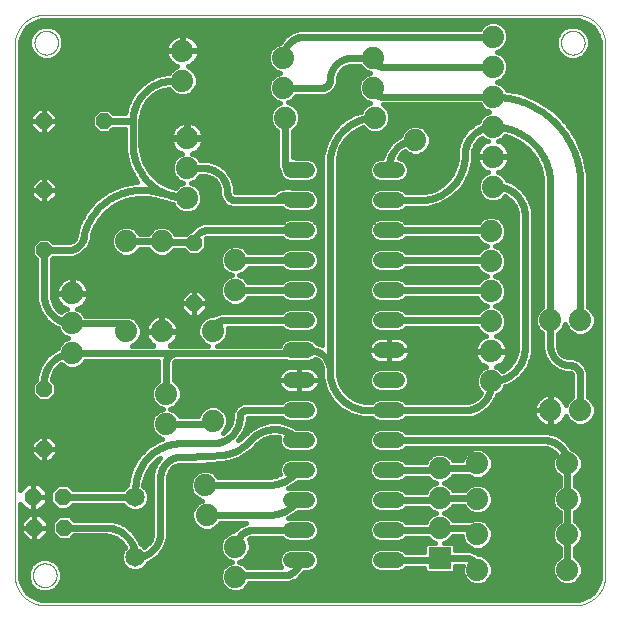
<source format=gtl>
G75*
%MOIN*%
%OFA0B0*%
%FSLAX25Y25*%
%IPPOS*%
%LPD*%
%AMOC8*
5,1,8,0,0,1.08239X$1,22.5*
%
%ADD10C,0.00000*%
%ADD11C,0.05200*%
%ADD12OC8,0.05200*%
%ADD13OC8,0.05600*%
%ADD14C,0.06500*%
%ADD15C,0.07400*%
%ADD16R,0.07400X0.07400*%
%ADD17C,0.01600*%
%ADD18C,0.02400*%
D10*
X0037233Y0047233D02*
X0037233Y0224083D01*
X0037236Y0224325D01*
X0037245Y0224566D01*
X0037259Y0224807D01*
X0037280Y0225048D01*
X0037306Y0225288D01*
X0037338Y0225528D01*
X0037376Y0225767D01*
X0037419Y0226004D01*
X0037469Y0226241D01*
X0037524Y0226476D01*
X0037584Y0226710D01*
X0037651Y0226942D01*
X0037722Y0227173D01*
X0037800Y0227402D01*
X0037883Y0227629D01*
X0037971Y0227854D01*
X0038065Y0228077D01*
X0038164Y0228297D01*
X0038269Y0228515D01*
X0038378Y0228730D01*
X0038493Y0228943D01*
X0038613Y0229153D01*
X0038738Y0229359D01*
X0038868Y0229563D01*
X0039003Y0229764D01*
X0039143Y0229961D01*
X0039287Y0230155D01*
X0039436Y0230345D01*
X0039590Y0230531D01*
X0039748Y0230714D01*
X0039910Y0230893D01*
X0040077Y0231068D01*
X0040248Y0231239D01*
X0040423Y0231406D01*
X0040602Y0231568D01*
X0040785Y0231726D01*
X0040971Y0231880D01*
X0041161Y0232029D01*
X0041355Y0232173D01*
X0041552Y0232313D01*
X0041753Y0232448D01*
X0041957Y0232578D01*
X0042163Y0232703D01*
X0042373Y0232823D01*
X0042586Y0232938D01*
X0042801Y0233047D01*
X0043019Y0233152D01*
X0043239Y0233251D01*
X0043462Y0233345D01*
X0043687Y0233433D01*
X0043914Y0233516D01*
X0044143Y0233594D01*
X0044374Y0233665D01*
X0044606Y0233732D01*
X0044840Y0233792D01*
X0045075Y0233847D01*
X0045312Y0233897D01*
X0045549Y0233940D01*
X0045788Y0233978D01*
X0046028Y0234010D01*
X0046268Y0234036D01*
X0046509Y0234057D01*
X0046750Y0234071D01*
X0046991Y0234080D01*
X0047233Y0234083D01*
X0224083Y0234083D01*
X0219296Y0224733D02*
X0219298Y0224858D01*
X0219304Y0224983D01*
X0219314Y0225107D01*
X0219328Y0225231D01*
X0219345Y0225355D01*
X0219367Y0225478D01*
X0219393Y0225600D01*
X0219422Y0225722D01*
X0219455Y0225842D01*
X0219493Y0225961D01*
X0219533Y0226080D01*
X0219578Y0226196D01*
X0219626Y0226311D01*
X0219678Y0226425D01*
X0219734Y0226537D01*
X0219793Y0226647D01*
X0219855Y0226755D01*
X0219921Y0226862D01*
X0219990Y0226966D01*
X0220063Y0227067D01*
X0220138Y0227167D01*
X0220217Y0227264D01*
X0220299Y0227358D01*
X0220384Y0227450D01*
X0220471Y0227539D01*
X0220562Y0227625D01*
X0220655Y0227708D01*
X0220751Y0227789D01*
X0220849Y0227866D01*
X0220949Y0227940D01*
X0221052Y0228011D01*
X0221157Y0228078D01*
X0221265Y0228143D01*
X0221374Y0228203D01*
X0221485Y0228261D01*
X0221598Y0228314D01*
X0221712Y0228364D01*
X0221828Y0228411D01*
X0221945Y0228453D01*
X0222064Y0228492D01*
X0222184Y0228528D01*
X0222305Y0228559D01*
X0222427Y0228587D01*
X0222549Y0228610D01*
X0222673Y0228630D01*
X0222797Y0228646D01*
X0222921Y0228658D01*
X0223046Y0228666D01*
X0223171Y0228670D01*
X0223295Y0228670D01*
X0223420Y0228666D01*
X0223545Y0228658D01*
X0223669Y0228646D01*
X0223793Y0228630D01*
X0223917Y0228610D01*
X0224039Y0228587D01*
X0224161Y0228559D01*
X0224282Y0228528D01*
X0224402Y0228492D01*
X0224521Y0228453D01*
X0224638Y0228411D01*
X0224754Y0228364D01*
X0224868Y0228314D01*
X0224981Y0228261D01*
X0225092Y0228203D01*
X0225202Y0228143D01*
X0225309Y0228078D01*
X0225414Y0228011D01*
X0225517Y0227940D01*
X0225617Y0227866D01*
X0225715Y0227789D01*
X0225811Y0227708D01*
X0225904Y0227625D01*
X0225995Y0227539D01*
X0226082Y0227450D01*
X0226167Y0227358D01*
X0226249Y0227264D01*
X0226328Y0227167D01*
X0226403Y0227067D01*
X0226476Y0226966D01*
X0226545Y0226862D01*
X0226611Y0226755D01*
X0226673Y0226647D01*
X0226732Y0226537D01*
X0226788Y0226425D01*
X0226840Y0226311D01*
X0226888Y0226196D01*
X0226933Y0226080D01*
X0226973Y0225961D01*
X0227011Y0225842D01*
X0227044Y0225722D01*
X0227073Y0225600D01*
X0227099Y0225478D01*
X0227121Y0225355D01*
X0227138Y0225231D01*
X0227152Y0225107D01*
X0227162Y0224983D01*
X0227168Y0224858D01*
X0227170Y0224733D01*
X0227168Y0224608D01*
X0227162Y0224483D01*
X0227152Y0224359D01*
X0227138Y0224235D01*
X0227121Y0224111D01*
X0227099Y0223988D01*
X0227073Y0223866D01*
X0227044Y0223744D01*
X0227011Y0223624D01*
X0226973Y0223505D01*
X0226933Y0223386D01*
X0226888Y0223270D01*
X0226840Y0223155D01*
X0226788Y0223041D01*
X0226732Y0222929D01*
X0226673Y0222819D01*
X0226611Y0222711D01*
X0226545Y0222604D01*
X0226476Y0222500D01*
X0226403Y0222399D01*
X0226328Y0222299D01*
X0226249Y0222202D01*
X0226167Y0222108D01*
X0226082Y0222016D01*
X0225995Y0221927D01*
X0225904Y0221841D01*
X0225811Y0221758D01*
X0225715Y0221677D01*
X0225617Y0221600D01*
X0225517Y0221526D01*
X0225414Y0221455D01*
X0225309Y0221388D01*
X0225201Y0221323D01*
X0225092Y0221263D01*
X0224981Y0221205D01*
X0224868Y0221152D01*
X0224754Y0221102D01*
X0224638Y0221055D01*
X0224521Y0221013D01*
X0224402Y0220974D01*
X0224282Y0220938D01*
X0224161Y0220907D01*
X0224039Y0220879D01*
X0223917Y0220856D01*
X0223793Y0220836D01*
X0223669Y0220820D01*
X0223545Y0220808D01*
X0223420Y0220800D01*
X0223295Y0220796D01*
X0223171Y0220796D01*
X0223046Y0220800D01*
X0222921Y0220808D01*
X0222797Y0220820D01*
X0222673Y0220836D01*
X0222549Y0220856D01*
X0222427Y0220879D01*
X0222305Y0220907D01*
X0222184Y0220938D01*
X0222064Y0220974D01*
X0221945Y0221013D01*
X0221828Y0221055D01*
X0221712Y0221102D01*
X0221598Y0221152D01*
X0221485Y0221205D01*
X0221374Y0221263D01*
X0221264Y0221323D01*
X0221157Y0221388D01*
X0221052Y0221455D01*
X0220949Y0221526D01*
X0220849Y0221600D01*
X0220751Y0221677D01*
X0220655Y0221758D01*
X0220562Y0221841D01*
X0220471Y0221927D01*
X0220384Y0222016D01*
X0220299Y0222108D01*
X0220217Y0222202D01*
X0220138Y0222299D01*
X0220063Y0222399D01*
X0219990Y0222500D01*
X0219921Y0222604D01*
X0219855Y0222711D01*
X0219793Y0222819D01*
X0219734Y0222929D01*
X0219678Y0223041D01*
X0219626Y0223155D01*
X0219578Y0223270D01*
X0219533Y0223386D01*
X0219493Y0223505D01*
X0219455Y0223624D01*
X0219422Y0223744D01*
X0219393Y0223866D01*
X0219367Y0223988D01*
X0219345Y0224111D01*
X0219328Y0224235D01*
X0219314Y0224359D01*
X0219304Y0224483D01*
X0219298Y0224608D01*
X0219296Y0224733D01*
X0224083Y0234083D02*
X0224325Y0234080D01*
X0224566Y0234071D01*
X0224807Y0234057D01*
X0225048Y0234036D01*
X0225288Y0234010D01*
X0225528Y0233978D01*
X0225767Y0233940D01*
X0226004Y0233897D01*
X0226241Y0233847D01*
X0226476Y0233792D01*
X0226710Y0233732D01*
X0226942Y0233665D01*
X0227173Y0233594D01*
X0227402Y0233516D01*
X0227629Y0233433D01*
X0227854Y0233345D01*
X0228077Y0233251D01*
X0228297Y0233152D01*
X0228515Y0233047D01*
X0228730Y0232938D01*
X0228943Y0232823D01*
X0229153Y0232703D01*
X0229359Y0232578D01*
X0229563Y0232448D01*
X0229764Y0232313D01*
X0229961Y0232173D01*
X0230155Y0232029D01*
X0230345Y0231880D01*
X0230531Y0231726D01*
X0230714Y0231568D01*
X0230893Y0231406D01*
X0231068Y0231239D01*
X0231239Y0231068D01*
X0231406Y0230893D01*
X0231568Y0230714D01*
X0231726Y0230531D01*
X0231880Y0230345D01*
X0232029Y0230155D01*
X0232173Y0229961D01*
X0232313Y0229764D01*
X0232448Y0229563D01*
X0232578Y0229359D01*
X0232703Y0229153D01*
X0232823Y0228943D01*
X0232938Y0228730D01*
X0233047Y0228515D01*
X0233152Y0228297D01*
X0233251Y0228077D01*
X0233345Y0227854D01*
X0233433Y0227629D01*
X0233516Y0227402D01*
X0233594Y0227173D01*
X0233665Y0226942D01*
X0233732Y0226710D01*
X0233792Y0226476D01*
X0233847Y0226241D01*
X0233897Y0226004D01*
X0233940Y0225767D01*
X0233978Y0225528D01*
X0234010Y0225288D01*
X0234036Y0225048D01*
X0234057Y0224807D01*
X0234071Y0224566D01*
X0234080Y0224325D01*
X0234083Y0224083D01*
X0234083Y0047233D01*
X0234080Y0046991D01*
X0234071Y0046750D01*
X0234057Y0046509D01*
X0234036Y0046268D01*
X0234010Y0046028D01*
X0233978Y0045788D01*
X0233940Y0045549D01*
X0233897Y0045312D01*
X0233847Y0045075D01*
X0233792Y0044840D01*
X0233732Y0044606D01*
X0233665Y0044374D01*
X0233594Y0044143D01*
X0233516Y0043914D01*
X0233433Y0043687D01*
X0233345Y0043462D01*
X0233251Y0043239D01*
X0233152Y0043019D01*
X0233047Y0042801D01*
X0232938Y0042586D01*
X0232823Y0042373D01*
X0232703Y0042163D01*
X0232578Y0041957D01*
X0232448Y0041753D01*
X0232313Y0041552D01*
X0232173Y0041355D01*
X0232029Y0041161D01*
X0231880Y0040971D01*
X0231726Y0040785D01*
X0231568Y0040602D01*
X0231406Y0040423D01*
X0231239Y0040248D01*
X0231068Y0040077D01*
X0230893Y0039910D01*
X0230714Y0039748D01*
X0230531Y0039590D01*
X0230345Y0039436D01*
X0230155Y0039287D01*
X0229961Y0039143D01*
X0229764Y0039003D01*
X0229563Y0038868D01*
X0229359Y0038738D01*
X0229153Y0038613D01*
X0228943Y0038493D01*
X0228730Y0038378D01*
X0228515Y0038269D01*
X0228297Y0038164D01*
X0228077Y0038065D01*
X0227854Y0037971D01*
X0227629Y0037883D01*
X0227402Y0037800D01*
X0227173Y0037722D01*
X0226942Y0037651D01*
X0226710Y0037584D01*
X0226476Y0037524D01*
X0226241Y0037469D01*
X0226004Y0037419D01*
X0225767Y0037376D01*
X0225528Y0037338D01*
X0225288Y0037306D01*
X0225048Y0037280D01*
X0224807Y0037259D01*
X0224566Y0037245D01*
X0224325Y0037236D01*
X0224083Y0037233D01*
X0047233Y0037233D01*
X0043296Y0047233D02*
X0043298Y0047358D01*
X0043304Y0047483D01*
X0043314Y0047607D01*
X0043328Y0047731D01*
X0043345Y0047855D01*
X0043367Y0047978D01*
X0043393Y0048100D01*
X0043422Y0048222D01*
X0043455Y0048342D01*
X0043493Y0048461D01*
X0043533Y0048580D01*
X0043578Y0048696D01*
X0043626Y0048811D01*
X0043678Y0048925D01*
X0043734Y0049037D01*
X0043793Y0049147D01*
X0043855Y0049255D01*
X0043921Y0049362D01*
X0043990Y0049466D01*
X0044063Y0049567D01*
X0044138Y0049667D01*
X0044217Y0049764D01*
X0044299Y0049858D01*
X0044384Y0049950D01*
X0044471Y0050039D01*
X0044562Y0050125D01*
X0044655Y0050208D01*
X0044751Y0050289D01*
X0044849Y0050366D01*
X0044949Y0050440D01*
X0045052Y0050511D01*
X0045157Y0050578D01*
X0045265Y0050643D01*
X0045374Y0050703D01*
X0045485Y0050761D01*
X0045598Y0050814D01*
X0045712Y0050864D01*
X0045828Y0050911D01*
X0045945Y0050953D01*
X0046064Y0050992D01*
X0046184Y0051028D01*
X0046305Y0051059D01*
X0046427Y0051087D01*
X0046549Y0051110D01*
X0046673Y0051130D01*
X0046797Y0051146D01*
X0046921Y0051158D01*
X0047046Y0051166D01*
X0047171Y0051170D01*
X0047295Y0051170D01*
X0047420Y0051166D01*
X0047545Y0051158D01*
X0047669Y0051146D01*
X0047793Y0051130D01*
X0047917Y0051110D01*
X0048039Y0051087D01*
X0048161Y0051059D01*
X0048282Y0051028D01*
X0048402Y0050992D01*
X0048521Y0050953D01*
X0048638Y0050911D01*
X0048754Y0050864D01*
X0048868Y0050814D01*
X0048981Y0050761D01*
X0049092Y0050703D01*
X0049202Y0050643D01*
X0049309Y0050578D01*
X0049414Y0050511D01*
X0049517Y0050440D01*
X0049617Y0050366D01*
X0049715Y0050289D01*
X0049811Y0050208D01*
X0049904Y0050125D01*
X0049995Y0050039D01*
X0050082Y0049950D01*
X0050167Y0049858D01*
X0050249Y0049764D01*
X0050328Y0049667D01*
X0050403Y0049567D01*
X0050476Y0049466D01*
X0050545Y0049362D01*
X0050611Y0049255D01*
X0050673Y0049147D01*
X0050732Y0049037D01*
X0050788Y0048925D01*
X0050840Y0048811D01*
X0050888Y0048696D01*
X0050933Y0048580D01*
X0050973Y0048461D01*
X0051011Y0048342D01*
X0051044Y0048222D01*
X0051073Y0048100D01*
X0051099Y0047978D01*
X0051121Y0047855D01*
X0051138Y0047731D01*
X0051152Y0047607D01*
X0051162Y0047483D01*
X0051168Y0047358D01*
X0051170Y0047233D01*
X0051168Y0047108D01*
X0051162Y0046983D01*
X0051152Y0046859D01*
X0051138Y0046735D01*
X0051121Y0046611D01*
X0051099Y0046488D01*
X0051073Y0046366D01*
X0051044Y0046244D01*
X0051011Y0046124D01*
X0050973Y0046005D01*
X0050933Y0045886D01*
X0050888Y0045770D01*
X0050840Y0045655D01*
X0050788Y0045541D01*
X0050732Y0045429D01*
X0050673Y0045319D01*
X0050611Y0045211D01*
X0050545Y0045104D01*
X0050476Y0045000D01*
X0050403Y0044899D01*
X0050328Y0044799D01*
X0050249Y0044702D01*
X0050167Y0044608D01*
X0050082Y0044516D01*
X0049995Y0044427D01*
X0049904Y0044341D01*
X0049811Y0044258D01*
X0049715Y0044177D01*
X0049617Y0044100D01*
X0049517Y0044026D01*
X0049414Y0043955D01*
X0049309Y0043888D01*
X0049201Y0043823D01*
X0049092Y0043763D01*
X0048981Y0043705D01*
X0048868Y0043652D01*
X0048754Y0043602D01*
X0048638Y0043555D01*
X0048521Y0043513D01*
X0048402Y0043474D01*
X0048282Y0043438D01*
X0048161Y0043407D01*
X0048039Y0043379D01*
X0047917Y0043356D01*
X0047793Y0043336D01*
X0047669Y0043320D01*
X0047545Y0043308D01*
X0047420Y0043300D01*
X0047295Y0043296D01*
X0047171Y0043296D01*
X0047046Y0043300D01*
X0046921Y0043308D01*
X0046797Y0043320D01*
X0046673Y0043336D01*
X0046549Y0043356D01*
X0046427Y0043379D01*
X0046305Y0043407D01*
X0046184Y0043438D01*
X0046064Y0043474D01*
X0045945Y0043513D01*
X0045828Y0043555D01*
X0045712Y0043602D01*
X0045598Y0043652D01*
X0045485Y0043705D01*
X0045374Y0043763D01*
X0045264Y0043823D01*
X0045157Y0043888D01*
X0045052Y0043955D01*
X0044949Y0044026D01*
X0044849Y0044100D01*
X0044751Y0044177D01*
X0044655Y0044258D01*
X0044562Y0044341D01*
X0044471Y0044427D01*
X0044384Y0044516D01*
X0044299Y0044608D01*
X0044217Y0044702D01*
X0044138Y0044799D01*
X0044063Y0044899D01*
X0043990Y0045000D01*
X0043921Y0045104D01*
X0043855Y0045211D01*
X0043793Y0045319D01*
X0043734Y0045429D01*
X0043678Y0045541D01*
X0043626Y0045655D01*
X0043578Y0045770D01*
X0043533Y0045886D01*
X0043493Y0046005D01*
X0043455Y0046124D01*
X0043422Y0046244D01*
X0043393Y0046366D01*
X0043367Y0046488D01*
X0043345Y0046611D01*
X0043328Y0046735D01*
X0043314Y0046859D01*
X0043304Y0046983D01*
X0043298Y0047108D01*
X0043296Y0047233D01*
X0037233Y0047233D02*
X0037236Y0046991D01*
X0037245Y0046750D01*
X0037259Y0046509D01*
X0037280Y0046268D01*
X0037306Y0046028D01*
X0037338Y0045788D01*
X0037376Y0045549D01*
X0037419Y0045312D01*
X0037469Y0045075D01*
X0037524Y0044840D01*
X0037584Y0044606D01*
X0037651Y0044374D01*
X0037722Y0044143D01*
X0037800Y0043914D01*
X0037883Y0043687D01*
X0037971Y0043462D01*
X0038065Y0043239D01*
X0038164Y0043019D01*
X0038269Y0042801D01*
X0038378Y0042586D01*
X0038493Y0042373D01*
X0038613Y0042163D01*
X0038738Y0041957D01*
X0038868Y0041753D01*
X0039003Y0041552D01*
X0039143Y0041355D01*
X0039287Y0041161D01*
X0039436Y0040971D01*
X0039590Y0040785D01*
X0039748Y0040602D01*
X0039910Y0040423D01*
X0040077Y0040248D01*
X0040248Y0040077D01*
X0040423Y0039910D01*
X0040602Y0039748D01*
X0040785Y0039590D01*
X0040971Y0039436D01*
X0041161Y0039287D01*
X0041355Y0039143D01*
X0041552Y0039003D01*
X0041753Y0038868D01*
X0041957Y0038738D01*
X0042163Y0038613D01*
X0042373Y0038493D01*
X0042586Y0038378D01*
X0042801Y0038269D01*
X0043019Y0038164D01*
X0043239Y0038065D01*
X0043462Y0037971D01*
X0043687Y0037883D01*
X0043914Y0037800D01*
X0044143Y0037722D01*
X0044374Y0037651D01*
X0044606Y0037584D01*
X0044840Y0037524D01*
X0045075Y0037469D01*
X0045312Y0037419D01*
X0045549Y0037376D01*
X0045788Y0037338D01*
X0046028Y0037306D01*
X0046268Y0037280D01*
X0046509Y0037259D01*
X0046750Y0037245D01*
X0046991Y0037236D01*
X0047233Y0037233D01*
X0043796Y0224733D02*
X0043798Y0224858D01*
X0043804Y0224983D01*
X0043814Y0225107D01*
X0043828Y0225231D01*
X0043845Y0225355D01*
X0043867Y0225478D01*
X0043893Y0225600D01*
X0043922Y0225722D01*
X0043955Y0225842D01*
X0043993Y0225961D01*
X0044033Y0226080D01*
X0044078Y0226196D01*
X0044126Y0226311D01*
X0044178Y0226425D01*
X0044234Y0226537D01*
X0044293Y0226647D01*
X0044355Y0226755D01*
X0044421Y0226862D01*
X0044490Y0226966D01*
X0044563Y0227067D01*
X0044638Y0227167D01*
X0044717Y0227264D01*
X0044799Y0227358D01*
X0044884Y0227450D01*
X0044971Y0227539D01*
X0045062Y0227625D01*
X0045155Y0227708D01*
X0045251Y0227789D01*
X0045349Y0227866D01*
X0045449Y0227940D01*
X0045552Y0228011D01*
X0045657Y0228078D01*
X0045765Y0228143D01*
X0045874Y0228203D01*
X0045985Y0228261D01*
X0046098Y0228314D01*
X0046212Y0228364D01*
X0046328Y0228411D01*
X0046445Y0228453D01*
X0046564Y0228492D01*
X0046684Y0228528D01*
X0046805Y0228559D01*
X0046927Y0228587D01*
X0047049Y0228610D01*
X0047173Y0228630D01*
X0047297Y0228646D01*
X0047421Y0228658D01*
X0047546Y0228666D01*
X0047671Y0228670D01*
X0047795Y0228670D01*
X0047920Y0228666D01*
X0048045Y0228658D01*
X0048169Y0228646D01*
X0048293Y0228630D01*
X0048417Y0228610D01*
X0048539Y0228587D01*
X0048661Y0228559D01*
X0048782Y0228528D01*
X0048902Y0228492D01*
X0049021Y0228453D01*
X0049138Y0228411D01*
X0049254Y0228364D01*
X0049368Y0228314D01*
X0049481Y0228261D01*
X0049592Y0228203D01*
X0049702Y0228143D01*
X0049809Y0228078D01*
X0049914Y0228011D01*
X0050017Y0227940D01*
X0050117Y0227866D01*
X0050215Y0227789D01*
X0050311Y0227708D01*
X0050404Y0227625D01*
X0050495Y0227539D01*
X0050582Y0227450D01*
X0050667Y0227358D01*
X0050749Y0227264D01*
X0050828Y0227167D01*
X0050903Y0227067D01*
X0050976Y0226966D01*
X0051045Y0226862D01*
X0051111Y0226755D01*
X0051173Y0226647D01*
X0051232Y0226537D01*
X0051288Y0226425D01*
X0051340Y0226311D01*
X0051388Y0226196D01*
X0051433Y0226080D01*
X0051473Y0225961D01*
X0051511Y0225842D01*
X0051544Y0225722D01*
X0051573Y0225600D01*
X0051599Y0225478D01*
X0051621Y0225355D01*
X0051638Y0225231D01*
X0051652Y0225107D01*
X0051662Y0224983D01*
X0051668Y0224858D01*
X0051670Y0224733D01*
X0051668Y0224608D01*
X0051662Y0224483D01*
X0051652Y0224359D01*
X0051638Y0224235D01*
X0051621Y0224111D01*
X0051599Y0223988D01*
X0051573Y0223866D01*
X0051544Y0223744D01*
X0051511Y0223624D01*
X0051473Y0223505D01*
X0051433Y0223386D01*
X0051388Y0223270D01*
X0051340Y0223155D01*
X0051288Y0223041D01*
X0051232Y0222929D01*
X0051173Y0222819D01*
X0051111Y0222711D01*
X0051045Y0222604D01*
X0050976Y0222500D01*
X0050903Y0222399D01*
X0050828Y0222299D01*
X0050749Y0222202D01*
X0050667Y0222108D01*
X0050582Y0222016D01*
X0050495Y0221927D01*
X0050404Y0221841D01*
X0050311Y0221758D01*
X0050215Y0221677D01*
X0050117Y0221600D01*
X0050017Y0221526D01*
X0049914Y0221455D01*
X0049809Y0221388D01*
X0049701Y0221323D01*
X0049592Y0221263D01*
X0049481Y0221205D01*
X0049368Y0221152D01*
X0049254Y0221102D01*
X0049138Y0221055D01*
X0049021Y0221013D01*
X0048902Y0220974D01*
X0048782Y0220938D01*
X0048661Y0220907D01*
X0048539Y0220879D01*
X0048417Y0220856D01*
X0048293Y0220836D01*
X0048169Y0220820D01*
X0048045Y0220808D01*
X0047920Y0220800D01*
X0047795Y0220796D01*
X0047671Y0220796D01*
X0047546Y0220800D01*
X0047421Y0220808D01*
X0047297Y0220820D01*
X0047173Y0220836D01*
X0047049Y0220856D01*
X0046927Y0220879D01*
X0046805Y0220907D01*
X0046684Y0220938D01*
X0046564Y0220974D01*
X0046445Y0221013D01*
X0046328Y0221055D01*
X0046212Y0221102D01*
X0046098Y0221152D01*
X0045985Y0221205D01*
X0045874Y0221263D01*
X0045764Y0221323D01*
X0045657Y0221388D01*
X0045552Y0221455D01*
X0045449Y0221526D01*
X0045349Y0221600D01*
X0045251Y0221677D01*
X0045155Y0221758D01*
X0045062Y0221841D01*
X0044971Y0221927D01*
X0044884Y0222016D01*
X0044799Y0222108D01*
X0044717Y0222202D01*
X0044638Y0222299D01*
X0044563Y0222399D01*
X0044490Y0222500D01*
X0044421Y0222604D01*
X0044355Y0222711D01*
X0044293Y0222819D01*
X0044234Y0222929D01*
X0044178Y0223041D01*
X0044126Y0223155D01*
X0044078Y0223270D01*
X0044033Y0223386D01*
X0043993Y0223505D01*
X0043955Y0223624D01*
X0043922Y0223744D01*
X0043893Y0223866D01*
X0043867Y0223988D01*
X0043845Y0224111D01*
X0043828Y0224235D01*
X0043814Y0224359D01*
X0043804Y0224483D01*
X0043798Y0224608D01*
X0043796Y0224733D01*
D11*
X0129389Y0182233D02*
X0134589Y0182233D01*
X0134589Y0172233D02*
X0129389Y0172233D01*
X0129389Y0162233D02*
X0134589Y0162233D01*
X0134589Y0152233D02*
X0129389Y0152233D01*
X0129389Y0142233D02*
X0134589Y0142233D01*
X0134589Y0132233D02*
X0129389Y0132233D01*
X0129389Y0122233D02*
X0134589Y0122233D01*
X0134589Y0112233D02*
X0129389Y0112233D01*
X0129389Y0102233D02*
X0134589Y0102233D01*
X0134589Y0092233D02*
X0129389Y0092233D01*
X0129389Y0082233D02*
X0134589Y0082233D01*
X0134589Y0072233D02*
X0129389Y0072233D01*
X0129389Y0062233D02*
X0134589Y0062233D01*
X0134589Y0052233D02*
X0129389Y0052233D01*
X0159389Y0052233D02*
X0164589Y0052233D01*
X0164589Y0062233D02*
X0159389Y0062233D01*
X0159389Y0072233D02*
X0164589Y0072233D01*
X0164589Y0082233D02*
X0159389Y0082233D01*
X0159389Y0092233D02*
X0164589Y0092233D01*
X0164589Y0102233D02*
X0159389Y0102233D01*
X0159389Y0112233D02*
X0164589Y0112233D01*
X0164589Y0122233D02*
X0159389Y0122233D01*
X0159389Y0132233D02*
X0164589Y0132233D01*
X0164589Y0142233D02*
X0159389Y0142233D01*
X0159389Y0152233D02*
X0164589Y0152233D01*
X0164589Y0162233D02*
X0159389Y0162233D01*
X0159389Y0172233D02*
X0164589Y0172233D01*
X0164589Y0182233D02*
X0159389Y0182233D01*
D12*
X0096973Y0157843D03*
X0096973Y0137843D03*
X0046973Y0155580D03*
X0046973Y0175580D03*
X0046855Y0198650D03*
X0066855Y0198650D03*
X0046993Y0109324D03*
X0046993Y0089324D03*
D13*
X0043272Y0073296D03*
X0053272Y0073296D03*
X0053784Y0063115D03*
X0043784Y0063115D03*
D14*
X0077406Y0053217D03*
X0077406Y0073217D03*
D15*
X0100733Y0077233D03*
X0101233Y0067233D03*
X0110733Y0056733D03*
X0110733Y0046733D03*
X0103233Y0098733D03*
X0087733Y0097733D03*
X0087733Y0107733D03*
X0086225Y0128532D03*
X0074414Y0128532D03*
X0056343Y0131209D03*
X0056343Y0141209D03*
X0056343Y0121209D03*
X0074414Y0158532D03*
X0086225Y0158532D03*
X0094611Y0172981D03*
X0094611Y0182981D03*
X0094611Y0192981D03*
X0093115Y0212036D03*
X0093115Y0222036D03*
X0126733Y0219733D03*
X0126733Y0209733D03*
X0127328Y0199792D03*
X0156733Y0209733D03*
X0157328Y0199792D03*
X0170733Y0192233D03*
X0196635Y0196772D03*
X0196635Y0186772D03*
X0196635Y0176772D03*
X0195981Y0161918D03*
X0195981Y0151918D03*
X0195981Y0141918D03*
X0195981Y0131918D03*
X0195981Y0121918D03*
X0195981Y0111918D03*
X0215733Y0102233D03*
X0225733Y0102233D03*
X0221461Y0084477D03*
X0221461Y0072666D03*
X0221461Y0060855D03*
X0221461Y0049044D03*
X0191461Y0049044D03*
X0191461Y0060855D03*
X0191461Y0072666D03*
X0191461Y0084477D03*
X0178902Y0082981D03*
X0178902Y0072981D03*
X0178902Y0062981D03*
X0215733Y0132233D03*
X0225733Y0132233D03*
X0196635Y0206772D03*
X0196635Y0216772D03*
X0196635Y0226772D03*
X0156733Y0219733D03*
X0110733Y0152233D03*
X0110733Y0142233D03*
X0103233Y0128733D03*
D16*
X0178902Y0052981D03*
D17*
X0041435Y0041435D02*
X0039927Y0043510D01*
X0039134Y0045950D01*
X0039033Y0047233D01*
X0039033Y0071030D01*
X0041367Y0068696D01*
X0043272Y0068696D01*
X0043272Y0073296D01*
X0043272Y0073296D01*
X0043272Y0077896D01*
X0041367Y0077896D01*
X0039033Y0075562D01*
X0039033Y0224083D01*
X0039134Y0225366D01*
X0039927Y0227806D01*
X0041435Y0229882D01*
X0043510Y0231390D01*
X0045950Y0232183D01*
X0047233Y0232283D01*
X0224083Y0232283D01*
X0225366Y0232183D01*
X0227806Y0231390D01*
X0229882Y0229882D01*
X0231390Y0227806D01*
X0232183Y0225366D01*
X0232283Y0224083D01*
X0232283Y0047233D01*
X0232183Y0045950D01*
X0231390Y0043510D01*
X0229882Y0041435D01*
X0227806Y0039927D01*
X0225366Y0039134D01*
X0224083Y0039033D01*
X0047233Y0039033D01*
X0045950Y0039134D01*
X0043510Y0039927D01*
X0041435Y0041435D01*
X0041003Y0042029D02*
X0044806Y0042029D01*
X0043983Y0042369D02*
X0046092Y0041496D01*
X0048374Y0041496D01*
X0050483Y0042369D01*
X0052097Y0043983D01*
X0052970Y0046092D01*
X0052970Y0048374D01*
X0052097Y0050483D01*
X0050483Y0052097D01*
X0048374Y0052970D01*
X0046092Y0052970D01*
X0043983Y0052097D01*
X0042369Y0050483D01*
X0041496Y0048374D01*
X0041496Y0046092D01*
X0042369Y0043983D01*
X0043983Y0042369D01*
X0042726Y0043627D02*
X0039889Y0043627D01*
X0039369Y0045226D02*
X0041855Y0045226D01*
X0041496Y0046824D02*
X0039065Y0046824D01*
X0039033Y0048423D02*
X0041516Y0048423D01*
X0042178Y0050021D02*
X0039033Y0050021D01*
X0039033Y0051620D02*
X0043506Y0051620D01*
X0039033Y0053218D02*
X0072756Y0053218D01*
X0072756Y0054142D02*
X0072756Y0052292D01*
X0073464Y0050583D01*
X0074772Y0049275D01*
X0076481Y0048567D01*
X0078331Y0048567D01*
X0080040Y0049275D01*
X0081348Y0050583D01*
X0081709Y0051453D01*
X0082429Y0051687D01*
X0085229Y0053721D01*
X0087263Y0056522D01*
X0088333Y0059813D01*
X0088333Y0079733D01*
X0088387Y0080421D01*
X0088813Y0081731D01*
X0089622Y0082844D01*
X0090736Y0083653D01*
X0092045Y0084079D01*
X0092733Y0084133D01*
X0099343Y0084133D01*
X0105914Y0084639D01*
X0105933Y0084641D01*
X0108184Y0084814D01*
X0108184Y0084814D01*
X0112451Y0086298D01*
X0116197Y0088821D01*
X0116197Y0088821D01*
X0117346Y0090129D01*
X0117687Y0090518D01*
X0118515Y0091336D01*
X0120472Y0092582D01*
X0122701Y0093231D01*
X0125021Y0093231D01*
X0125424Y0093114D01*
X0125389Y0093029D01*
X0125389Y0091437D01*
X0125998Y0089967D01*
X0127123Y0088842D01*
X0128593Y0088233D01*
X0135385Y0088233D01*
X0136855Y0088842D01*
X0137980Y0089967D01*
X0138589Y0091437D01*
X0138589Y0093029D01*
X0137980Y0094499D01*
X0136855Y0095624D01*
X0135385Y0096233D01*
X0131351Y0096233D01*
X0129451Y0097443D01*
X0129451Y0097443D01*
X0125775Y0098514D01*
X0121947Y0098514D01*
X0118271Y0097443D01*
X0115042Y0095387D01*
X0115042Y0095387D01*
X0113779Y0093948D01*
X0112666Y0092834D01*
X0111745Y0092214D01*
X0113698Y0094901D01*
X0113698Y0094901D01*
X0114833Y0098396D01*
X0114833Y0099633D01*
X0126332Y0099633D01*
X0127123Y0098842D01*
X0128593Y0098233D01*
X0135385Y0098233D01*
X0136855Y0098842D01*
X0137980Y0099967D01*
X0138589Y0101437D01*
X0138589Y0103029D01*
X0137980Y0104499D01*
X0136855Y0105624D01*
X0135385Y0106233D01*
X0128593Y0106233D01*
X0127123Y0105624D01*
X0126332Y0104833D01*
X0113000Y0104833D01*
X0110866Y0103600D01*
X0109633Y0101466D01*
X0109633Y0100233D01*
X0109554Y0099232D01*
X0108936Y0097328D01*
X0107759Y0095708D01*
X0106521Y0094808D01*
X0107557Y0095844D01*
X0108333Y0097719D01*
X0108333Y0099748D01*
X0107557Y0101622D01*
X0106122Y0103057D01*
X0104248Y0103833D01*
X0102219Y0103833D01*
X0100344Y0103057D01*
X0098909Y0101622D01*
X0098376Y0100333D01*
X0092176Y0100333D01*
X0092057Y0100622D01*
X0090622Y0102057D01*
X0088989Y0102733D01*
X0090622Y0103409D01*
X0092057Y0104844D01*
X0092833Y0106719D01*
X0092833Y0108748D01*
X0092057Y0110622D01*
X0090622Y0112057D01*
X0090333Y0112176D01*
X0090333Y0118209D01*
X0090341Y0118287D01*
X0090400Y0118432D01*
X0090511Y0118542D01*
X0090655Y0118602D01*
X0090733Y0118609D01*
X0127685Y0118609D01*
X0128593Y0118233D01*
X0135385Y0118233D01*
X0136855Y0118842D01*
X0137290Y0119277D01*
X0137504Y0119208D01*
X0138491Y0118491D01*
X0139208Y0117504D01*
X0139585Y0116343D01*
X0139633Y0115733D01*
X0139633Y0113179D01*
X0140696Y0109212D01*
X0140696Y0109212D01*
X0142750Y0105654D01*
X0145654Y0102750D01*
X0145654Y0102750D01*
X0149212Y0100696D01*
X0153179Y0099633D01*
X0156332Y0099633D01*
X0157123Y0098842D01*
X0158593Y0098233D01*
X0165385Y0098233D01*
X0166855Y0098842D01*
X0167646Y0099633D01*
X0187391Y0099633D01*
X0187498Y0099599D01*
X0187905Y0099633D01*
X0188313Y0099633D01*
X0188417Y0099676D01*
X0189839Y0099795D01*
X0193217Y0101215D01*
X0195990Y0103609D01*
X0195990Y0103609D01*
X0195990Y0103609D01*
X0197888Y0106743D01*
X0198004Y0107236D01*
X0198870Y0107595D01*
X0200305Y0109029D01*
X0200774Y0110163D01*
X0202348Y0110674D01*
X0202348Y0110674D01*
X0205898Y0113253D01*
X0205898Y0113253D01*
X0205898Y0113253D01*
X0208477Y0116803D01*
X0209833Y0120976D01*
X0209833Y0169156D01*
X0208645Y0172813D01*
X0206385Y0175924D01*
X0206385Y0175924D01*
X0206385Y0175924D01*
X0203274Y0178184D01*
X0203274Y0178184D01*
X0201305Y0178824D01*
X0200958Y0179661D01*
X0199524Y0181096D01*
X0198398Y0181562D01*
X0198746Y0181675D01*
X0199517Y0182068D01*
X0200218Y0182577D01*
X0200830Y0183189D01*
X0201339Y0183890D01*
X0201732Y0184661D01*
X0201999Y0185485D01*
X0202135Y0186340D01*
X0202135Y0186572D01*
X0196835Y0186572D01*
X0196835Y0186972D01*
X0202135Y0186972D01*
X0202135Y0187205D01*
X0201999Y0188060D01*
X0201732Y0188884D01*
X0201339Y0189655D01*
X0200830Y0190355D01*
X0200218Y0190968D01*
X0199517Y0191476D01*
X0198746Y0191869D01*
X0198398Y0191983D01*
X0199524Y0192449D01*
X0200649Y0193574D01*
X0202084Y0193247D01*
X0205412Y0191644D01*
X0208301Y0189340D01*
X0210604Y0186452D01*
X0212207Y0183123D01*
X0213029Y0179521D01*
X0213133Y0177674D01*
X0213133Y0136676D01*
X0212844Y0136557D01*
X0211409Y0135122D01*
X0210633Y0133248D01*
X0210633Y0131219D01*
X0211409Y0129344D01*
X0212844Y0127909D01*
X0213133Y0127790D01*
X0213133Y0122292D01*
X0214024Y0119550D01*
X0215718Y0117218D01*
X0218050Y0115524D01*
X0218050Y0115524D01*
X0220792Y0114633D01*
X0222233Y0114633D01*
X0222409Y0114616D01*
X0222733Y0114481D01*
X0222981Y0114233D01*
X0223116Y0113909D01*
X0223133Y0113733D01*
X0223133Y0106676D01*
X0222844Y0106557D01*
X0221409Y0105122D01*
X0220943Y0103996D01*
X0220830Y0104344D01*
X0220437Y0105116D01*
X0219928Y0105816D01*
X0219316Y0106428D01*
X0218616Y0106937D01*
X0217844Y0107330D01*
X0217021Y0107598D01*
X0216166Y0107733D01*
X0215819Y0107733D01*
X0215819Y0102319D01*
X0215647Y0102319D01*
X0215647Y0102147D01*
X0215819Y0102147D01*
X0215819Y0096733D01*
X0216166Y0096733D01*
X0217021Y0096869D01*
X0217844Y0097136D01*
X0218616Y0097529D01*
X0219316Y0098038D01*
X0219928Y0098650D01*
X0220437Y0099350D01*
X0220830Y0100122D01*
X0220943Y0100470D01*
X0221409Y0099344D01*
X0222844Y0097909D01*
X0224719Y0097133D01*
X0226748Y0097133D01*
X0228622Y0097909D01*
X0230057Y0099344D01*
X0230833Y0101219D01*
X0230833Y0103248D01*
X0230057Y0105122D01*
X0228622Y0106557D01*
X0228333Y0106676D01*
X0228333Y0114946D01*
X0227404Y0117188D01*
X0227404Y0117188D01*
X0225688Y0118904D01*
X0223446Y0119833D01*
X0222233Y0119833D01*
X0221623Y0119881D01*
X0220462Y0120258D01*
X0219475Y0120975D01*
X0218758Y0121962D01*
X0218381Y0123123D01*
X0218333Y0123733D01*
X0218333Y0127790D01*
X0218622Y0127909D01*
X0220057Y0129344D01*
X0220733Y0130977D01*
X0221409Y0129344D01*
X0222844Y0127909D01*
X0224719Y0127133D01*
X0226748Y0127133D01*
X0228622Y0127909D01*
X0230057Y0129344D01*
X0230833Y0131219D01*
X0230833Y0133248D01*
X0230057Y0135122D01*
X0228622Y0136557D01*
X0228333Y0136676D01*
X0228333Y0180796D01*
X0227115Y0186920D01*
X0227115Y0186920D01*
X0224725Y0192689D01*
X0221256Y0197881D01*
X0216841Y0202296D01*
X0211649Y0205765D01*
X0205881Y0208154D01*
X0205881Y0208154D01*
X0201197Y0209086D01*
X0200958Y0209661D01*
X0199524Y0211096D01*
X0197890Y0211772D01*
X0199524Y0212449D01*
X0200958Y0213884D01*
X0201735Y0215758D01*
X0201735Y0217787D01*
X0200958Y0219661D01*
X0199524Y0221096D01*
X0197890Y0221772D01*
X0199524Y0222449D01*
X0200958Y0223884D01*
X0201735Y0225758D01*
X0201735Y0227787D01*
X0200958Y0229661D01*
X0199524Y0231096D01*
X0197649Y0231872D01*
X0195620Y0231872D01*
X0193746Y0231096D01*
X0192311Y0229661D01*
X0192191Y0229372D01*
X0132246Y0229372D01*
X0129342Y0228429D01*
X0129342Y0228429D01*
X0126871Y0226634D01*
X0125496Y0224741D01*
X0123844Y0224057D01*
X0122409Y0222622D01*
X0121633Y0220748D01*
X0121633Y0218719D01*
X0122409Y0216844D01*
X0123844Y0215409D01*
X0125477Y0214733D01*
X0123844Y0214057D01*
X0122409Y0212622D01*
X0121633Y0210748D01*
X0121633Y0208719D01*
X0122409Y0206844D01*
X0123844Y0205409D01*
X0125703Y0204639D01*
X0124439Y0204116D01*
X0123004Y0202681D01*
X0122228Y0200807D01*
X0122228Y0198778D01*
X0123004Y0196903D01*
X0124439Y0195469D01*
X0124728Y0195349D01*
X0124728Y0183938D01*
X0124686Y0183792D01*
X0124728Y0183425D01*
X0124728Y0183054D01*
X0124785Y0182915D01*
X0124803Y0182764D01*
X0124982Y0182441D01*
X0125123Y0182099D01*
X0125230Y0181992D01*
X0125304Y0181860D01*
X0125389Y0181792D01*
X0125389Y0181437D01*
X0125998Y0179967D01*
X0127123Y0178842D01*
X0128593Y0178233D01*
X0135385Y0178233D01*
X0136855Y0178842D01*
X0137980Y0179967D01*
X0138589Y0181437D01*
X0138589Y0183029D01*
X0137980Y0184499D01*
X0136855Y0185624D01*
X0135385Y0186233D01*
X0131119Y0186233D01*
X0129928Y0186575D01*
X0129928Y0195349D01*
X0130216Y0195469D01*
X0131651Y0196903D01*
X0132428Y0198778D01*
X0132428Y0200807D01*
X0131651Y0202681D01*
X0130216Y0204116D01*
X0128357Y0204886D01*
X0129622Y0205409D01*
X0131057Y0206844D01*
X0131176Y0207133D01*
X0140748Y0207133D01*
X0142622Y0207909D01*
X0144057Y0209344D01*
X0144833Y0211219D01*
X0144833Y0212233D01*
X0144893Y0213000D01*
X0145367Y0214458D01*
X0146268Y0215698D01*
X0147509Y0216599D01*
X0148967Y0217073D01*
X0149733Y0217133D01*
X0152290Y0217133D01*
X0152409Y0216844D01*
X0153844Y0215409D01*
X0155477Y0214733D01*
X0153844Y0214057D01*
X0152409Y0212622D01*
X0151633Y0210748D01*
X0151633Y0208719D01*
X0152409Y0206844D01*
X0153844Y0205409D01*
X0155703Y0204639D01*
X0154439Y0204116D01*
X0153004Y0202681D01*
X0152620Y0201755D01*
X0150498Y0201186D01*
X0150498Y0201186D01*
X0146463Y0198857D01*
X0146463Y0198857D01*
X0143168Y0195562D01*
X0140839Y0191527D01*
X0139633Y0187027D01*
X0139633Y0124034D01*
X0137873Y0124606D01*
X0136855Y0125624D01*
X0135385Y0126233D01*
X0128593Y0126233D01*
X0127123Y0125624D01*
X0125998Y0124499D01*
X0125712Y0123809D01*
X0104673Y0123809D01*
X0106122Y0124409D01*
X0107557Y0125844D01*
X0108333Y0127719D01*
X0108333Y0129633D01*
X0126332Y0129633D01*
X0127123Y0128842D01*
X0128593Y0128233D01*
X0135385Y0128233D01*
X0136855Y0128842D01*
X0137980Y0129967D01*
X0138589Y0131437D01*
X0138589Y0133029D01*
X0137980Y0134499D01*
X0136855Y0135624D01*
X0135385Y0136233D01*
X0128593Y0136233D01*
X0127123Y0135624D01*
X0126332Y0134833D01*
X0105520Y0134833D01*
X0103278Y0133904D01*
X0103206Y0133833D01*
X0102219Y0133833D01*
X0100344Y0133057D01*
X0098909Y0131622D01*
X0098133Y0129748D01*
X0098133Y0127719D01*
X0098909Y0125844D01*
X0100344Y0124409D01*
X0101793Y0123809D01*
X0089071Y0123809D01*
X0089108Y0123828D01*
X0089808Y0124337D01*
X0090420Y0124949D01*
X0090929Y0125650D01*
X0091322Y0126421D01*
X0091590Y0127244D01*
X0091725Y0128099D01*
X0091725Y0128446D01*
X0086311Y0128446D01*
X0086311Y0128618D01*
X0091725Y0128618D01*
X0091725Y0128965D01*
X0091590Y0129820D01*
X0091322Y0130644D01*
X0090929Y0131415D01*
X0090420Y0132115D01*
X0089808Y0132727D01*
X0089108Y0133236D01*
X0088336Y0133629D01*
X0087513Y0133897D01*
X0086658Y0134032D01*
X0086311Y0134032D01*
X0086311Y0128618D01*
X0086139Y0128618D01*
X0086139Y0128446D01*
X0080725Y0128446D01*
X0080725Y0128099D01*
X0080861Y0127244D01*
X0081128Y0126421D01*
X0081521Y0125650D01*
X0082030Y0124949D01*
X0082642Y0124337D01*
X0083343Y0123828D01*
X0083380Y0123809D01*
X0076339Y0123809D01*
X0077303Y0124209D01*
X0078738Y0125643D01*
X0079514Y0127518D01*
X0079514Y0129547D01*
X0078738Y0131421D01*
X0077303Y0132856D01*
X0075429Y0133632D01*
X0073400Y0133632D01*
X0073307Y0133594D01*
X0072787Y0133809D01*
X0060787Y0133809D01*
X0060667Y0134098D01*
X0059232Y0135533D01*
X0058106Y0135999D01*
X0058455Y0136112D01*
X0059226Y0136505D01*
X0059926Y0137014D01*
X0060538Y0137626D01*
X0061047Y0138327D01*
X0061440Y0139098D01*
X0061708Y0139922D01*
X0061843Y0140777D01*
X0061843Y0141009D01*
X0056543Y0141009D01*
X0056543Y0141409D01*
X0061843Y0141409D01*
X0061843Y0141642D01*
X0061708Y0142497D01*
X0061440Y0143321D01*
X0061047Y0144092D01*
X0060538Y0144792D01*
X0059926Y0145405D01*
X0059226Y0145913D01*
X0058455Y0146306D01*
X0057631Y0146574D01*
X0056776Y0146709D01*
X0056543Y0146709D01*
X0056543Y0141410D01*
X0056143Y0141410D01*
X0056143Y0146709D01*
X0055910Y0146709D01*
X0055055Y0146574D01*
X0054232Y0146306D01*
X0053461Y0145913D01*
X0052760Y0145405D01*
X0052148Y0144792D01*
X0051639Y0144092D01*
X0051246Y0143321D01*
X0050979Y0142497D01*
X0050843Y0141642D01*
X0050843Y0141409D01*
X0056143Y0141409D01*
X0056143Y0141009D01*
X0050843Y0141009D01*
X0050843Y0140777D01*
X0050979Y0139922D01*
X0051246Y0139098D01*
X0051639Y0138327D01*
X0052148Y0137626D01*
X0052760Y0137014D01*
X0053461Y0136505D01*
X0054232Y0136112D01*
X0054580Y0135999D01*
X0053454Y0135533D01*
X0052806Y0134884D01*
X0051556Y0135792D01*
X0050311Y0137506D01*
X0049657Y0139520D01*
X0049573Y0140580D01*
X0049573Y0152523D01*
X0050030Y0152980D01*
X0056540Y0152980D01*
X0059449Y0154185D01*
X0061675Y0156411D01*
X0062880Y0159320D01*
X0062880Y0160499D01*
X0063387Y0162070D01*
X0065163Y0165482D01*
X0067653Y0168413D01*
X0070734Y0170716D01*
X0074250Y0172276D01*
X0078024Y0173015D01*
X0081869Y0172895D01*
X0083385Y0172588D01*
X0083395Y0172581D01*
X0083829Y0172494D01*
X0084257Y0172382D01*
X0084334Y0172393D01*
X0086257Y0172006D01*
X0086632Y0171790D01*
X0086632Y0171790D01*
X0089953Y0170900D01*
X0090287Y0170092D01*
X0091722Y0168658D01*
X0093597Y0167881D01*
X0095625Y0167881D01*
X0097500Y0168658D01*
X0098935Y0170092D01*
X0099711Y0171967D01*
X0099711Y0173996D01*
X0098935Y0175870D01*
X0097500Y0177305D01*
X0095867Y0177981D01*
X0097500Y0178658D01*
X0098935Y0180092D01*
X0099054Y0180381D01*
X0100084Y0180381D01*
X0100921Y0180315D01*
X0102514Y0179798D01*
X0103868Y0178813D01*
X0104853Y0177458D01*
X0105370Y0175866D01*
X0105436Y0175028D01*
X0105436Y0173955D01*
X0106258Y0171972D01*
X0107775Y0170454D01*
X0107775Y0170454D01*
X0109758Y0169633D01*
X0126332Y0169633D01*
X0127123Y0168842D01*
X0128593Y0168233D01*
X0135385Y0168233D01*
X0136855Y0168842D01*
X0137980Y0169967D01*
X0138589Y0171437D01*
X0138589Y0173029D01*
X0137980Y0174499D01*
X0136855Y0175624D01*
X0135385Y0176233D01*
X0130871Y0176233D01*
X0130519Y0176427D01*
X0127593Y0176751D01*
X0124766Y0175931D01*
X0124766Y0175931D01*
X0123616Y0175011D01*
X0123394Y0174833D01*
X0110831Y0174833D01*
X0110793Y0174837D01*
X0110723Y0174866D01*
X0110669Y0174920D01*
X0110640Y0174990D01*
X0110636Y0175028D01*
X0110636Y0176700D01*
X0109603Y0179879D01*
X0107638Y0182583D01*
X0107638Y0182583D01*
X0104934Y0184548D01*
X0101755Y0185581D01*
X0099054Y0185581D01*
X0098935Y0185870D01*
X0097500Y0187305D01*
X0096374Y0187771D01*
X0096722Y0187884D01*
X0097494Y0188277D01*
X0098194Y0188786D01*
X0098806Y0189398D01*
X0099315Y0190098D01*
X0099708Y0190870D01*
X0099976Y0191693D01*
X0100111Y0192548D01*
X0100111Y0192781D01*
X0094811Y0192781D01*
X0094811Y0193181D01*
X0100111Y0193181D01*
X0100111Y0193414D01*
X0099976Y0194269D01*
X0099708Y0195092D01*
X0099315Y0195864D01*
X0098806Y0196564D01*
X0098194Y0197176D01*
X0097494Y0197685D01*
X0096722Y0198078D01*
X0095899Y0198346D01*
X0095044Y0198481D01*
X0094811Y0198481D01*
X0094811Y0193181D01*
X0094411Y0193181D01*
X0094411Y0192781D01*
X0089111Y0192781D01*
X0089111Y0192548D01*
X0089246Y0191693D01*
X0089514Y0190870D01*
X0089907Y0190098D01*
X0090416Y0189398D01*
X0091028Y0188786D01*
X0091728Y0188277D01*
X0092500Y0187884D01*
X0092848Y0187771D01*
X0091722Y0187305D01*
X0090287Y0185870D01*
X0089511Y0183996D01*
X0089511Y0181967D01*
X0090287Y0180092D01*
X0091722Y0178658D01*
X0093355Y0177981D01*
X0091722Y0177305D01*
X0090813Y0176396D01*
X0088524Y0176855D01*
X0085193Y0178778D01*
X0082337Y0181634D01*
X0080318Y0185132D01*
X0079273Y0189033D01*
X0079140Y0191052D01*
X0079140Y0198650D01*
X0079232Y0200058D01*
X0079961Y0202778D01*
X0081369Y0205216D01*
X0083360Y0207207D01*
X0085798Y0208615D01*
X0088518Y0209344D01*
X0088705Y0209356D01*
X0088791Y0209147D01*
X0090226Y0207713D01*
X0092100Y0206936D01*
X0094129Y0206936D01*
X0096004Y0207713D01*
X0097439Y0209147D01*
X0098215Y0211022D01*
X0098215Y0213051D01*
X0097439Y0214925D01*
X0096004Y0216360D01*
X0094878Y0216826D01*
X0095226Y0216939D01*
X0095998Y0217332D01*
X0096698Y0217841D01*
X0097310Y0218453D01*
X0097819Y0219154D01*
X0098212Y0219925D01*
X0098480Y0220748D01*
X0098615Y0221603D01*
X0098615Y0221836D01*
X0093315Y0221836D01*
X0093315Y0222236D01*
X0098615Y0222236D01*
X0098615Y0222469D01*
X0098480Y0223324D01*
X0098212Y0224147D01*
X0097819Y0224919D01*
X0097310Y0225619D01*
X0096698Y0226231D01*
X0095998Y0226740D01*
X0095226Y0227133D01*
X0094403Y0227401D01*
X0093548Y0227536D01*
X0093315Y0227536D01*
X0093315Y0222236D01*
X0092915Y0222236D01*
X0092915Y0221836D01*
X0087615Y0221836D01*
X0087615Y0221603D01*
X0087750Y0220748D01*
X0088018Y0219925D01*
X0088411Y0219154D01*
X0088920Y0218453D01*
X0089532Y0217841D01*
X0090232Y0217332D01*
X0091004Y0216939D01*
X0091352Y0216826D01*
X0090226Y0216360D01*
X0088791Y0214925D01*
X0088672Y0214636D01*
X0087821Y0214636D01*
X0083756Y0213547D01*
X0083756Y0213547D01*
X0080110Y0211442D01*
X0077134Y0208466D01*
X0075030Y0204821D01*
X0074073Y0201250D01*
X0069912Y0201250D01*
X0068512Y0202650D01*
X0065198Y0202650D01*
X0062855Y0200307D01*
X0062855Y0196994D01*
X0065198Y0194650D01*
X0068512Y0194650D01*
X0069912Y0196050D01*
X0073940Y0196050D01*
X0073940Y0188331D01*
X0075349Y0183073D01*
X0078070Y0178360D01*
X0078070Y0178360D01*
X0078107Y0178323D01*
X0077592Y0178339D01*
X0072644Y0177370D01*
X0072644Y0177370D01*
X0068035Y0175325D01*
X0068035Y0175325D01*
X0063996Y0172306D01*
X0060731Y0168464D01*
X0058402Y0163991D01*
X0057810Y0161725D01*
X0057680Y0161412D01*
X0057680Y0161229D01*
X0057634Y0161051D01*
X0057670Y0160790D01*
X0057628Y0160365D01*
X0057223Y0159386D01*
X0056474Y0158637D01*
X0055495Y0158232D01*
X0054965Y0158180D01*
X0050030Y0158180D01*
X0048630Y0159580D01*
X0045316Y0159580D01*
X0042973Y0157236D01*
X0042973Y0153923D01*
X0044373Y0152523D01*
X0044373Y0138684D01*
X0045545Y0135077D01*
X0047774Y0132010D01*
X0050841Y0129781D01*
X0050841Y0129781D01*
X0051504Y0129566D01*
X0052020Y0128321D01*
X0053454Y0126886D01*
X0055087Y0126209D01*
X0053454Y0125533D01*
X0052020Y0124098D01*
X0051503Y0122852D01*
X0050850Y0122640D01*
X0047788Y0120415D01*
X0047788Y0120415D01*
X0047788Y0120415D01*
X0045563Y0117352D01*
X0044393Y0113752D01*
X0044393Y0112380D01*
X0042993Y0110980D01*
X0042993Y0107667D01*
X0045336Y0105324D01*
X0048650Y0105324D01*
X0050993Y0107667D01*
X0050993Y0110980D01*
X0049631Y0112342D01*
X0049676Y0112915D01*
X0050329Y0114924D01*
X0051570Y0116632D01*
X0052808Y0117532D01*
X0053454Y0116886D01*
X0055329Y0116109D01*
X0057358Y0116109D01*
X0059232Y0116886D01*
X0060667Y0118321D01*
X0060787Y0118609D01*
X0085133Y0118609D01*
X0085133Y0112176D01*
X0084844Y0112057D01*
X0083409Y0110622D01*
X0082633Y0108748D01*
X0082633Y0106719D01*
X0083409Y0104844D01*
X0084844Y0103409D01*
X0086477Y0102733D01*
X0084844Y0102057D01*
X0083409Y0100622D01*
X0082633Y0098748D01*
X0082633Y0096719D01*
X0083409Y0094844D01*
X0084844Y0093409D01*
X0086395Y0092767D01*
X0085814Y0092611D01*
X0085814Y0092611D01*
X0081726Y0090251D01*
X0081726Y0090251D01*
X0078388Y0086914D01*
X0078388Y0086914D01*
X0076028Y0082826D01*
X0076028Y0082826D01*
X0074806Y0078266D01*
X0074806Y0077173D01*
X0074772Y0077159D01*
X0073464Y0075851D01*
X0073450Y0075817D01*
X0056691Y0075817D01*
X0055012Y0077496D01*
X0051533Y0077496D01*
X0049072Y0075036D01*
X0049072Y0071556D01*
X0051533Y0069096D01*
X0055012Y0069096D01*
X0056533Y0070617D01*
X0073450Y0070617D01*
X0073464Y0070583D01*
X0074772Y0069275D01*
X0076481Y0068567D01*
X0078331Y0068567D01*
X0080040Y0069275D01*
X0081348Y0070583D01*
X0082056Y0072292D01*
X0082056Y0074142D01*
X0081348Y0075851D01*
X0080085Y0077114D01*
X0080115Y0077567D01*
X0080975Y0080777D01*
X0082636Y0083654D01*
X0084985Y0086003D01*
X0085738Y0086438D01*
X0084073Y0084146D01*
X0084073Y0084146D01*
X0083133Y0081254D01*
X0083133Y0061544D01*
X0083063Y0060648D01*
X0082509Y0058944D01*
X0081456Y0057495D01*
X0080442Y0056758D01*
X0080040Y0057159D01*
X0079264Y0057481D01*
X0078783Y0058962D01*
X0076456Y0062165D01*
X0073253Y0064492D01*
X0069488Y0065715D01*
X0057124Y0065715D01*
X0055524Y0067315D01*
X0052045Y0067315D01*
X0049584Y0064855D01*
X0049584Y0061375D01*
X0052045Y0058915D01*
X0055524Y0058915D01*
X0057124Y0060515D01*
X0067509Y0060515D01*
X0068650Y0060425D01*
X0070822Y0059720D01*
X0072669Y0058378D01*
X0074011Y0056530D01*
X0074043Y0056430D01*
X0073464Y0055851D01*
X0072756Y0054142D01*
X0073036Y0054817D02*
X0039033Y0054817D01*
X0039033Y0056415D02*
X0074028Y0056415D01*
X0072933Y0058014D02*
X0039033Y0058014D01*
X0039033Y0059612D02*
X0040782Y0059612D01*
X0041879Y0058515D02*
X0039184Y0061210D01*
X0039184Y0063115D01*
X0043784Y0063115D01*
X0043784Y0063115D01*
X0039184Y0063115D01*
X0039184Y0065020D01*
X0041879Y0067715D01*
X0043784Y0067715D01*
X0043784Y0063115D01*
X0043784Y0063115D01*
X0043784Y0063115D01*
X0043784Y0058515D01*
X0041879Y0058515D01*
X0043784Y0058515D02*
X0045690Y0058515D01*
X0048384Y0061210D01*
X0048384Y0063115D01*
X0048384Y0065020D01*
X0045690Y0067715D01*
X0043784Y0067715D01*
X0043784Y0063115D01*
X0043784Y0058515D01*
X0043784Y0059612D02*
X0043784Y0059612D01*
X0043784Y0061211D02*
X0043784Y0061211D01*
X0043784Y0062809D02*
X0043784Y0062809D01*
X0043784Y0063115D02*
X0043784Y0063115D01*
X0048384Y0063115D01*
X0043784Y0063115D01*
X0043784Y0064408D02*
X0043784Y0064408D01*
X0043784Y0066006D02*
X0043784Y0066006D01*
X0043784Y0067605D02*
X0043784Y0067605D01*
X0043272Y0068696D02*
X0045178Y0068696D01*
X0047872Y0071391D01*
X0047872Y0073296D01*
X0043273Y0073296D01*
X0043273Y0073296D01*
X0047872Y0073296D01*
X0047872Y0075201D01*
X0045178Y0077896D01*
X0043272Y0077896D01*
X0043272Y0073296D01*
X0043272Y0073296D01*
X0043272Y0068696D01*
X0043272Y0069203D02*
X0043272Y0069203D01*
X0043272Y0070802D02*
X0043272Y0070802D01*
X0043272Y0072400D02*
X0043272Y0072400D01*
X0043272Y0073999D02*
X0043272Y0073999D01*
X0043272Y0075597D02*
X0043272Y0075597D01*
X0043272Y0077196D02*
X0043272Y0077196D01*
X0040667Y0077196D02*
X0039033Y0077196D01*
X0039033Y0078794D02*
X0074948Y0078794D01*
X0074806Y0077196D02*
X0055312Y0077196D01*
X0053272Y0073296D02*
X0053274Y0073281D01*
X0053278Y0073266D01*
X0053285Y0073252D01*
X0053295Y0073240D01*
X0053307Y0073230D01*
X0053321Y0073223D01*
X0053336Y0073219D01*
X0053351Y0073217D01*
X0049827Y0070802D02*
X0047284Y0070802D01*
X0047872Y0072400D02*
X0049072Y0072400D01*
X0049072Y0073999D02*
X0047872Y0073999D01*
X0047477Y0075597D02*
X0049634Y0075597D01*
X0051233Y0077196D02*
X0045878Y0077196D01*
X0039068Y0075597D02*
X0039033Y0075597D01*
X0039033Y0070802D02*
X0039261Y0070802D01*
X0039033Y0069203D02*
X0040860Y0069203D01*
X0041769Y0067605D02*
X0039033Y0067605D01*
X0039033Y0066006D02*
X0040170Y0066006D01*
X0039184Y0064408D02*
X0039033Y0064408D01*
X0039033Y0062809D02*
X0039184Y0062809D01*
X0039184Y0061211D02*
X0039033Y0061211D01*
X0046787Y0059612D02*
X0051347Y0059612D01*
X0049749Y0061211D02*
X0048384Y0061211D01*
X0048384Y0062809D02*
X0049584Y0062809D01*
X0049584Y0064408D02*
X0048384Y0064408D01*
X0047398Y0066006D02*
X0050736Y0066006D01*
X0051426Y0069203D02*
X0045685Y0069203D01*
X0045800Y0067605D02*
X0083133Y0067605D01*
X0083133Y0069203D02*
X0079867Y0069203D01*
X0081439Y0070802D02*
X0083133Y0070802D01*
X0083133Y0072400D02*
X0082056Y0072400D01*
X0082056Y0073999D02*
X0083133Y0073999D01*
X0083133Y0075597D02*
X0081454Y0075597D01*
X0080091Y0077196D02*
X0083133Y0077196D01*
X0083133Y0078794D02*
X0080444Y0078794D01*
X0080872Y0080393D02*
X0083133Y0080393D01*
X0083373Y0081991D02*
X0081676Y0081991D01*
X0082599Y0083590D02*
X0083892Y0083590D01*
X0084171Y0085188D02*
X0084830Y0085188D01*
X0089002Y0081991D02*
X0098894Y0081991D01*
X0099719Y0082333D02*
X0097844Y0081557D01*
X0096409Y0080122D01*
X0095633Y0078248D01*
X0095633Y0076219D01*
X0096409Y0074344D01*
X0097844Y0072909D01*
X0099719Y0072133D01*
X0099736Y0072133D01*
X0098344Y0071557D01*
X0096909Y0070122D01*
X0096133Y0068248D01*
X0096133Y0066219D01*
X0096909Y0064344D01*
X0098344Y0062909D01*
X0100219Y0062133D01*
X0102248Y0062133D01*
X0104122Y0062909D01*
X0105557Y0064344D01*
X0105676Y0064633D01*
X0114239Y0064633D01*
X0111928Y0063676D01*
X0110085Y0061833D01*
X0109719Y0061833D01*
X0107844Y0061057D01*
X0106409Y0059622D01*
X0105633Y0057748D01*
X0105633Y0055719D01*
X0106409Y0053844D01*
X0107844Y0052409D01*
X0109477Y0051733D01*
X0107844Y0051057D01*
X0106409Y0049622D01*
X0105633Y0047748D01*
X0105633Y0045719D01*
X0106409Y0043844D01*
X0107844Y0042409D01*
X0109719Y0041633D01*
X0111748Y0041633D01*
X0113622Y0042409D01*
X0115057Y0043844D01*
X0115383Y0044633D01*
X0128501Y0044633D01*
X0131294Y0045790D01*
X0133432Y0047928D01*
X0133558Y0048233D01*
X0135385Y0048233D01*
X0136855Y0048842D01*
X0137980Y0049967D01*
X0138589Y0051437D01*
X0138589Y0053029D01*
X0137980Y0054499D01*
X0136855Y0055624D01*
X0135385Y0056233D01*
X0128593Y0056233D01*
X0127123Y0055624D01*
X0125998Y0054499D01*
X0125389Y0053029D01*
X0125389Y0051437D01*
X0125998Y0049967D01*
X0126132Y0049833D01*
X0114846Y0049833D01*
X0113622Y0051057D01*
X0111989Y0051733D01*
X0113622Y0052409D01*
X0115057Y0053844D01*
X0115833Y0055719D01*
X0115833Y0057748D01*
X0115173Y0059342D01*
X0115765Y0059587D01*
X0116233Y0059633D01*
X0126332Y0059633D01*
X0127123Y0058842D01*
X0128593Y0058233D01*
X0135385Y0058233D01*
X0136855Y0058842D01*
X0137980Y0059967D01*
X0138589Y0061437D01*
X0138589Y0063029D01*
X0137980Y0064499D01*
X0136855Y0065624D01*
X0135385Y0066233D01*
X0128593Y0066233D01*
X0128385Y0066147D01*
X0131648Y0068233D01*
X0135385Y0068233D01*
X0136855Y0068842D01*
X0137980Y0069967D01*
X0138589Y0071437D01*
X0138589Y0073029D01*
X0137980Y0074499D01*
X0136855Y0075624D01*
X0135385Y0076233D01*
X0128593Y0076233D01*
X0128385Y0076147D01*
X0131648Y0078233D01*
X0135385Y0078233D01*
X0136855Y0078842D01*
X0137980Y0079967D01*
X0138589Y0081437D01*
X0138589Y0083029D01*
X0137980Y0084499D01*
X0136855Y0085624D01*
X0135385Y0086233D01*
X0128593Y0086233D01*
X0127123Y0085624D01*
X0125998Y0084499D01*
X0125389Y0083029D01*
X0125389Y0081437D01*
X0125645Y0080818D01*
X0122690Y0079954D01*
X0120989Y0079833D01*
X0105176Y0079833D01*
X0105057Y0080122D01*
X0103622Y0081557D01*
X0101748Y0082333D01*
X0099719Y0082333D01*
X0102572Y0081991D02*
X0125389Y0081991D01*
X0125621Y0083590D02*
X0090648Y0083590D01*
X0088385Y0080393D02*
X0096680Y0080393D01*
X0095860Y0078794D02*
X0088333Y0078794D01*
X0088333Y0077196D02*
X0095633Y0077196D01*
X0095890Y0075597D02*
X0088333Y0075597D01*
X0088333Y0073999D02*
X0096755Y0073999D01*
X0099073Y0072400D02*
X0088333Y0072400D01*
X0088333Y0070802D02*
X0097589Y0070802D01*
X0096529Y0069203D02*
X0088333Y0069203D01*
X0088333Y0067605D02*
X0096133Y0067605D01*
X0096221Y0066006D02*
X0088333Y0066006D01*
X0088333Y0064408D02*
X0096883Y0064408D01*
X0098586Y0062809D02*
X0088333Y0062809D01*
X0088333Y0061211D02*
X0108216Y0061211D01*
X0106405Y0059612D02*
X0088268Y0059612D01*
X0087748Y0058014D02*
X0105743Y0058014D01*
X0105633Y0056415D02*
X0087186Y0056415D01*
X0086025Y0054817D02*
X0106007Y0054817D01*
X0107035Y0053218D02*
X0084536Y0053218D01*
X0085229Y0053721D02*
X0085229Y0053721D01*
X0082429Y0051687D02*
X0082429Y0051687D01*
X0082222Y0051620D02*
X0109203Y0051620D01*
X0106809Y0050021D02*
X0080786Y0050021D01*
X0074026Y0050021D02*
X0052288Y0050021D01*
X0052950Y0048423D02*
X0105913Y0048423D01*
X0105633Y0046824D02*
X0052970Y0046824D01*
X0052611Y0045226D02*
X0105837Y0045226D01*
X0106627Y0043627D02*
X0051740Y0043627D01*
X0049660Y0042029D02*
X0108764Y0042029D01*
X0112702Y0042029D02*
X0230313Y0042029D01*
X0231428Y0043627D02*
X0114840Y0043627D01*
X0114657Y0050021D02*
X0125976Y0050021D01*
X0125389Y0051620D02*
X0112263Y0051620D01*
X0114431Y0053218D02*
X0125467Y0053218D01*
X0126316Y0054817D02*
X0115459Y0054817D01*
X0115833Y0056415D02*
X0173802Y0056415D01*
X0173802Y0057261D02*
X0173802Y0054833D01*
X0167646Y0054833D01*
X0166855Y0055624D01*
X0165385Y0056233D01*
X0158593Y0056233D01*
X0157123Y0055624D01*
X0155998Y0054499D01*
X0155389Y0053029D01*
X0155389Y0051437D01*
X0155998Y0049967D01*
X0157123Y0048842D01*
X0158593Y0048233D01*
X0165385Y0048233D01*
X0166855Y0048842D01*
X0167646Y0049633D01*
X0173802Y0049633D01*
X0173802Y0048701D01*
X0174622Y0047881D01*
X0183182Y0047881D01*
X0184002Y0048701D01*
X0184002Y0050381D01*
X0186495Y0050381D01*
X0186361Y0050059D01*
X0186361Y0048030D01*
X0187138Y0046155D01*
X0188572Y0044721D01*
X0190447Y0043944D01*
X0192476Y0043944D01*
X0194350Y0044721D01*
X0195785Y0046155D01*
X0196561Y0048030D01*
X0196561Y0050059D01*
X0195785Y0051933D01*
X0194350Y0053368D01*
X0192476Y0054144D01*
X0191669Y0054144D01*
X0191227Y0054586D01*
X0188825Y0055581D01*
X0184002Y0055581D01*
X0184002Y0057261D01*
X0183182Y0058081D01*
X0180400Y0058081D01*
X0181791Y0058658D01*
X0183226Y0060092D01*
X0183346Y0060381D01*
X0186361Y0060381D01*
X0186361Y0059841D01*
X0187138Y0057966D01*
X0188572Y0056532D01*
X0190447Y0055755D01*
X0192476Y0055755D01*
X0194350Y0056532D01*
X0195785Y0057966D01*
X0196561Y0059841D01*
X0196561Y0061870D01*
X0195785Y0063744D01*
X0194350Y0065179D01*
X0192476Y0065955D01*
X0190447Y0065955D01*
X0189544Y0065581D01*
X0183346Y0065581D01*
X0183226Y0065870D01*
X0181791Y0067305D01*
X0180158Y0067981D01*
X0181791Y0068658D01*
X0183226Y0070092D01*
X0183346Y0070381D01*
X0186888Y0070381D01*
X0187138Y0069777D01*
X0188572Y0068343D01*
X0190447Y0067566D01*
X0192476Y0067566D01*
X0194350Y0068343D01*
X0195785Y0069777D01*
X0196561Y0071652D01*
X0196561Y0073681D01*
X0195785Y0075555D01*
X0194350Y0076990D01*
X0192476Y0077766D01*
X0190447Y0077766D01*
X0188572Y0076990D01*
X0187164Y0075581D01*
X0183346Y0075581D01*
X0183226Y0075870D01*
X0181791Y0077305D01*
X0180158Y0077981D01*
X0181791Y0078658D01*
X0183226Y0080092D01*
X0183346Y0080381D01*
X0188345Y0080381D01*
X0188572Y0080154D01*
X0190447Y0079377D01*
X0192476Y0079377D01*
X0194350Y0080154D01*
X0195785Y0081588D01*
X0196561Y0083463D01*
X0196561Y0085492D01*
X0195785Y0087366D01*
X0194350Y0088801D01*
X0192476Y0089577D01*
X0190447Y0089577D01*
X0188572Y0088801D01*
X0187138Y0087366D01*
X0186398Y0085581D01*
X0183346Y0085581D01*
X0183226Y0085870D01*
X0181791Y0087305D01*
X0179917Y0088081D01*
X0177888Y0088081D01*
X0176013Y0087305D01*
X0174579Y0085870D01*
X0174149Y0084833D01*
X0167646Y0084833D01*
X0166855Y0085624D01*
X0165385Y0086233D01*
X0158593Y0086233D01*
X0157123Y0085624D01*
X0155998Y0084499D01*
X0155389Y0083029D01*
X0155389Y0081437D01*
X0155998Y0079967D01*
X0157123Y0078842D01*
X0158593Y0078233D01*
X0165385Y0078233D01*
X0166855Y0078842D01*
X0167646Y0079633D01*
X0175038Y0079633D01*
X0176013Y0078658D01*
X0177647Y0077981D01*
X0176013Y0077305D01*
X0174579Y0075870D01*
X0174149Y0074833D01*
X0167646Y0074833D01*
X0166855Y0075624D01*
X0165385Y0076233D01*
X0158593Y0076233D01*
X0157123Y0075624D01*
X0155998Y0074499D01*
X0155389Y0073029D01*
X0155389Y0071437D01*
X0155998Y0069967D01*
X0157123Y0068842D01*
X0158593Y0068233D01*
X0165385Y0068233D01*
X0166855Y0068842D01*
X0167646Y0069633D01*
X0175038Y0069633D01*
X0176013Y0068658D01*
X0177647Y0067981D01*
X0176013Y0067305D01*
X0174579Y0065870D01*
X0174149Y0064833D01*
X0167646Y0064833D01*
X0166855Y0065624D01*
X0165385Y0066233D01*
X0158593Y0066233D01*
X0157123Y0065624D01*
X0155998Y0064499D01*
X0155389Y0063029D01*
X0155389Y0061437D01*
X0155998Y0059967D01*
X0157123Y0058842D01*
X0158593Y0058233D01*
X0165385Y0058233D01*
X0166855Y0058842D01*
X0167646Y0059633D01*
X0175038Y0059633D01*
X0176013Y0058658D01*
X0177405Y0058081D01*
X0174622Y0058081D01*
X0173802Y0057261D01*
X0174555Y0058014D02*
X0115723Y0058014D01*
X0116021Y0059612D02*
X0126353Y0059612D01*
X0130665Y0067605D02*
X0176738Y0067605D01*
X0175468Y0069203D02*
X0167216Y0069203D01*
X0165932Y0066006D02*
X0174715Y0066006D01*
X0175059Y0059612D02*
X0167625Y0059612D01*
X0158046Y0066006D02*
X0135932Y0066006D01*
X0138018Y0064408D02*
X0155960Y0064408D01*
X0155389Y0062809D02*
X0138589Y0062809D01*
X0138495Y0061211D02*
X0155483Y0061211D01*
X0156353Y0059612D02*
X0137625Y0059612D01*
X0137662Y0054817D02*
X0156316Y0054817D01*
X0155467Y0053218D02*
X0138510Y0053218D01*
X0138589Y0051620D02*
X0155389Y0051620D01*
X0155976Y0050021D02*
X0138002Y0050021D01*
X0135842Y0048423D02*
X0158136Y0048423D01*
X0165842Y0048423D02*
X0174081Y0048423D01*
X0183724Y0048423D02*
X0186361Y0048423D01*
X0186361Y0050021D02*
X0184002Y0050021D01*
X0186861Y0046824D02*
X0132328Y0046824D01*
X0131294Y0045790D02*
X0131294Y0045790D01*
X0129931Y0045226D02*
X0188067Y0045226D01*
X0194855Y0045226D02*
X0218067Y0045226D01*
X0218572Y0044721D02*
X0220447Y0043944D01*
X0222476Y0043944D01*
X0224350Y0044721D01*
X0225785Y0046155D01*
X0226561Y0048030D01*
X0226561Y0050059D01*
X0225785Y0051933D01*
X0224350Y0053368D01*
X0224061Y0053487D01*
X0224061Y0056412D01*
X0224350Y0056532D01*
X0225785Y0057966D01*
X0226561Y0059841D01*
X0226561Y0061870D01*
X0225785Y0063744D01*
X0224350Y0065179D01*
X0224061Y0065298D01*
X0224061Y0068223D01*
X0224350Y0068343D01*
X0225785Y0069777D01*
X0226561Y0071652D01*
X0226561Y0073681D01*
X0225785Y0075555D01*
X0224350Y0076990D01*
X0224061Y0077109D01*
X0224061Y0080034D01*
X0224350Y0080154D01*
X0225785Y0081588D01*
X0226561Y0083463D01*
X0226561Y0085492D01*
X0225785Y0087366D01*
X0224350Y0088801D01*
X0222941Y0089385D01*
X0221120Y0091891D01*
X0221120Y0091891D01*
X0221120Y0091891D01*
X0218466Y0093819D01*
X0218466Y0093819D01*
X0215346Y0094833D01*
X0167646Y0094833D01*
X0166855Y0095624D01*
X0165385Y0096233D01*
X0158593Y0096233D01*
X0157123Y0095624D01*
X0155998Y0094499D01*
X0155389Y0093029D01*
X0155389Y0091437D01*
X0155998Y0089967D01*
X0157123Y0088842D01*
X0158593Y0088233D01*
X0165385Y0088233D01*
X0166855Y0088842D01*
X0167646Y0089633D01*
X0213706Y0089633D01*
X0214512Y0089570D01*
X0214512Y0089570D01*
X0216046Y0089071D01*
X0217351Y0088123D01*
X0217580Y0087808D01*
X0217138Y0087366D01*
X0216361Y0085492D01*
X0216361Y0083463D01*
X0217138Y0081588D01*
X0218572Y0080154D01*
X0218861Y0080034D01*
X0218861Y0077109D01*
X0218572Y0076990D01*
X0217138Y0075555D01*
X0216361Y0073681D01*
X0216361Y0071652D01*
X0217138Y0069777D01*
X0218572Y0068343D01*
X0218861Y0068223D01*
X0218861Y0065298D01*
X0218572Y0065179D01*
X0217138Y0063744D01*
X0216361Y0061870D01*
X0216361Y0059841D01*
X0217138Y0057966D01*
X0218572Y0056532D01*
X0218861Y0056412D01*
X0218861Y0053487D01*
X0218572Y0053368D01*
X0217138Y0051933D01*
X0216361Y0050059D01*
X0216361Y0048030D01*
X0217138Y0046155D01*
X0218572Y0044721D01*
X0216861Y0046824D02*
X0196062Y0046824D01*
X0196561Y0048423D02*
X0216361Y0048423D01*
X0216361Y0050021D02*
X0196561Y0050021D01*
X0195915Y0051620D02*
X0217008Y0051620D01*
X0218423Y0053218D02*
X0194500Y0053218D01*
X0191227Y0054586D02*
X0191227Y0054586D01*
X0190670Y0054817D02*
X0218861Y0054817D01*
X0218853Y0056415D02*
X0194069Y0056415D01*
X0195805Y0058014D02*
X0217118Y0058014D01*
X0216456Y0059612D02*
X0196467Y0059612D01*
X0196561Y0061211D02*
X0216361Y0061211D01*
X0216751Y0062809D02*
X0196172Y0062809D01*
X0195121Y0064408D02*
X0217802Y0064408D01*
X0218861Y0066006D02*
X0183090Y0066006D01*
X0181067Y0067605D02*
X0190354Y0067605D01*
X0192569Y0067605D02*
X0218861Y0067605D01*
X0217712Y0069203D02*
X0195211Y0069203D01*
X0196209Y0070802D02*
X0216713Y0070802D01*
X0216361Y0072400D02*
X0196561Y0072400D01*
X0196430Y0073999D02*
X0216493Y0073999D01*
X0217180Y0075597D02*
X0195743Y0075597D01*
X0193853Y0077196D02*
X0218861Y0077196D01*
X0218861Y0078794D02*
X0181928Y0078794D01*
X0181900Y0077196D02*
X0189070Y0077196D01*
X0187180Y0075597D02*
X0183339Y0075597D01*
X0182337Y0069203D02*
X0187712Y0069203D01*
X0186456Y0059612D02*
X0182746Y0059612D01*
X0183250Y0058014D02*
X0187118Y0058014D01*
X0188853Y0056415D02*
X0184002Y0056415D01*
X0174466Y0075597D02*
X0166882Y0075597D01*
X0166740Y0078794D02*
X0175877Y0078794D01*
X0175905Y0077196D02*
X0130026Y0077196D01*
X0124190Y0080393D02*
X0104786Y0080393D01*
X0109260Y0085188D02*
X0126687Y0085188D01*
X0128225Y0088385D02*
X0115551Y0088385D01*
X0117218Y0089984D02*
X0125991Y0089984D01*
X0125389Y0091582D02*
X0118902Y0091582D01*
X0117346Y0090129D02*
X0117346Y0090129D01*
X0113013Y0093181D02*
X0112448Y0093181D01*
X0113779Y0093948D02*
X0113779Y0093948D01*
X0113609Y0094779D02*
X0114509Y0094779D01*
X0114177Y0096378D02*
X0116599Y0096378D01*
X0118271Y0097443D02*
X0118271Y0097443D01*
X0120103Y0097977D02*
X0114697Y0097977D01*
X0114833Y0099575D02*
X0126390Y0099575D01*
X0127619Y0097977D02*
X0212235Y0097977D01*
X0212150Y0098038D02*
X0212850Y0097529D01*
X0213622Y0097136D01*
X0214445Y0096869D01*
X0215300Y0096733D01*
X0215647Y0096733D01*
X0215647Y0102147D01*
X0210233Y0102147D01*
X0210233Y0101800D01*
X0210369Y0100945D01*
X0210636Y0100122D01*
X0211029Y0099350D01*
X0211538Y0098650D01*
X0212150Y0098038D01*
X0210915Y0099575D02*
X0167588Y0099575D01*
X0167646Y0104833D02*
X0166855Y0105624D01*
X0165385Y0106233D01*
X0158593Y0106233D01*
X0157123Y0105624D01*
X0156332Y0104833D01*
X0155233Y0104833D01*
X0153876Y0104922D01*
X0151253Y0105625D01*
X0148902Y0106982D01*
X0146982Y0108902D01*
X0145625Y0111253D01*
X0144922Y0113876D01*
X0144833Y0115233D01*
X0144833Y0184698D01*
X0144940Y0186328D01*
X0145784Y0189479D01*
X0147415Y0192304D01*
X0149721Y0194610D01*
X0152546Y0196241D01*
X0153429Y0196478D01*
X0154439Y0195469D01*
X0156313Y0194692D01*
X0158342Y0194692D01*
X0160216Y0195469D01*
X0161651Y0196903D01*
X0162428Y0198778D01*
X0162428Y0200807D01*
X0161651Y0202681D01*
X0160216Y0204116D01*
X0160079Y0204172D01*
X0192191Y0204172D01*
X0192311Y0203884D01*
X0193746Y0202449D01*
X0195379Y0201772D01*
X0193746Y0201096D01*
X0192311Y0199661D01*
X0191796Y0198418D01*
X0191118Y0198198D01*
X0188042Y0195963D01*
X0185808Y0192887D01*
X0184633Y0189272D01*
X0184633Y0187233D01*
X0184527Y0185615D01*
X0183689Y0182488D01*
X0182071Y0179684D01*
X0179782Y0177395D01*
X0176978Y0175777D01*
X0173852Y0174939D01*
X0172233Y0174833D01*
X0167646Y0174833D01*
X0166855Y0175624D01*
X0165385Y0176233D01*
X0158593Y0176233D01*
X0157123Y0175624D01*
X0155998Y0174499D01*
X0155389Y0173029D01*
X0155389Y0171437D01*
X0155998Y0169967D01*
X0157123Y0168842D01*
X0158593Y0168233D01*
X0165385Y0168233D01*
X0166855Y0168842D01*
X0167646Y0169633D01*
X0174550Y0169633D01*
X0179026Y0170832D01*
X0179026Y0170832D01*
X0183040Y0173150D01*
X0186317Y0176426D01*
X0188634Y0180440D01*
X0189833Y0184916D01*
X0189833Y0187371D01*
X0189917Y0188435D01*
X0190574Y0190459D01*
X0191825Y0192180D01*
X0193093Y0193102D01*
X0193746Y0192449D01*
X0194871Y0191983D01*
X0194523Y0191869D01*
X0193752Y0191476D01*
X0193052Y0190968D01*
X0192439Y0190355D01*
X0191931Y0189655D01*
X0191538Y0188884D01*
X0191270Y0188060D01*
X0191135Y0187205D01*
X0191135Y0186972D01*
X0196435Y0186972D01*
X0196435Y0186572D01*
X0191135Y0186572D01*
X0191135Y0186340D01*
X0191270Y0185485D01*
X0191538Y0184661D01*
X0191931Y0183890D01*
X0192439Y0183189D01*
X0193052Y0182577D01*
X0193752Y0182068D01*
X0194523Y0181675D01*
X0194871Y0181562D01*
X0193746Y0181096D01*
X0192311Y0179661D01*
X0191535Y0177787D01*
X0191535Y0175758D01*
X0192311Y0173884D01*
X0193746Y0172449D01*
X0195620Y0171672D01*
X0197649Y0171672D01*
X0199524Y0172449D01*
X0200577Y0173503D01*
X0200844Y0173416D01*
X0202601Y0172140D01*
X0203877Y0170383D01*
X0204548Y0168319D01*
X0204633Y0167233D01*
X0204633Y0123170D01*
X0204527Y0121817D01*
X0203690Y0119242D01*
X0202099Y0117052D01*
X0199909Y0115461D01*
X0199714Y0115398D01*
X0198870Y0116242D01*
X0197744Y0116708D01*
X0198092Y0116821D01*
X0198864Y0117214D01*
X0199564Y0117723D01*
X0200176Y0118335D01*
X0200685Y0119035D01*
X0201078Y0119807D01*
X0201346Y0120630D01*
X0201481Y0121485D01*
X0201481Y0121718D01*
X0196181Y0121718D01*
X0196181Y0122118D01*
X0201481Y0122118D01*
X0201481Y0122351D01*
X0201346Y0123206D01*
X0201078Y0124029D01*
X0200685Y0124801D01*
X0200176Y0125501D01*
X0199564Y0126113D01*
X0198864Y0126622D01*
X0198092Y0127015D01*
X0197744Y0127128D01*
X0198870Y0127595D01*
X0200305Y0129029D01*
X0201081Y0130904D01*
X0201081Y0132933D01*
X0200305Y0134807D01*
X0198870Y0136242D01*
X0197237Y0136918D01*
X0198870Y0137595D01*
X0200305Y0139029D01*
X0201081Y0140904D01*
X0201081Y0142933D01*
X0200305Y0144807D01*
X0198870Y0146242D01*
X0197237Y0146918D01*
X0198870Y0147595D01*
X0200305Y0149029D01*
X0201081Y0150904D01*
X0201081Y0152933D01*
X0200305Y0154807D01*
X0198870Y0156242D01*
X0197237Y0156918D01*
X0198870Y0157595D01*
X0200305Y0159029D01*
X0201081Y0160904D01*
X0201081Y0162933D01*
X0200305Y0164807D01*
X0198870Y0166242D01*
X0196996Y0167018D01*
X0194967Y0167018D01*
X0193092Y0166242D01*
X0191684Y0164833D01*
X0167646Y0164833D01*
X0166855Y0165624D01*
X0165385Y0166233D01*
X0158593Y0166233D01*
X0157123Y0165624D01*
X0155998Y0164499D01*
X0155389Y0163029D01*
X0155389Y0161437D01*
X0155998Y0159967D01*
X0157123Y0158842D01*
X0158593Y0158233D01*
X0165385Y0158233D01*
X0166855Y0158842D01*
X0167646Y0159633D01*
X0191407Y0159633D01*
X0191658Y0159029D01*
X0193092Y0157595D01*
X0194725Y0156918D01*
X0193092Y0156242D01*
X0191684Y0154833D01*
X0167646Y0154833D01*
X0166855Y0155624D01*
X0165385Y0156233D01*
X0158593Y0156233D01*
X0157123Y0155624D01*
X0155998Y0154499D01*
X0155389Y0153029D01*
X0155389Y0151437D01*
X0155998Y0149967D01*
X0157123Y0148842D01*
X0158593Y0148233D01*
X0165385Y0148233D01*
X0166855Y0148842D01*
X0167646Y0149633D01*
X0191407Y0149633D01*
X0191658Y0149029D01*
X0193092Y0147595D01*
X0194725Y0146918D01*
X0193092Y0146242D01*
X0191684Y0144833D01*
X0167646Y0144833D01*
X0166855Y0145624D01*
X0165385Y0146233D01*
X0158593Y0146233D01*
X0157123Y0145624D01*
X0155998Y0144499D01*
X0155389Y0143029D01*
X0155389Y0141437D01*
X0155998Y0139967D01*
X0157123Y0138842D01*
X0158593Y0138233D01*
X0165385Y0138233D01*
X0166855Y0138842D01*
X0167646Y0139633D01*
X0191407Y0139633D01*
X0191658Y0139029D01*
X0193092Y0137595D01*
X0194725Y0136918D01*
X0193092Y0136242D01*
X0191684Y0134833D01*
X0167646Y0134833D01*
X0166855Y0135624D01*
X0165385Y0136233D01*
X0158593Y0136233D01*
X0157123Y0135624D01*
X0155998Y0134499D01*
X0155389Y0133029D01*
X0155389Y0131437D01*
X0155998Y0129967D01*
X0157123Y0128842D01*
X0158593Y0128233D01*
X0165385Y0128233D01*
X0166855Y0128842D01*
X0167646Y0129633D01*
X0191407Y0129633D01*
X0191658Y0129029D01*
X0193092Y0127595D01*
X0194218Y0127128D01*
X0193870Y0127015D01*
X0193098Y0126622D01*
X0192398Y0126113D01*
X0191786Y0125501D01*
X0191277Y0124801D01*
X0190884Y0124029D01*
X0190617Y0123206D01*
X0190481Y0122351D01*
X0190481Y0122118D01*
X0195781Y0122118D01*
X0195781Y0121718D01*
X0190481Y0121718D01*
X0190481Y0121485D01*
X0190617Y0120630D01*
X0190884Y0119807D01*
X0191277Y0119035D01*
X0191786Y0118335D01*
X0192398Y0117723D01*
X0193098Y0117214D01*
X0193870Y0116821D01*
X0194218Y0116708D01*
X0193092Y0116242D01*
X0191658Y0114807D01*
X0190881Y0112933D01*
X0190881Y0110904D01*
X0191658Y0109029D01*
X0192557Y0108130D01*
X0191909Y0107059D01*
X0190401Y0105757D01*
X0188564Y0104985D01*
X0187634Y0104833D01*
X0167646Y0104833D01*
X0166022Y0105969D02*
X0190646Y0105969D01*
X0192217Y0107568D02*
X0148317Y0107568D01*
X0146830Y0109166D02*
X0156799Y0109166D01*
X0157123Y0108842D02*
X0155998Y0109967D01*
X0155389Y0111437D01*
X0155389Y0113029D01*
X0155998Y0114499D01*
X0157123Y0115624D01*
X0158593Y0116233D01*
X0165385Y0116233D01*
X0166855Y0115624D01*
X0167980Y0114499D01*
X0168589Y0113029D01*
X0168589Y0111437D01*
X0167980Y0109967D01*
X0166855Y0108842D01*
X0165385Y0108233D01*
X0158593Y0108233D01*
X0157123Y0108842D01*
X0155668Y0110765D02*
X0145907Y0110765D01*
X0145327Y0112363D02*
X0155389Y0112363D01*
X0155775Y0113962D02*
X0144916Y0113962D01*
X0144833Y0115560D02*
X0157059Y0115560D01*
X0157700Y0118155D02*
X0158359Y0117941D01*
X0159043Y0117833D01*
X0161989Y0117833D01*
X0164935Y0117833D01*
X0165619Y0117941D01*
X0166278Y0118155D01*
X0166895Y0118470D01*
X0167455Y0118877D01*
X0167945Y0119367D01*
X0168352Y0119927D01*
X0168667Y0120544D01*
X0168881Y0121203D01*
X0168989Y0121887D01*
X0168989Y0122233D01*
X0161989Y0122233D01*
X0161989Y0117833D01*
X0161989Y0122233D01*
X0161989Y0122233D01*
X0161989Y0122233D01*
X0168989Y0122233D01*
X0168989Y0122579D01*
X0168881Y0123263D01*
X0168667Y0123922D01*
X0168352Y0124539D01*
X0167945Y0125099D01*
X0167455Y0125589D01*
X0166895Y0125996D01*
X0166278Y0126311D01*
X0165619Y0126525D01*
X0164935Y0126633D01*
X0161989Y0126633D01*
X0161989Y0122233D01*
X0154989Y0122233D01*
X0154989Y0121887D01*
X0155097Y0121203D01*
X0155311Y0120544D01*
X0155626Y0119927D01*
X0156033Y0119367D01*
X0156523Y0118877D01*
X0157083Y0118470D01*
X0157700Y0118155D01*
X0156687Y0118757D02*
X0144833Y0118757D01*
X0144833Y0117159D02*
X0193207Y0117159D01*
X0192411Y0115560D02*
X0166919Y0115560D01*
X0168203Y0113962D02*
X0191307Y0113962D01*
X0190881Y0112363D02*
X0168589Y0112363D01*
X0168310Y0110765D02*
X0190939Y0110765D01*
X0191601Y0109166D02*
X0167179Y0109166D01*
X0157956Y0105969D02*
X0150657Y0105969D01*
X0148385Y0101174D02*
X0138480Y0101174D01*
X0138589Y0102772D02*
X0145632Y0102772D01*
X0144034Y0104371D02*
X0138033Y0104371D01*
X0136022Y0105969D02*
X0142568Y0105969D01*
X0142750Y0105654D02*
X0142750Y0105654D01*
X0141645Y0107568D02*
X0092833Y0107568D01*
X0092660Y0109166D02*
X0126233Y0109166D01*
X0126033Y0109367D02*
X0126523Y0108877D01*
X0127083Y0108470D01*
X0127700Y0108155D01*
X0128359Y0107941D01*
X0129043Y0107833D01*
X0131989Y0107833D01*
X0134935Y0107833D01*
X0135619Y0107941D01*
X0136278Y0108155D01*
X0136895Y0108470D01*
X0137455Y0108877D01*
X0137945Y0109367D01*
X0138352Y0109927D01*
X0138667Y0110544D01*
X0138881Y0111203D01*
X0138989Y0111887D01*
X0138989Y0112233D01*
X0131989Y0112233D01*
X0131989Y0107833D01*
X0131989Y0112233D01*
X0131989Y0112233D01*
X0131989Y0112233D01*
X0138989Y0112233D01*
X0138989Y0112579D01*
X0138881Y0113263D01*
X0138667Y0113922D01*
X0138352Y0114539D01*
X0137945Y0115099D01*
X0137455Y0115589D01*
X0136895Y0115996D01*
X0136278Y0116311D01*
X0135619Y0116525D01*
X0134935Y0116633D01*
X0131989Y0116633D01*
X0131989Y0112233D01*
X0124989Y0112233D01*
X0124989Y0111887D01*
X0125097Y0111203D01*
X0125311Y0110544D01*
X0125626Y0109927D01*
X0126033Y0109367D01*
X0125240Y0110765D02*
X0091914Y0110765D01*
X0090333Y0112363D02*
X0124989Y0112363D01*
X0124989Y0112233D02*
X0124989Y0112579D01*
X0125097Y0113263D01*
X0125311Y0113922D01*
X0125626Y0114539D01*
X0126033Y0115099D01*
X0126523Y0115589D01*
X0127083Y0115996D01*
X0127700Y0116311D01*
X0128359Y0116525D01*
X0129043Y0116633D01*
X0131989Y0116633D01*
X0131989Y0112233D01*
X0131989Y0112233D01*
X0124989Y0112233D01*
X0125331Y0113962D02*
X0090333Y0113962D01*
X0090333Y0115560D02*
X0126493Y0115560D01*
X0131989Y0115560D02*
X0131989Y0115560D01*
X0131989Y0113962D02*
X0131989Y0113962D01*
X0131989Y0112363D02*
X0131989Y0112363D01*
X0131989Y0112233D02*
X0131989Y0112233D01*
X0131989Y0110765D02*
X0131989Y0110765D01*
X0131989Y0109166D02*
X0131989Y0109166D01*
X0127956Y0105969D02*
X0092523Y0105969D01*
X0091583Y0104371D02*
X0112199Y0104371D01*
X0110866Y0103600D02*
X0110866Y0103600D01*
X0110866Y0103600D01*
X0110387Y0102772D02*
X0106407Y0102772D01*
X0107742Y0101174D02*
X0109633Y0101174D01*
X0109581Y0099575D02*
X0108333Y0099575D01*
X0108333Y0097977D02*
X0109146Y0097977D01*
X0108246Y0096378D02*
X0107778Y0096378D01*
X0100060Y0102772D02*
X0089083Y0102772D01*
X0086383Y0102772D02*
X0039033Y0102772D01*
X0039033Y0101174D02*
X0083961Y0101174D01*
X0082976Y0099575D02*
X0039033Y0099575D01*
X0039033Y0097977D02*
X0082633Y0097977D01*
X0082774Y0096378D02*
X0039033Y0096378D01*
X0039033Y0094779D02*
X0083474Y0094779D01*
X0085396Y0093181D02*
X0049358Y0093181D01*
X0048815Y0093724D02*
X0046993Y0093724D01*
X0046993Y0089324D01*
X0046993Y0089324D01*
X0046993Y0093724D01*
X0045170Y0093724D01*
X0042593Y0091146D01*
X0042593Y0089324D01*
X0046993Y0089324D01*
X0051393Y0089324D01*
X0051393Y0091146D01*
X0048815Y0093724D01*
X0046993Y0093181D02*
X0046993Y0093181D01*
X0046993Y0091582D02*
X0046993Y0091582D01*
X0046993Y0089984D02*
X0046993Y0089984D01*
X0046993Y0089324D02*
X0046993Y0089324D01*
X0046993Y0089324D01*
X0051393Y0089324D01*
X0051393Y0087501D01*
X0048815Y0084924D01*
X0046993Y0084924D01*
X0046993Y0089323D01*
X0046993Y0089323D01*
X0046993Y0084924D01*
X0045170Y0084924D01*
X0042593Y0087501D01*
X0042593Y0089324D01*
X0046993Y0089324D01*
X0046993Y0088385D02*
X0046993Y0088385D01*
X0046993Y0086787D02*
X0046993Y0086787D01*
X0046993Y0085188D02*
X0046993Y0085188D01*
X0049080Y0085188D02*
X0077392Y0085188D01*
X0076469Y0083590D02*
X0039033Y0083590D01*
X0039033Y0085188D02*
X0044906Y0085188D01*
X0043307Y0086787D02*
X0039033Y0086787D01*
X0039033Y0088385D02*
X0042593Y0088385D01*
X0042593Y0089984D02*
X0039033Y0089984D01*
X0039033Y0091582D02*
X0043029Y0091582D01*
X0044628Y0093181D02*
X0039033Y0093181D01*
X0039033Y0081991D02*
X0075804Y0081991D01*
X0075376Y0080393D02*
X0039033Y0080393D01*
X0050679Y0086787D02*
X0078315Y0086787D01*
X0079860Y0088385D02*
X0051393Y0088385D01*
X0051393Y0089984D02*
X0081458Y0089984D01*
X0084031Y0091582D02*
X0050957Y0091582D01*
X0049295Y0105969D02*
X0082944Y0105969D01*
X0082633Y0107568D02*
X0050894Y0107568D01*
X0050993Y0109166D02*
X0082806Y0109166D01*
X0083552Y0110765D02*
X0050993Y0110765D01*
X0049633Y0112363D02*
X0085133Y0112363D01*
X0085133Y0113962D02*
X0050016Y0113962D01*
X0050791Y0115560D02*
X0085133Y0115560D01*
X0085133Y0117159D02*
X0059505Y0117159D01*
X0053182Y0117159D02*
X0052294Y0117159D01*
X0049907Y0121954D02*
X0039033Y0121954D01*
X0039033Y0120356D02*
X0047745Y0120356D01*
X0046584Y0118757D02*
X0039033Y0118757D01*
X0039033Y0117159D02*
X0045500Y0117159D01*
X0045563Y0117352D02*
X0045563Y0117352D01*
X0044980Y0115560D02*
X0039033Y0115560D01*
X0039033Y0113962D02*
X0044461Y0113962D01*
X0044376Y0112363D02*
X0039033Y0112363D01*
X0039033Y0110765D02*
X0042993Y0110765D01*
X0042993Y0109166D02*
X0039033Y0109166D01*
X0039033Y0107568D02*
X0043092Y0107568D01*
X0044691Y0105969D02*
X0039033Y0105969D01*
X0039033Y0104371D02*
X0083883Y0104371D01*
X0091505Y0101174D02*
X0098724Y0101174D01*
X0112451Y0086298D02*
X0112451Y0086298D01*
X0113177Y0086787D02*
X0175496Y0086787D01*
X0174296Y0085188D02*
X0167290Y0085188D01*
X0165752Y0088385D02*
X0188157Y0088385D01*
X0186898Y0086787D02*
X0182309Y0086787D01*
X0194766Y0088385D02*
X0216990Y0088385D01*
X0216898Y0086787D02*
X0196025Y0086787D01*
X0196561Y0085188D02*
X0216361Y0085188D01*
X0216361Y0083590D02*
X0196561Y0083590D01*
X0195952Y0081991D02*
X0216971Y0081991D01*
X0218333Y0080393D02*
X0194590Y0080393D01*
X0189839Y0099795D02*
X0189839Y0099795D01*
X0193118Y0101174D02*
X0210332Y0101174D01*
X0210233Y0102319D02*
X0215647Y0102319D01*
X0215647Y0107733D01*
X0215300Y0107733D01*
X0214445Y0107598D01*
X0213622Y0107330D01*
X0212850Y0106937D01*
X0212150Y0106428D01*
X0211538Y0105816D01*
X0211029Y0105116D01*
X0210636Y0104344D01*
X0210369Y0103521D01*
X0210233Y0102666D01*
X0210233Y0102319D01*
X0210250Y0102772D02*
X0195021Y0102772D01*
X0196452Y0104371D02*
X0210649Y0104371D01*
X0211691Y0105969D02*
X0197420Y0105969D01*
X0197888Y0106743D02*
X0197888Y0106743D01*
X0198805Y0107568D02*
X0214353Y0107568D01*
X0215647Y0107568D02*
X0215819Y0107568D01*
X0217113Y0107568D02*
X0223133Y0107568D01*
X0223133Y0109166D02*
X0200361Y0109166D01*
X0202473Y0110765D02*
X0223133Y0110765D01*
X0223133Y0112363D02*
X0204673Y0112363D01*
X0206413Y0113962D02*
X0223094Y0113962D01*
X0228079Y0115560D02*
X0232283Y0115560D01*
X0232283Y0113962D02*
X0228333Y0113962D01*
X0228333Y0112363D02*
X0232283Y0112363D01*
X0232283Y0110765D02*
X0228333Y0110765D01*
X0228333Y0109166D02*
X0232283Y0109166D01*
X0232283Y0107568D02*
X0228333Y0107568D01*
X0229210Y0105969D02*
X0232283Y0105969D01*
X0232283Y0104371D02*
X0230368Y0104371D01*
X0230833Y0102772D02*
X0232283Y0102772D01*
X0232283Y0101174D02*
X0230814Y0101174D01*
X0230152Y0099575D02*
X0232283Y0099575D01*
X0232283Y0097977D02*
X0228689Y0097977D01*
X0232283Y0096378D02*
X0131123Y0096378D01*
X0125194Y0093181D02*
X0122528Y0093181D01*
X0135752Y0088385D02*
X0158225Y0088385D01*
X0155991Y0089984D02*
X0137987Y0089984D01*
X0138589Y0091582D02*
X0155389Y0091582D01*
X0155452Y0093181D02*
X0138526Y0093181D01*
X0137699Y0094779D02*
X0156279Y0094779D01*
X0156390Y0099575D02*
X0137588Y0099575D01*
X0137745Y0109166D02*
X0140723Y0109166D01*
X0140280Y0110765D02*
X0138738Y0110765D01*
X0138989Y0112363D02*
X0139852Y0112363D01*
X0139633Y0113962D02*
X0138646Y0113962D01*
X0139633Y0115560D02*
X0137484Y0115560D01*
X0139320Y0117159D02*
X0090333Y0117159D01*
X0090567Y0125151D02*
X0099602Y0125151D01*
X0098534Y0126750D02*
X0091429Y0126750D01*
X0091725Y0128348D02*
X0098133Y0128348D01*
X0098216Y0129947D02*
X0091549Y0129947D01*
X0090835Y0131545D02*
X0098878Y0131545D01*
X0098796Y0133443D02*
X0101373Y0136021D01*
X0101373Y0137843D01*
X0096973Y0137843D01*
X0096973Y0137843D01*
X0096973Y0133443D01*
X0095151Y0133443D01*
X0092573Y0136021D01*
X0092573Y0137843D01*
X0096973Y0137843D01*
X0096973Y0137843D01*
X0096973Y0133443D01*
X0098796Y0133443D01*
X0100554Y0133144D02*
X0089235Y0133144D01*
X0086311Y0133144D02*
X0086139Y0133144D01*
X0086139Y0134032D02*
X0086139Y0128618D01*
X0080725Y0128618D01*
X0080725Y0128965D01*
X0080861Y0129820D01*
X0081128Y0130644D01*
X0081521Y0131415D01*
X0082030Y0132115D01*
X0082642Y0132727D01*
X0083343Y0133236D01*
X0084114Y0133629D01*
X0084937Y0133897D01*
X0085792Y0134032D01*
X0086139Y0134032D01*
X0086139Y0131545D02*
X0086311Y0131545D01*
X0086311Y0129947D02*
X0086139Y0129947D01*
X0083215Y0133144D02*
X0076608Y0133144D01*
X0078614Y0131545D02*
X0081616Y0131545D01*
X0080902Y0129947D02*
X0079348Y0129947D01*
X0079514Y0128348D02*
X0080725Y0128348D01*
X0081021Y0126750D02*
X0079196Y0126750D01*
X0078246Y0125151D02*
X0081883Y0125151D01*
X0092573Y0136341D02*
X0058903Y0136341D01*
X0060023Y0134742D02*
X0093852Y0134742D01*
X0096973Y0134742D02*
X0096973Y0134742D01*
X0096973Y0136341D02*
X0096973Y0136341D01*
X0096973Y0137843D02*
X0096973Y0137843D01*
X0092573Y0137843D01*
X0092573Y0139666D01*
X0095151Y0142243D01*
X0096973Y0142243D01*
X0096973Y0137843D01*
X0096973Y0137843D01*
X0096973Y0142243D01*
X0098796Y0142243D01*
X0101373Y0139666D01*
X0101373Y0137843D01*
X0096973Y0137843D01*
X0096973Y0137939D02*
X0096973Y0137939D01*
X0096973Y0139538D02*
X0096973Y0139538D01*
X0096973Y0141136D02*
X0096973Y0141136D01*
X0094044Y0141136D02*
X0056543Y0141136D01*
X0056143Y0141136D02*
X0049573Y0141136D01*
X0049573Y0142735D02*
X0051056Y0142735D01*
X0051815Y0144333D02*
X0049573Y0144333D01*
X0049573Y0145932D02*
X0053497Y0145932D01*
X0056143Y0145932D02*
X0056543Y0145932D01*
X0056543Y0144333D02*
X0056143Y0144333D01*
X0056143Y0142735D02*
X0056543Y0142735D01*
X0059190Y0145932D02*
X0107219Y0145932D01*
X0107844Y0146557D02*
X0106409Y0145122D01*
X0105633Y0143248D01*
X0105633Y0141219D01*
X0106409Y0139344D01*
X0107844Y0137909D01*
X0109719Y0137133D01*
X0111748Y0137133D01*
X0113622Y0137909D01*
X0115057Y0139344D01*
X0115176Y0139633D01*
X0126332Y0139633D01*
X0127123Y0138842D01*
X0128593Y0138233D01*
X0135385Y0138233D01*
X0136855Y0138842D01*
X0137980Y0139967D01*
X0138589Y0141437D01*
X0138589Y0143029D01*
X0137980Y0144499D01*
X0136855Y0145624D01*
X0135385Y0146233D01*
X0128593Y0146233D01*
X0127123Y0145624D01*
X0126332Y0144833D01*
X0115176Y0144833D01*
X0115057Y0145122D01*
X0113622Y0146557D01*
X0111989Y0147233D01*
X0113622Y0147909D01*
X0115057Y0149344D01*
X0115176Y0149633D01*
X0126332Y0149633D01*
X0127123Y0148842D01*
X0128593Y0148233D01*
X0135385Y0148233D01*
X0136855Y0148842D01*
X0137980Y0149967D01*
X0138589Y0151437D01*
X0138589Y0153029D01*
X0137980Y0154499D01*
X0136855Y0155624D01*
X0135385Y0156233D01*
X0128593Y0156233D01*
X0127123Y0155624D01*
X0126332Y0154833D01*
X0115176Y0154833D01*
X0115057Y0155122D01*
X0113622Y0156557D01*
X0111748Y0157333D01*
X0109719Y0157333D01*
X0107844Y0156557D01*
X0106409Y0155122D01*
X0105633Y0153248D01*
X0105633Y0151219D01*
X0106409Y0149344D01*
X0107844Y0147909D01*
X0109477Y0147233D01*
X0107844Y0146557D01*
X0108759Y0147530D02*
X0049573Y0147530D01*
X0049573Y0149129D02*
X0106625Y0149129D01*
X0105837Y0150727D02*
X0049573Y0150727D01*
X0049573Y0152326D02*
X0105633Y0152326D01*
X0105913Y0153924D02*
X0098711Y0153924D01*
X0098630Y0153843D02*
X0100973Y0156186D01*
X0100973Y0159500D01*
X0100915Y0159558D01*
X0101014Y0159599D01*
X0101363Y0159633D01*
X0126332Y0159633D01*
X0127123Y0158842D01*
X0128593Y0158233D01*
X0135385Y0158233D01*
X0136855Y0158842D01*
X0137980Y0159967D01*
X0138589Y0161437D01*
X0138589Y0163029D01*
X0137980Y0164499D01*
X0136855Y0165624D01*
X0135385Y0166233D01*
X0128593Y0166233D01*
X0127123Y0165624D01*
X0126332Y0164833D01*
X0099973Y0164833D01*
X0097404Y0163769D01*
X0097404Y0163769D01*
X0095478Y0161843D01*
X0095316Y0161843D01*
X0094284Y0160811D01*
X0091788Y0161132D01*
X0090668Y0161132D01*
X0090549Y0161421D01*
X0089114Y0162856D01*
X0087240Y0163632D01*
X0085211Y0163632D01*
X0083336Y0162856D01*
X0081902Y0161421D01*
X0081782Y0161132D01*
X0078857Y0161132D01*
X0078738Y0161421D01*
X0077303Y0162856D01*
X0075429Y0163632D01*
X0073400Y0163632D01*
X0071525Y0162856D01*
X0070091Y0161421D01*
X0069314Y0159547D01*
X0069314Y0157518D01*
X0070091Y0155643D01*
X0071525Y0154209D01*
X0073400Y0153432D01*
X0075429Y0153432D01*
X0077303Y0154209D01*
X0078738Y0155643D01*
X0078857Y0155932D01*
X0081782Y0155932D01*
X0081902Y0155643D01*
X0083336Y0154209D01*
X0085211Y0153432D01*
X0087240Y0153432D01*
X0089114Y0154209D01*
X0090549Y0155643D01*
X0090610Y0155792D01*
X0091444Y0155765D01*
X0093602Y0155557D01*
X0095316Y0153843D01*
X0098630Y0153843D01*
X0100310Y0155523D02*
X0106810Y0155523D01*
X0109208Y0157121D02*
X0100973Y0157121D01*
X0100973Y0158720D02*
X0127418Y0158720D01*
X0127022Y0155523D02*
X0114656Y0155523D01*
X0112258Y0157121D02*
X0139633Y0157121D01*
X0139633Y0155523D02*
X0136956Y0155523D01*
X0138218Y0153924D02*
X0139633Y0153924D01*
X0139633Y0152326D02*
X0138589Y0152326D01*
X0138295Y0150727D02*
X0139633Y0150727D01*
X0139633Y0149129D02*
X0137142Y0149129D01*
X0139633Y0147530D02*
X0112707Y0147530D01*
X0114247Y0145932D02*
X0127866Y0145932D01*
X0126836Y0149129D02*
X0114841Y0149129D01*
X0115137Y0139538D02*
X0126427Y0139538D01*
X0137551Y0139538D02*
X0139633Y0139538D01*
X0139633Y0141136D02*
X0138464Y0141136D01*
X0138589Y0142735D02*
X0139633Y0142735D01*
X0139633Y0144333D02*
X0138049Y0144333D01*
X0139633Y0145932D02*
X0136112Y0145932D01*
X0144833Y0145932D02*
X0157866Y0145932D01*
X0155929Y0144333D02*
X0144833Y0144333D01*
X0144833Y0142735D02*
X0155389Y0142735D01*
X0155514Y0141136D02*
X0144833Y0141136D01*
X0144833Y0139538D02*
X0156427Y0139538D01*
X0156241Y0134742D02*
X0144833Y0134742D01*
X0144833Y0133144D02*
X0155437Y0133144D01*
X0155389Y0131545D02*
X0144833Y0131545D01*
X0144833Y0129947D02*
X0156018Y0129947D01*
X0158315Y0128348D02*
X0144833Y0128348D01*
X0144833Y0126750D02*
X0193349Y0126750D01*
X0192338Y0128348D02*
X0165663Y0128348D01*
X0167893Y0125151D02*
X0191532Y0125151D01*
X0190729Y0123553D02*
X0168787Y0123553D01*
X0168989Y0121954D02*
X0195781Y0121954D01*
X0196181Y0121954D02*
X0204537Y0121954D01*
X0204633Y0123553D02*
X0201233Y0123553D01*
X0200430Y0125151D02*
X0204633Y0125151D01*
X0204633Y0126750D02*
X0198613Y0126750D01*
X0199624Y0128348D02*
X0204633Y0128348D01*
X0204633Y0129947D02*
X0200685Y0129947D01*
X0201081Y0131545D02*
X0204633Y0131545D01*
X0204633Y0133144D02*
X0200994Y0133144D01*
X0200331Y0134742D02*
X0204633Y0134742D01*
X0204633Y0136341D02*
X0198631Y0136341D01*
X0199215Y0137939D02*
X0204633Y0137939D01*
X0204633Y0139538D02*
X0200515Y0139538D01*
X0201081Y0141136D02*
X0204633Y0141136D01*
X0204633Y0142735D02*
X0201081Y0142735D01*
X0200501Y0144333D02*
X0204633Y0144333D01*
X0204633Y0145932D02*
X0199180Y0145932D01*
X0198715Y0147530D02*
X0204633Y0147530D01*
X0204633Y0149129D02*
X0200346Y0149129D01*
X0201008Y0150727D02*
X0204633Y0150727D01*
X0204633Y0152326D02*
X0201081Y0152326D01*
X0200670Y0153924D02*
X0204633Y0153924D01*
X0204633Y0155523D02*
X0199589Y0155523D01*
X0197728Y0157121D02*
X0204633Y0157121D01*
X0204633Y0158720D02*
X0199995Y0158720D01*
X0200839Y0160318D02*
X0204633Y0160318D01*
X0204633Y0161917D02*
X0201081Y0161917D01*
X0200840Y0163515D02*
X0204633Y0163515D01*
X0204633Y0165114D02*
X0199998Y0165114D01*
X0197733Y0166712D02*
X0204633Y0166712D01*
X0204548Y0168311D02*
X0165573Y0168311D01*
X0167365Y0165114D02*
X0191964Y0165114D01*
X0194229Y0166712D02*
X0144833Y0166712D01*
X0144833Y0165114D02*
X0156613Y0165114D01*
X0155591Y0163515D02*
X0144833Y0163515D01*
X0144833Y0161917D02*
X0155389Y0161917D01*
X0155852Y0160318D02*
X0144833Y0160318D01*
X0144833Y0158720D02*
X0157418Y0158720D01*
X0157022Y0155523D02*
X0144833Y0155523D01*
X0144833Y0157121D02*
X0194234Y0157121D01*
X0192373Y0155523D02*
X0166956Y0155523D01*
X0166560Y0158720D02*
X0191967Y0158720D01*
X0191616Y0149129D02*
X0167142Y0149129D01*
X0166112Y0145932D02*
X0192782Y0145932D01*
X0193247Y0147530D02*
X0144833Y0147530D01*
X0144833Y0149129D02*
X0156836Y0149129D01*
X0155683Y0150727D02*
X0144833Y0150727D01*
X0144833Y0152326D02*
X0155389Y0152326D01*
X0155760Y0153924D02*
X0144833Y0153924D01*
X0139633Y0158720D02*
X0136560Y0158720D01*
X0138125Y0160318D02*
X0139633Y0160318D01*
X0139633Y0161917D02*
X0138589Y0161917D01*
X0138387Y0163515D02*
X0139633Y0163515D01*
X0139633Y0165114D02*
X0137365Y0165114D01*
X0139633Y0166712D02*
X0066208Y0166712D01*
X0064971Y0165114D02*
X0126613Y0165114D01*
X0128405Y0168311D02*
X0096663Y0168311D01*
X0098752Y0169910D02*
X0109091Y0169910D01*
X0106722Y0171508D02*
X0099521Y0171508D01*
X0099711Y0173107D02*
X0105788Y0173107D01*
X0106258Y0171972D02*
X0106258Y0171972D01*
X0105436Y0174705D02*
X0099417Y0174705D01*
X0098501Y0176304D02*
X0105228Y0176304D01*
X0104530Y0177902D02*
X0096058Y0177902D01*
X0098343Y0179501D02*
X0102922Y0179501D01*
X0105281Y0184296D02*
X0124728Y0184296D01*
X0124728Y0185895D02*
X0098910Y0185895D01*
X0097045Y0187493D02*
X0124728Y0187493D01*
X0124728Y0189092D02*
X0098500Y0189092D01*
X0099617Y0190690D02*
X0124728Y0190690D01*
X0124728Y0192289D02*
X0100070Y0192289D01*
X0100036Y0193887D02*
X0124728Y0193887D01*
X0124421Y0195486D02*
X0099508Y0195486D01*
X0098286Y0197084D02*
X0122929Y0197084D01*
X0122267Y0198683D02*
X0079142Y0198683D01*
X0079140Y0197084D02*
X0090936Y0197084D01*
X0091028Y0197176D02*
X0090416Y0196564D01*
X0089907Y0195864D01*
X0089514Y0195092D01*
X0089246Y0194269D01*
X0089111Y0193414D01*
X0089111Y0193181D01*
X0094411Y0193181D01*
X0094411Y0198481D01*
X0094178Y0198481D01*
X0093323Y0198346D01*
X0092500Y0198078D01*
X0091728Y0197685D01*
X0091028Y0197176D01*
X0089714Y0195486D02*
X0079140Y0195486D01*
X0079140Y0193887D02*
X0089186Y0193887D01*
X0089152Y0192289D02*
X0079140Y0192289D01*
X0079164Y0190690D02*
X0089606Y0190690D01*
X0090722Y0189092D02*
X0079269Y0189092D01*
X0079685Y0187493D02*
X0092177Y0187493D01*
X0090312Y0185895D02*
X0080113Y0185895D01*
X0080800Y0184296D02*
X0089636Y0184296D01*
X0089511Y0182698D02*
X0081723Y0182698D01*
X0082872Y0181099D02*
X0089870Y0181099D01*
X0090879Y0179501D02*
X0084470Y0179501D01*
X0086710Y0177902D02*
X0093164Y0177902D01*
X0087684Y0171508D02*
X0072519Y0171508D01*
X0069655Y0169910D02*
X0090470Y0169910D01*
X0092559Y0168311D02*
X0067567Y0168311D01*
X0064139Y0163515D02*
X0073118Y0163515D01*
X0075711Y0163515D02*
X0084929Y0163515D01*
X0087522Y0163515D02*
X0097150Y0163515D01*
X0095552Y0161917D02*
X0090053Y0161917D01*
X0090428Y0155523D02*
X0093637Y0155523D01*
X0095235Y0153924D02*
X0088428Y0153924D01*
X0084023Y0153924D02*
X0076617Y0153924D01*
X0078617Y0155523D02*
X0082022Y0155523D01*
X0082397Y0161917D02*
X0078242Y0161917D01*
X0070586Y0161917D02*
X0063337Y0161917D01*
X0062880Y0160318D02*
X0069634Y0160318D01*
X0069314Y0158720D02*
X0062632Y0158720D01*
X0061970Y0157121D02*
X0069478Y0157121D01*
X0070211Y0155523D02*
X0060787Y0155523D01*
X0061675Y0156411D02*
X0061675Y0156411D01*
X0059449Y0154185D02*
X0059449Y0154185D01*
X0058821Y0153924D02*
X0072212Y0153924D01*
X0060872Y0144333D02*
X0106083Y0144333D01*
X0105633Y0142735D02*
X0061631Y0142735D01*
X0061583Y0139538D02*
X0092573Y0139538D01*
X0092573Y0137939D02*
X0060766Y0137939D01*
X0053784Y0136341D02*
X0051158Y0136341D01*
X0051921Y0137939D02*
X0050170Y0137939D01*
X0049655Y0139538D02*
X0051103Y0139538D01*
X0044615Y0137939D02*
X0039033Y0137939D01*
X0039033Y0136341D02*
X0045134Y0136341D01*
X0045545Y0135077D02*
X0045545Y0135077D01*
X0045788Y0134742D02*
X0039033Y0134742D01*
X0039033Y0133144D02*
X0046950Y0133144D01*
X0047774Y0132010D02*
X0047774Y0132010D01*
X0047774Y0132010D01*
X0048413Y0131545D02*
X0039033Y0131545D01*
X0039033Y0129947D02*
X0050613Y0129947D01*
X0052008Y0128348D02*
X0039033Y0128348D01*
X0039033Y0126750D02*
X0053783Y0126750D01*
X0053073Y0125151D02*
X0039033Y0125151D01*
X0039033Y0123553D02*
X0051794Y0123553D01*
X0050850Y0122640D02*
X0050850Y0122640D01*
X0044373Y0139538D02*
X0039033Y0139538D01*
X0039033Y0141136D02*
X0044373Y0141136D01*
X0044373Y0142735D02*
X0039033Y0142735D01*
X0039033Y0144333D02*
X0044373Y0144333D01*
X0044373Y0145932D02*
X0039033Y0145932D01*
X0039033Y0147530D02*
X0044373Y0147530D01*
X0044373Y0149129D02*
X0039033Y0149129D01*
X0039033Y0150727D02*
X0044373Y0150727D01*
X0044373Y0152326D02*
X0039033Y0152326D01*
X0039033Y0153924D02*
X0042973Y0153924D01*
X0042973Y0155523D02*
X0039033Y0155523D01*
X0039033Y0157121D02*
X0042973Y0157121D01*
X0044457Y0158720D02*
X0039033Y0158720D01*
X0039033Y0160318D02*
X0057609Y0160318D01*
X0057860Y0161917D02*
X0039033Y0161917D01*
X0039033Y0163515D02*
X0058278Y0163515D01*
X0058402Y0163991D02*
X0058402Y0163991D01*
X0058987Y0165114D02*
X0039033Y0165114D01*
X0039033Y0166712D02*
X0059819Y0166712D01*
X0060651Y0168311D02*
X0039033Y0168311D01*
X0039033Y0169910D02*
X0061959Y0169910D01*
X0060731Y0168464D02*
X0060731Y0168464D01*
X0063318Y0171508D02*
X0049124Y0171508D01*
X0048796Y0171180D02*
X0051373Y0173757D01*
X0051373Y0175579D01*
X0046973Y0175579D01*
X0046973Y0175579D01*
X0046973Y0171180D01*
X0045151Y0171180D01*
X0042573Y0173757D01*
X0042573Y0175579D01*
X0046973Y0175579D01*
X0046973Y0175580D01*
X0046973Y0179980D01*
X0045151Y0179980D01*
X0042573Y0177402D01*
X0042573Y0175580D01*
X0046973Y0175580D01*
X0046973Y0175580D01*
X0046973Y0179980D01*
X0048796Y0179980D01*
X0051373Y0177402D01*
X0051373Y0175580D01*
X0046973Y0175580D01*
X0046973Y0175579D01*
X0046973Y0171180D01*
X0048796Y0171180D01*
X0046973Y0171508D02*
X0046973Y0171508D01*
X0046973Y0173107D02*
X0046973Y0173107D01*
X0046973Y0174705D02*
X0046973Y0174705D01*
X0046973Y0176304D02*
X0046973Y0176304D01*
X0046973Y0177902D02*
X0046973Y0177902D01*
X0046973Y0179501D02*
X0046973Y0179501D01*
X0044672Y0179501D02*
X0039033Y0179501D01*
X0039033Y0181099D02*
X0076489Y0181099D01*
X0077412Y0179501D02*
X0049275Y0179501D01*
X0050873Y0177902D02*
X0075361Y0177902D01*
X0077592Y0178339D02*
X0077592Y0178339D01*
X0075566Y0182698D02*
X0039033Y0182698D01*
X0039033Y0184296D02*
X0075021Y0184296D01*
X0075349Y0183073D02*
X0075349Y0183073D01*
X0074593Y0185895D02*
X0039033Y0185895D01*
X0039033Y0187493D02*
X0074165Y0187493D01*
X0073940Y0189092D02*
X0039033Y0189092D01*
X0039033Y0190690D02*
X0073940Y0190690D01*
X0073940Y0192289D02*
X0039033Y0192289D01*
X0039033Y0193887D02*
X0073940Y0193887D01*
X0073940Y0195486D02*
X0069347Y0195486D01*
X0064363Y0195486D02*
X0049913Y0195486D01*
X0048678Y0194250D02*
X0051255Y0196828D01*
X0051255Y0198650D01*
X0046855Y0198650D01*
X0046855Y0198650D01*
X0046855Y0194250D01*
X0045033Y0194250D01*
X0042455Y0196828D01*
X0042455Y0198650D01*
X0046855Y0198650D01*
X0046855Y0194250D01*
X0048678Y0194250D01*
X0046855Y0195486D02*
X0046855Y0195486D01*
X0046855Y0197084D02*
X0046855Y0197084D01*
X0046855Y0198650D02*
X0046855Y0198650D01*
X0046855Y0198650D01*
X0042455Y0198650D01*
X0042455Y0200473D01*
X0045033Y0203050D01*
X0046855Y0203050D01*
X0046855Y0198651D01*
X0046855Y0198651D01*
X0046855Y0203050D01*
X0048678Y0203050D01*
X0051255Y0200473D01*
X0051255Y0198650D01*
X0046855Y0198650D01*
X0046855Y0198683D02*
X0046855Y0198683D01*
X0046855Y0200281D02*
X0046855Y0200281D01*
X0046855Y0201880D02*
X0046855Y0201880D01*
X0049848Y0201880D02*
X0064428Y0201880D01*
X0062855Y0200281D02*
X0051255Y0200281D01*
X0051255Y0198683D02*
X0062855Y0198683D01*
X0062855Y0197084D02*
X0051255Y0197084D01*
X0043797Y0195486D02*
X0039033Y0195486D01*
X0039033Y0197084D02*
X0042455Y0197084D01*
X0042455Y0198683D02*
X0039033Y0198683D01*
X0039033Y0200281D02*
X0042455Y0200281D01*
X0043862Y0201880D02*
X0039033Y0201880D01*
X0039033Y0203478D02*
X0074670Y0203478D01*
X0075030Y0204821D02*
X0075030Y0204821D01*
X0075177Y0205077D02*
X0039033Y0205077D01*
X0039033Y0206675D02*
X0076100Y0206675D01*
X0077023Y0208274D02*
X0039033Y0208274D01*
X0039033Y0209872D02*
X0078541Y0209872D01*
X0077134Y0208466D02*
X0077134Y0208466D01*
X0081288Y0205077D02*
X0124647Y0205077D01*
X0123801Y0203478D02*
X0080365Y0203478D01*
X0079720Y0201880D02*
X0122672Y0201880D01*
X0122228Y0200281D02*
X0079292Y0200281D01*
X0074242Y0201880D02*
X0069283Y0201880D01*
X0080110Y0211442D02*
X0080110Y0211442D01*
X0080160Y0211471D02*
X0039033Y0211471D01*
X0039033Y0213069D02*
X0082929Y0213069D01*
X0085207Y0208274D02*
X0089665Y0208274D01*
X0082828Y0206675D02*
X0122578Y0206675D01*
X0121817Y0208274D02*
X0096565Y0208274D01*
X0097739Y0209872D02*
X0121633Y0209872D01*
X0121933Y0211471D02*
X0098215Y0211471D01*
X0098207Y0213069D02*
X0122857Y0213069D01*
X0125320Y0214668D02*
X0097545Y0214668D01*
X0096097Y0216266D02*
X0122987Y0216266D01*
X0121987Y0217865D02*
X0096722Y0217865D01*
X0097977Y0219463D02*
X0121633Y0219463D01*
X0121763Y0221062D02*
X0098529Y0221062D01*
X0098585Y0222660D02*
X0122448Y0222660D01*
X0124332Y0224259D02*
X0098155Y0224259D01*
X0097072Y0225857D02*
X0126307Y0225857D01*
X0126871Y0226634D02*
X0126871Y0226634D01*
X0126871Y0226634D01*
X0128003Y0227456D02*
X0094055Y0227456D01*
X0093315Y0227456D02*
X0092915Y0227456D01*
X0092915Y0227536D02*
X0092682Y0227536D01*
X0091827Y0227401D01*
X0091004Y0227133D01*
X0090232Y0226740D01*
X0089532Y0226231D01*
X0088920Y0225619D01*
X0088411Y0224919D01*
X0088018Y0224147D01*
X0087750Y0223324D01*
X0087615Y0222469D01*
X0087615Y0222236D01*
X0092915Y0222236D01*
X0092915Y0227536D01*
X0092175Y0227456D02*
X0052815Y0227456D01*
X0052597Y0227983D02*
X0050983Y0229597D01*
X0048874Y0230470D01*
X0046592Y0230470D01*
X0044483Y0229597D01*
X0042869Y0227983D01*
X0041996Y0225874D01*
X0041996Y0223592D01*
X0042869Y0221483D01*
X0044483Y0219869D01*
X0046592Y0218996D01*
X0048874Y0218996D01*
X0050983Y0219869D01*
X0052597Y0221483D01*
X0053470Y0223592D01*
X0053470Y0225874D01*
X0052597Y0227983D01*
X0051525Y0229054D02*
X0131267Y0229054D01*
X0145520Y0214668D02*
X0155320Y0214668D01*
X0152987Y0216266D02*
X0147051Y0216266D01*
X0144916Y0213069D02*
X0152857Y0213069D01*
X0151933Y0211471D02*
X0144833Y0211471D01*
X0144275Y0209872D02*
X0151633Y0209872D01*
X0151817Y0208274D02*
X0142986Y0208274D01*
X0142622Y0207909D02*
X0142622Y0207909D01*
X0144057Y0209344D02*
X0144057Y0209344D01*
X0152578Y0206675D02*
X0130888Y0206675D01*
X0128819Y0205077D02*
X0154647Y0205077D01*
X0153801Y0203478D02*
X0130854Y0203478D01*
X0131983Y0201880D02*
X0152672Y0201880D01*
X0148930Y0200281D02*
X0132428Y0200281D01*
X0132388Y0198683D02*
X0146289Y0198683D01*
X0144690Y0197084D02*
X0131726Y0197084D01*
X0130234Y0195486D02*
X0143124Y0195486D01*
X0143168Y0195562D02*
X0143168Y0195562D01*
X0142201Y0193887D02*
X0129928Y0193887D01*
X0129928Y0192289D02*
X0141278Y0192289D01*
X0140839Y0191527D02*
X0140839Y0191527D01*
X0140615Y0190690D02*
X0129928Y0190690D01*
X0129928Y0189092D02*
X0140186Y0189092D01*
X0139758Y0187493D02*
X0129928Y0187493D01*
X0136202Y0185895D02*
X0139633Y0185895D01*
X0139633Y0184296D02*
X0138064Y0184296D01*
X0138589Y0182698D02*
X0139633Y0182698D01*
X0139633Y0181099D02*
X0138449Y0181099D01*
X0137513Y0179501D02*
X0139633Y0179501D01*
X0139633Y0177902D02*
X0110246Y0177902D01*
X0110636Y0176304D02*
X0126051Y0176304D01*
X0127593Y0176751D02*
X0127593Y0176751D01*
X0130519Y0176427D02*
X0130519Y0176427D01*
X0130743Y0176304D02*
X0139633Y0176304D01*
X0139633Y0174705D02*
X0137774Y0174705D01*
X0138557Y0173107D02*
X0139633Y0173107D01*
X0139633Y0171508D02*
X0138589Y0171508D01*
X0137922Y0169910D02*
X0139633Y0169910D01*
X0139633Y0168311D02*
X0135573Y0168311D01*
X0144833Y0168311D02*
X0158405Y0168311D01*
X0156056Y0169910D02*
X0144833Y0169910D01*
X0144833Y0171508D02*
X0155389Y0171508D01*
X0155421Y0173107D02*
X0144833Y0173107D01*
X0144833Y0174705D02*
X0156204Y0174705D01*
X0157123Y0178842D02*
X0158593Y0178233D01*
X0165385Y0178233D01*
X0166855Y0178842D01*
X0167980Y0179967D01*
X0168589Y0181437D01*
X0168589Y0183029D01*
X0167980Y0184499D01*
X0166855Y0185624D01*
X0165385Y0186233D01*
X0165244Y0186233D01*
X0165259Y0186278D01*
X0166389Y0187834D01*
X0167276Y0188478D01*
X0167844Y0187909D01*
X0169719Y0187133D01*
X0171748Y0187133D01*
X0173622Y0187909D01*
X0175057Y0189344D01*
X0175833Y0191219D01*
X0175833Y0193248D01*
X0175057Y0195122D01*
X0173622Y0196557D01*
X0171748Y0197333D01*
X0169719Y0197333D01*
X0167844Y0196557D01*
X0166409Y0195122D01*
X0165878Y0193839D01*
X0165519Y0193723D01*
X0162612Y0191610D01*
X0160499Y0188703D01*
X0159697Y0186233D01*
X0158593Y0186233D01*
X0157123Y0185624D01*
X0155998Y0184499D01*
X0155389Y0183029D01*
X0155389Y0181437D01*
X0155998Y0179967D01*
X0157123Y0178842D01*
X0156465Y0179501D02*
X0144833Y0179501D01*
X0144833Y0181099D02*
X0155529Y0181099D01*
X0155389Y0182698D02*
X0144833Y0182698D01*
X0144833Y0184296D02*
X0155914Y0184296D01*
X0157776Y0185895D02*
X0144912Y0185895D01*
X0145252Y0187493D02*
X0160106Y0187493D01*
X0160499Y0188703D02*
X0160499Y0188703D01*
X0160782Y0189092D02*
X0145680Y0189092D01*
X0146483Y0190690D02*
X0161943Y0190690D01*
X0162612Y0191610D02*
X0162612Y0191610D01*
X0163545Y0192289D02*
X0147406Y0192289D01*
X0148998Y0193887D02*
X0165898Y0193887D01*
X0166773Y0195486D02*
X0160234Y0195486D01*
X0161726Y0197084D02*
X0169118Y0197084D01*
X0172348Y0197084D02*
X0189586Y0197084D01*
X0191118Y0198198D02*
X0191118Y0198198D01*
X0191906Y0198683D02*
X0162388Y0198683D01*
X0162428Y0200281D02*
X0192931Y0200281D01*
X0195120Y0201880D02*
X0161983Y0201880D01*
X0160854Y0203478D02*
X0192716Y0203478D01*
X0200747Y0209872D02*
X0232283Y0209872D01*
X0232283Y0208274D02*
X0205280Y0208274D01*
X0209451Y0206675D02*
X0232283Y0206675D01*
X0232283Y0205077D02*
X0212679Y0205077D01*
X0211649Y0205765D02*
X0211649Y0205765D01*
X0215072Y0203478D02*
X0232283Y0203478D01*
X0232283Y0201880D02*
X0217257Y0201880D01*
X0216841Y0202296D02*
X0216841Y0202296D01*
X0218856Y0200281D02*
X0232283Y0200281D01*
X0232283Y0198683D02*
X0220454Y0198683D01*
X0221256Y0197881D02*
X0221256Y0197881D01*
X0221789Y0197084D02*
X0232283Y0197084D01*
X0232283Y0195486D02*
X0222857Y0195486D01*
X0223925Y0193887D02*
X0232283Y0193887D01*
X0232283Y0192289D02*
X0224891Y0192289D01*
X0224725Y0192689D02*
X0224725Y0192689D01*
X0225553Y0190690D02*
X0232283Y0190690D01*
X0232283Y0189092D02*
X0226215Y0189092D01*
X0226878Y0187493D02*
X0232283Y0187493D01*
X0232283Y0185895D02*
X0227319Y0185895D01*
X0227637Y0184296D02*
X0232283Y0184296D01*
X0232283Y0182698D02*
X0227955Y0182698D01*
X0228273Y0181099D02*
X0232283Y0181099D01*
X0232283Y0179501D02*
X0228333Y0179501D01*
X0228333Y0177902D02*
X0232283Y0177902D01*
X0232283Y0176304D02*
X0228333Y0176304D01*
X0228333Y0174705D02*
X0232283Y0174705D01*
X0232283Y0173107D02*
X0228333Y0173107D01*
X0228333Y0171508D02*
X0232283Y0171508D01*
X0232283Y0169910D02*
X0228333Y0169910D01*
X0228333Y0168311D02*
X0232283Y0168311D01*
X0232283Y0166712D02*
X0228333Y0166712D01*
X0228333Y0165114D02*
X0232283Y0165114D01*
X0232283Y0163515D02*
X0228333Y0163515D01*
X0228333Y0161917D02*
X0232283Y0161917D01*
X0232283Y0160318D02*
X0228333Y0160318D01*
X0228333Y0158720D02*
X0232283Y0158720D01*
X0232283Y0157121D02*
X0228333Y0157121D01*
X0228333Y0155523D02*
X0232283Y0155523D01*
X0232283Y0153924D02*
X0228333Y0153924D01*
X0228333Y0152326D02*
X0232283Y0152326D01*
X0232283Y0150727D02*
X0228333Y0150727D01*
X0228333Y0149129D02*
X0232283Y0149129D01*
X0232283Y0147530D02*
X0228333Y0147530D01*
X0228333Y0145932D02*
X0232283Y0145932D01*
X0232283Y0144333D02*
X0228333Y0144333D01*
X0228333Y0142735D02*
X0232283Y0142735D01*
X0232283Y0141136D02*
X0228333Y0141136D01*
X0228333Y0139538D02*
X0232283Y0139538D01*
X0232283Y0137939D02*
X0228333Y0137939D01*
X0228838Y0136341D02*
X0232283Y0136341D01*
X0232283Y0134742D02*
X0230214Y0134742D01*
X0230833Y0133144D02*
X0232283Y0133144D01*
X0232283Y0131545D02*
X0230833Y0131545D01*
X0230306Y0129947D02*
X0232283Y0129947D01*
X0232283Y0128348D02*
X0229061Y0128348D01*
X0232283Y0126750D02*
X0218333Y0126750D01*
X0218333Y0125151D02*
X0232283Y0125151D01*
X0232283Y0123553D02*
X0218347Y0123553D01*
X0218764Y0121954D02*
X0232283Y0121954D01*
X0232283Y0120356D02*
X0220328Y0120356D01*
X0225688Y0118904D02*
X0225688Y0118904D01*
X0225836Y0118757D02*
X0232283Y0118757D01*
X0232283Y0117159D02*
X0227417Y0117159D01*
X0218000Y0115560D02*
X0207574Y0115560D01*
X0208477Y0116803D02*
X0208477Y0116803D01*
X0208593Y0117159D02*
X0215800Y0117159D01*
X0215718Y0117218D02*
X0215718Y0117218D01*
X0215718Y0117218D01*
X0214600Y0118757D02*
X0209112Y0118757D01*
X0209631Y0120356D02*
X0213762Y0120356D01*
X0214024Y0119550D02*
X0214024Y0119550D01*
X0213243Y0121954D02*
X0209833Y0121954D01*
X0209833Y0123553D02*
X0213133Y0123553D01*
X0213133Y0125151D02*
X0209833Y0125151D01*
X0209833Y0126750D02*
X0213133Y0126750D01*
X0212405Y0128348D02*
X0209833Y0128348D01*
X0209833Y0129947D02*
X0211160Y0129947D01*
X0210633Y0131545D02*
X0209833Y0131545D01*
X0209833Y0133144D02*
X0210633Y0133144D01*
X0211252Y0134742D02*
X0209833Y0134742D01*
X0209833Y0136341D02*
X0212628Y0136341D01*
X0213133Y0137939D02*
X0209833Y0137939D01*
X0209833Y0139538D02*
X0213133Y0139538D01*
X0213133Y0141136D02*
X0209833Y0141136D01*
X0209833Y0142735D02*
X0213133Y0142735D01*
X0213133Y0144333D02*
X0209833Y0144333D01*
X0209833Y0145932D02*
X0213133Y0145932D01*
X0213133Y0147530D02*
X0209833Y0147530D01*
X0209833Y0149129D02*
X0213133Y0149129D01*
X0213133Y0150727D02*
X0209833Y0150727D01*
X0209833Y0152326D02*
X0213133Y0152326D01*
X0213133Y0153924D02*
X0209833Y0153924D01*
X0209833Y0155523D02*
X0213133Y0155523D01*
X0213133Y0157121D02*
X0209833Y0157121D01*
X0209833Y0158720D02*
X0213133Y0158720D01*
X0213133Y0160318D02*
X0209833Y0160318D01*
X0209833Y0161917D02*
X0213133Y0161917D01*
X0213133Y0163515D02*
X0209833Y0163515D01*
X0209833Y0165114D02*
X0213133Y0165114D01*
X0213133Y0166712D02*
X0209833Y0166712D01*
X0209833Y0168311D02*
X0213133Y0168311D01*
X0213133Y0169910D02*
X0209588Y0169910D01*
X0209069Y0171508D02*
X0213133Y0171508D01*
X0213133Y0173107D02*
X0208431Y0173107D01*
X0208645Y0172813D02*
X0208645Y0172813D01*
X0207270Y0174705D02*
X0213133Y0174705D01*
X0213133Y0176304D02*
X0205862Y0176304D01*
X0203662Y0177902D02*
X0213120Y0177902D01*
X0213030Y0179501D02*
X0201025Y0179501D01*
X0199516Y0181099D02*
X0212669Y0181099D01*
X0212304Y0182698D02*
X0200338Y0182698D01*
X0201546Y0184296D02*
X0211642Y0184296D01*
X0210873Y0185895D02*
X0202064Y0185895D01*
X0202089Y0187493D02*
X0209774Y0187493D01*
X0208499Y0189092D02*
X0201626Y0189092D01*
X0200495Y0190690D02*
X0206608Y0190690D01*
X0204073Y0192289D02*
X0199137Y0192289D01*
X0194132Y0192289D02*
X0191974Y0192289D01*
X0192774Y0190690D02*
X0190743Y0190690D01*
X0190130Y0189092D02*
X0191644Y0189092D01*
X0191180Y0187493D02*
X0189843Y0187493D01*
X0189833Y0185895D02*
X0191205Y0185895D01*
X0191724Y0184296D02*
X0189667Y0184296D01*
X0189239Y0182698D02*
X0192931Y0182698D01*
X0193753Y0181099D02*
X0188810Y0181099D01*
X0188091Y0179501D02*
X0192244Y0179501D01*
X0191582Y0177902D02*
X0187169Y0177902D01*
X0186317Y0176426D02*
X0186317Y0176426D01*
X0186194Y0176304D02*
X0191535Y0176304D01*
X0191971Y0174705D02*
X0184595Y0174705D01*
X0182965Y0173107D02*
X0193088Y0173107D01*
X0200181Y0173107D02*
X0201270Y0173107D01*
X0203060Y0171508D02*
X0180196Y0171508D01*
X0177890Y0176304D02*
X0144833Y0176304D01*
X0144833Y0177902D02*
X0180288Y0177902D01*
X0179782Y0177395D02*
X0179782Y0177395D01*
X0181887Y0179501D02*
X0167513Y0179501D01*
X0168449Y0181099D02*
X0182887Y0181099D01*
X0183745Y0182698D02*
X0168589Y0182698D01*
X0168064Y0184296D02*
X0184174Y0184296D01*
X0184545Y0185895D02*
X0166202Y0185895D01*
X0166141Y0187493D02*
X0168849Y0187493D01*
X0172617Y0187493D02*
X0184633Y0187493D01*
X0184633Y0189092D02*
X0174804Y0189092D01*
X0175614Y0190690D02*
X0185094Y0190690D01*
X0185613Y0192289D02*
X0175833Y0192289D01*
X0175568Y0193887D02*
X0186534Y0193887D01*
X0185808Y0192887D02*
X0185808Y0192887D01*
X0187696Y0195486D02*
X0174693Y0195486D01*
X0188042Y0195963D02*
X0188042Y0195963D01*
X0188042Y0195963D01*
X0198619Y0211471D02*
X0232283Y0211471D01*
X0232283Y0213069D02*
X0200144Y0213069D01*
X0201283Y0214668D02*
X0232283Y0214668D01*
X0232283Y0216266D02*
X0201735Y0216266D01*
X0201702Y0217865D02*
X0232283Y0217865D01*
X0232283Y0219463D02*
X0225502Y0219463D01*
X0226483Y0219869D02*
X0224374Y0218996D01*
X0222092Y0218996D01*
X0219983Y0219869D01*
X0218369Y0221483D01*
X0217496Y0223592D01*
X0217496Y0225874D01*
X0218369Y0227983D01*
X0219983Y0229597D01*
X0222092Y0230470D01*
X0224374Y0230470D01*
X0226483Y0229597D01*
X0228097Y0227983D01*
X0228970Y0225874D01*
X0228970Y0223592D01*
X0228097Y0221483D01*
X0226483Y0219869D01*
X0227675Y0221062D02*
X0232283Y0221062D01*
X0232283Y0222660D02*
X0228584Y0222660D01*
X0228970Y0224259D02*
X0232270Y0224259D01*
X0232023Y0225857D02*
X0228970Y0225857D01*
X0228315Y0227456D02*
X0231504Y0227456D01*
X0230483Y0229054D02*
X0227025Y0229054D01*
X0228820Y0230653D02*
X0199967Y0230653D01*
X0201210Y0229054D02*
X0219441Y0229054D01*
X0218151Y0227456D02*
X0201735Y0227456D01*
X0201735Y0225857D02*
X0217496Y0225857D01*
X0217496Y0224259D02*
X0201114Y0224259D01*
X0199735Y0222660D02*
X0217882Y0222660D01*
X0218791Y0221062D02*
X0199558Y0221062D01*
X0201040Y0219463D02*
X0220964Y0219463D01*
X0224490Y0232251D02*
X0046826Y0232251D01*
X0043941Y0229054D02*
X0040834Y0229054D01*
X0039813Y0227456D02*
X0042651Y0227456D01*
X0041996Y0225857D02*
X0039294Y0225857D01*
X0039047Y0224259D02*
X0041996Y0224259D01*
X0042382Y0222660D02*
X0039033Y0222660D01*
X0039033Y0221062D02*
X0043291Y0221062D01*
X0045464Y0219463D02*
X0039033Y0219463D01*
X0039033Y0217865D02*
X0089508Y0217865D01*
X0090133Y0216266D02*
X0039033Y0216266D01*
X0039033Y0214668D02*
X0088685Y0214668D01*
X0088253Y0219463D02*
X0050002Y0219463D01*
X0052175Y0221062D02*
X0087701Y0221062D01*
X0087645Y0222660D02*
X0053084Y0222660D01*
X0053470Y0224259D02*
X0088075Y0224259D01*
X0089158Y0225857D02*
X0053470Y0225857D01*
X0042496Y0230653D02*
X0193303Y0230653D01*
X0154421Y0195486D02*
X0151238Y0195486D01*
X0124840Y0182698D02*
X0107481Y0182698D01*
X0108717Y0181099D02*
X0125529Y0181099D01*
X0126465Y0179501D02*
X0109726Y0179501D01*
X0104934Y0184548D02*
X0104934Y0184548D01*
X0094811Y0193887D02*
X0094411Y0193887D01*
X0094411Y0195486D02*
X0094811Y0195486D01*
X0094811Y0197084D02*
X0094411Y0197084D01*
X0070239Y0176304D02*
X0051373Y0176304D01*
X0051373Y0174705D02*
X0067205Y0174705D01*
X0065067Y0173107D02*
X0050723Y0173107D01*
X0044822Y0171508D02*
X0039033Y0171508D01*
X0039033Y0173107D02*
X0043224Y0173107D01*
X0042573Y0174705D02*
X0039033Y0174705D01*
X0039033Y0176304D02*
X0042573Y0176304D01*
X0043073Y0177902D02*
X0039033Y0177902D01*
X0049490Y0158720D02*
X0056557Y0158720D01*
X0063996Y0172306D02*
X0063996Y0172306D01*
X0063996Y0172306D01*
X0099903Y0141136D02*
X0105667Y0141136D01*
X0106329Y0139538D02*
X0101373Y0139538D01*
X0101373Y0137939D02*
X0107814Y0137939D01*
X0105301Y0134742D02*
X0100095Y0134742D01*
X0101373Y0136341D02*
X0139633Y0136341D01*
X0139633Y0137939D02*
X0113652Y0137939D01*
X0108333Y0128348D02*
X0128315Y0128348D01*
X0126650Y0125151D02*
X0106864Y0125151D01*
X0107932Y0126750D02*
X0139633Y0126750D01*
X0139633Y0128348D02*
X0135663Y0128348D01*
X0137959Y0129947D02*
X0139633Y0129947D01*
X0139633Y0131545D02*
X0138589Y0131545D01*
X0138541Y0133144D02*
X0139633Y0133144D01*
X0139633Y0134742D02*
X0137737Y0134742D01*
X0144833Y0136341D02*
X0193331Y0136341D01*
X0192747Y0137939D02*
X0144833Y0137939D01*
X0144833Y0125151D02*
X0156085Y0125151D01*
X0156033Y0125099D02*
X0155626Y0124539D01*
X0155311Y0123922D01*
X0155097Y0123263D01*
X0154989Y0122579D01*
X0154989Y0122233D01*
X0161989Y0122233D01*
X0161989Y0122233D01*
X0161989Y0122233D01*
X0161989Y0126633D01*
X0159043Y0126633D01*
X0158359Y0126525D01*
X0157700Y0126311D01*
X0157083Y0125996D01*
X0156523Y0125589D01*
X0156033Y0125099D01*
X0155191Y0123553D02*
X0144833Y0123553D01*
X0144833Y0121954D02*
X0154989Y0121954D01*
X0155407Y0120356D02*
X0144833Y0120356D01*
X0138124Y0118757D02*
X0136650Y0118757D01*
X0137328Y0125151D02*
X0139633Y0125151D01*
X0161989Y0125151D02*
X0161989Y0125151D01*
X0161989Y0123553D02*
X0161989Y0123553D01*
X0161989Y0121954D02*
X0161989Y0121954D01*
X0161989Y0120356D02*
X0161989Y0120356D01*
X0161989Y0118757D02*
X0161989Y0118757D01*
X0167291Y0118757D02*
X0191479Y0118757D01*
X0190706Y0120356D02*
X0168571Y0120356D01*
X0167551Y0139538D02*
X0191447Y0139538D01*
X0201256Y0120356D02*
X0204052Y0120356D01*
X0203338Y0118757D02*
X0200483Y0118757D01*
X0202176Y0117159D02*
X0198755Y0117159D01*
X0199552Y0115560D02*
X0200045Y0115560D01*
X0193217Y0101215D02*
X0193217Y0101215D01*
X0215647Y0101174D02*
X0215819Y0101174D01*
X0215819Y0102772D02*
X0215647Y0102772D01*
X0215647Y0104371D02*
X0215819Y0104371D01*
X0215819Y0105969D02*
X0215647Y0105969D01*
X0219775Y0105969D02*
X0222257Y0105969D01*
X0221098Y0104371D02*
X0220817Y0104371D01*
X0220552Y0099575D02*
X0221314Y0099575D01*
X0222777Y0097977D02*
X0219232Y0097977D01*
X0215819Y0097977D02*
X0215647Y0097977D01*
X0215647Y0099575D02*
X0215819Y0099575D01*
X0215511Y0094779D02*
X0232283Y0094779D01*
X0232283Y0093181D02*
X0219344Y0093181D01*
X0221344Y0091582D02*
X0232283Y0091582D01*
X0232283Y0089984D02*
X0222505Y0089984D01*
X0224766Y0088385D02*
X0232283Y0088385D01*
X0232283Y0086787D02*
X0226025Y0086787D01*
X0226561Y0085188D02*
X0232283Y0085188D01*
X0232283Y0083590D02*
X0226561Y0083590D01*
X0225952Y0081991D02*
X0232283Y0081991D01*
X0232283Y0080393D02*
X0224590Y0080393D01*
X0224061Y0078794D02*
X0232283Y0078794D01*
X0232283Y0077196D02*
X0224061Y0077196D01*
X0225743Y0075597D02*
X0232283Y0075597D01*
X0232283Y0073999D02*
X0226430Y0073999D01*
X0226561Y0072400D02*
X0232283Y0072400D01*
X0232283Y0070802D02*
X0226209Y0070802D01*
X0225211Y0069203D02*
X0232283Y0069203D01*
X0232283Y0067605D02*
X0224061Y0067605D01*
X0224061Y0066006D02*
X0232283Y0066006D01*
X0232283Y0064408D02*
X0225121Y0064408D01*
X0226172Y0062809D02*
X0232283Y0062809D01*
X0232283Y0061211D02*
X0226561Y0061211D01*
X0226467Y0059612D02*
X0232283Y0059612D01*
X0232283Y0058014D02*
X0225805Y0058014D01*
X0224069Y0056415D02*
X0232283Y0056415D01*
X0232283Y0054817D02*
X0224061Y0054817D01*
X0224500Y0053218D02*
X0232283Y0053218D01*
X0232283Y0051620D02*
X0225915Y0051620D01*
X0226561Y0050021D02*
X0232283Y0050021D01*
X0232283Y0048423D02*
X0226561Y0048423D01*
X0226062Y0046824D02*
X0232251Y0046824D01*
X0231947Y0045226D02*
X0224855Y0045226D01*
X0228499Y0040430D02*
X0042818Y0040430D01*
X0050960Y0051620D02*
X0073035Y0051620D01*
X0079091Y0058014D02*
X0081833Y0058014D01*
X0082726Y0059612D02*
X0078310Y0059612D01*
X0077149Y0061211D02*
X0083107Y0061211D01*
X0083133Y0062809D02*
X0075569Y0062809D01*
X0076456Y0062165D02*
X0076456Y0062165D01*
X0073369Y0064408D02*
X0083133Y0064408D01*
X0083133Y0066006D02*
X0056833Y0066006D01*
X0055119Y0069203D02*
X0074946Y0069203D01*
X0070969Y0059612D02*
X0056221Y0059612D01*
X0103880Y0062809D02*
X0111061Y0062809D01*
X0111928Y0063676D02*
X0111928Y0063676D01*
X0113695Y0064408D02*
X0105583Y0064408D01*
X0133432Y0047928D02*
X0133432Y0047928D01*
X0137216Y0069203D02*
X0156762Y0069203D01*
X0155652Y0070802D02*
X0138326Y0070802D01*
X0138589Y0072400D02*
X0155389Y0072400D01*
X0155791Y0073999D02*
X0138187Y0073999D01*
X0136882Y0075597D02*
X0157096Y0075597D01*
X0157238Y0078794D02*
X0136740Y0078794D01*
X0138156Y0080393D02*
X0155822Y0080393D01*
X0155389Y0081991D02*
X0138589Y0081991D01*
X0138357Y0083590D02*
X0155621Y0083590D01*
X0156687Y0085188D02*
X0137290Y0085188D01*
X0149212Y0100696D02*
X0149212Y0100696D01*
X0103278Y0133904D02*
X0103278Y0133904D01*
X0175582Y0169910D02*
X0204031Y0169910D01*
X0220306Y0129947D02*
X0221160Y0129947D01*
X0222405Y0128348D02*
X0219061Y0128348D01*
X0093315Y0222660D02*
X0092915Y0222660D01*
X0092915Y0224259D02*
X0093315Y0224259D01*
X0093315Y0225857D02*
X0092915Y0225857D01*
D18*
X0093115Y0212036D02*
X0089926Y0212036D01*
X0089603Y0212032D01*
X0089279Y0212020D01*
X0088956Y0212001D01*
X0088634Y0211974D01*
X0088312Y0211938D01*
X0087992Y0211896D01*
X0087672Y0211845D01*
X0087354Y0211787D01*
X0087038Y0211721D01*
X0086723Y0211647D01*
X0086409Y0211566D01*
X0086098Y0211477D01*
X0085789Y0211381D01*
X0085483Y0211277D01*
X0085179Y0211166D01*
X0084878Y0211048D01*
X0084580Y0210922D01*
X0084285Y0210789D01*
X0083993Y0210650D01*
X0083705Y0210503D01*
X0083421Y0210349D01*
X0083140Y0210188D01*
X0082863Y0210021D01*
X0082590Y0209847D01*
X0082322Y0209666D01*
X0082058Y0209480D01*
X0081799Y0209286D01*
X0081544Y0209087D01*
X0081294Y0208881D01*
X0081049Y0208670D01*
X0080810Y0208452D01*
X0080576Y0208229D01*
X0080347Y0208000D01*
X0080124Y0207766D01*
X0079906Y0207527D01*
X0079695Y0207282D01*
X0079489Y0207032D01*
X0079290Y0206777D01*
X0079096Y0206518D01*
X0078910Y0206254D01*
X0078729Y0205986D01*
X0078555Y0205713D01*
X0078388Y0205436D01*
X0078227Y0205155D01*
X0078073Y0204871D01*
X0077926Y0204583D01*
X0077787Y0204291D01*
X0077654Y0203996D01*
X0077528Y0203698D01*
X0077410Y0203397D01*
X0077299Y0203093D01*
X0077195Y0202787D01*
X0077099Y0202478D01*
X0077010Y0202167D01*
X0076929Y0201853D01*
X0076855Y0201538D01*
X0076789Y0201222D01*
X0076731Y0200904D01*
X0076680Y0200584D01*
X0076638Y0200264D01*
X0076602Y0199942D01*
X0076575Y0199620D01*
X0076556Y0199297D01*
X0076544Y0198973D01*
X0076540Y0198650D01*
X0076540Y0191052D01*
X0076540Y0198650D02*
X0066855Y0198650D01*
X0084414Y0175028D02*
X0094611Y0172981D01*
X0100083Y0182981D02*
X0100275Y0182979D01*
X0100467Y0182972D01*
X0100659Y0182960D01*
X0100851Y0182944D01*
X0101042Y0182923D01*
X0101232Y0182898D01*
X0101422Y0182867D01*
X0101611Y0182833D01*
X0101799Y0182794D01*
X0101986Y0182750D01*
X0102172Y0182702D01*
X0102357Y0182649D01*
X0102541Y0182592D01*
X0102723Y0182530D01*
X0102903Y0182464D01*
X0103082Y0182394D01*
X0103259Y0182319D01*
X0103434Y0182240D01*
X0103608Y0182157D01*
X0103779Y0182070D01*
X0103948Y0181979D01*
X0104115Y0181883D01*
X0104279Y0181784D01*
X0104441Y0181680D01*
X0104601Y0181573D01*
X0104758Y0181462D01*
X0104912Y0181347D01*
X0105063Y0181229D01*
X0105211Y0181107D01*
X0105357Y0180981D01*
X0105499Y0180852D01*
X0105638Y0180719D01*
X0105774Y0180583D01*
X0105907Y0180444D01*
X0106036Y0180302D01*
X0106162Y0180156D01*
X0106284Y0180008D01*
X0106402Y0179857D01*
X0106517Y0179703D01*
X0106628Y0179546D01*
X0106735Y0179386D01*
X0106839Y0179224D01*
X0106938Y0179060D01*
X0107034Y0178893D01*
X0107125Y0178724D01*
X0107212Y0178553D01*
X0107295Y0178379D01*
X0107374Y0178204D01*
X0107449Y0178027D01*
X0107519Y0177848D01*
X0107585Y0177668D01*
X0107647Y0177486D01*
X0107704Y0177302D01*
X0107757Y0177117D01*
X0107805Y0176931D01*
X0107849Y0176744D01*
X0107888Y0176556D01*
X0107922Y0176367D01*
X0107953Y0176177D01*
X0107978Y0175987D01*
X0107999Y0175796D01*
X0108015Y0175604D01*
X0108027Y0175412D01*
X0108034Y0175220D01*
X0108036Y0175028D01*
X0108038Y0174923D01*
X0108044Y0174819D01*
X0108054Y0174715D01*
X0108067Y0174611D01*
X0108085Y0174508D01*
X0108106Y0174406D01*
X0108131Y0174305D01*
X0108160Y0174204D01*
X0108193Y0174105D01*
X0108229Y0174007D01*
X0108269Y0173910D01*
X0108313Y0173815D01*
X0108360Y0173722D01*
X0108410Y0173631D01*
X0108464Y0173541D01*
X0108522Y0173454D01*
X0108582Y0173368D01*
X0108646Y0173285D01*
X0108712Y0173205D01*
X0108782Y0173127D01*
X0108855Y0173052D01*
X0108930Y0172979D01*
X0109008Y0172909D01*
X0109088Y0172843D01*
X0109171Y0172779D01*
X0109257Y0172719D01*
X0109344Y0172661D01*
X0109434Y0172607D01*
X0109525Y0172557D01*
X0109618Y0172510D01*
X0109713Y0172466D01*
X0109810Y0172426D01*
X0109908Y0172390D01*
X0110007Y0172357D01*
X0110108Y0172328D01*
X0110209Y0172303D01*
X0110311Y0172282D01*
X0110414Y0172264D01*
X0110518Y0172251D01*
X0110622Y0172241D01*
X0110726Y0172235D01*
X0110831Y0172233D01*
X0131989Y0172233D01*
X0131902Y0172339D01*
X0131812Y0172442D01*
X0131719Y0172543D01*
X0131623Y0172641D01*
X0131524Y0172736D01*
X0131423Y0172828D01*
X0131319Y0172918D01*
X0131212Y0173004D01*
X0131103Y0173087D01*
X0130992Y0173168D01*
X0130879Y0173245D01*
X0130763Y0173318D01*
X0130645Y0173389D01*
X0130526Y0173456D01*
X0130404Y0173519D01*
X0130281Y0173579D01*
X0130156Y0173636D01*
X0130029Y0173688D01*
X0129901Y0173738D01*
X0129772Y0173783D01*
X0129642Y0173825D01*
X0129510Y0173863D01*
X0129377Y0173898D01*
X0129244Y0173928D01*
X0129109Y0173955D01*
X0128974Y0173978D01*
X0128838Y0173997D01*
X0128702Y0174012D01*
X0128565Y0174023D01*
X0128428Y0174030D01*
X0128291Y0174034D01*
X0128154Y0174033D01*
X0128017Y0174029D01*
X0127880Y0174020D01*
X0127744Y0174008D01*
X0127607Y0173992D01*
X0127472Y0173972D01*
X0127337Y0173948D01*
X0127202Y0173920D01*
X0127069Y0173889D01*
X0126937Y0173853D01*
X0126805Y0173814D01*
X0126675Y0173771D01*
X0126546Y0173725D01*
X0126418Y0173675D01*
X0126292Y0173621D01*
X0126168Y0173563D01*
X0126045Y0173502D01*
X0125924Y0173438D01*
X0125805Y0173370D01*
X0125688Y0173299D01*
X0125573Y0173224D01*
X0125460Y0173146D01*
X0125349Y0173065D01*
X0125241Y0172981D01*
X0127328Y0183572D02*
X0127429Y0183626D01*
X0127532Y0183676D01*
X0127636Y0183723D01*
X0127742Y0183766D01*
X0127850Y0183806D01*
X0127959Y0183843D01*
X0128068Y0183875D01*
X0128179Y0183904D01*
X0128291Y0183929D01*
X0128404Y0183951D01*
X0128517Y0183968D01*
X0128631Y0183982D01*
X0128745Y0183992D01*
X0128859Y0183999D01*
X0128974Y0184001D01*
X0129088Y0184000D01*
X0129203Y0183994D01*
X0129317Y0183985D01*
X0129431Y0183972D01*
X0129544Y0183956D01*
X0129657Y0183935D01*
X0129769Y0183911D01*
X0129880Y0183883D01*
X0129990Y0183852D01*
X0130099Y0183816D01*
X0130207Y0183777D01*
X0130314Y0183735D01*
X0130419Y0183689D01*
X0130522Y0183639D01*
X0130624Y0183586D01*
X0130723Y0183530D01*
X0130821Y0183470D01*
X0130917Y0183408D01*
X0131011Y0183342D01*
X0131102Y0183272D01*
X0131191Y0183200D01*
X0131278Y0183125D01*
X0131362Y0183047D01*
X0131443Y0182967D01*
X0131522Y0182883D01*
X0131598Y0182797D01*
X0131671Y0182709D01*
X0131741Y0182618D01*
X0131807Y0182525D01*
X0131871Y0182430D01*
X0131932Y0182333D01*
X0131989Y0182233D01*
X0127328Y0183572D02*
X0127328Y0199792D01*
X0126733Y0209733D02*
X0139733Y0209733D01*
X0139831Y0209735D01*
X0139929Y0209741D01*
X0140027Y0209750D01*
X0140124Y0209764D01*
X0140221Y0209781D01*
X0140317Y0209802D01*
X0140412Y0209827D01*
X0140506Y0209855D01*
X0140598Y0209888D01*
X0140690Y0209923D01*
X0140780Y0209963D01*
X0140868Y0210005D01*
X0140955Y0210052D01*
X0141039Y0210101D01*
X0141122Y0210154D01*
X0141202Y0210210D01*
X0141281Y0210270D01*
X0141357Y0210332D01*
X0141430Y0210397D01*
X0141501Y0210465D01*
X0141569Y0210536D01*
X0141634Y0210609D01*
X0141696Y0210685D01*
X0141756Y0210764D01*
X0141812Y0210844D01*
X0141865Y0210927D01*
X0141914Y0211011D01*
X0141961Y0211098D01*
X0142003Y0211186D01*
X0142043Y0211276D01*
X0142078Y0211368D01*
X0142111Y0211460D01*
X0142139Y0211554D01*
X0142164Y0211649D01*
X0142185Y0211745D01*
X0142202Y0211842D01*
X0142216Y0211939D01*
X0142225Y0212037D01*
X0142231Y0212135D01*
X0142233Y0212233D01*
X0142235Y0212414D01*
X0142242Y0212595D01*
X0142253Y0212776D01*
X0142268Y0212957D01*
X0142288Y0213137D01*
X0142312Y0213317D01*
X0142340Y0213496D01*
X0142373Y0213674D01*
X0142410Y0213851D01*
X0142451Y0214028D01*
X0142496Y0214203D01*
X0142546Y0214378D01*
X0142600Y0214551D01*
X0142658Y0214722D01*
X0142720Y0214893D01*
X0142787Y0215061D01*
X0142857Y0215228D01*
X0142931Y0215394D01*
X0143010Y0215557D01*
X0143092Y0215718D01*
X0143178Y0215878D01*
X0143268Y0216035D01*
X0143362Y0216190D01*
X0143459Y0216343D01*
X0143561Y0216493D01*
X0143665Y0216641D01*
X0143774Y0216787D01*
X0143885Y0216929D01*
X0144001Y0217069D01*
X0144119Y0217206D01*
X0144241Y0217341D01*
X0144366Y0217472D01*
X0144494Y0217600D01*
X0144625Y0217725D01*
X0144760Y0217847D01*
X0144897Y0217965D01*
X0145037Y0218081D01*
X0145179Y0218192D01*
X0145325Y0218301D01*
X0145473Y0218405D01*
X0145623Y0218507D01*
X0145776Y0218604D01*
X0145931Y0218698D01*
X0146088Y0218788D01*
X0146248Y0218874D01*
X0146409Y0218956D01*
X0146572Y0219035D01*
X0146738Y0219109D01*
X0146905Y0219179D01*
X0147073Y0219246D01*
X0147244Y0219308D01*
X0147415Y0219366D01*
X0147588Y0219420D01*
X0147763Y0219470D01*
X0147938Y0219515D01*
X0148115Y0219556D01*
X0148292Y0219593D01*
X0148470Y0219626D01*
X0148649Y0219654D01*
X0148829Y0219678D01*
X0149009Y0219698D01*
X0149190Y0219713D01*
X0149371Y0219724D01*
X0149552Y0219731D01*
X0149733Y0219733D01*
X0156733Y0219733D01*
X0156735Y0219625D01*
X0156741Y0219517D01*
X0156751Y0219409D01*
X0156765Y0219302D01*
X0156782Y0219195D01*
X0156804Y0219089D01*
X0156829Y0218984D01*
X0156859Y0218880D01*
X0156892Y0218777D01*
X0156928Y0218675D01*
X0156969Y0218575D01*
X0157013Y0218476D01*
X0157061Y0218379D01*
X0157112Y0218284D01*
X0157167Y0218190D01*
X0157225Y0218099D01*
X0157286Y0218010D01*
X0157350Y0217923D01*
X0157418Y0217839D01*
X0157489Y0217757D01*
X0157562Y0217678D01*
X0157639Y0217601D01*
X0157718Y0217528D01*
X0157800Y0217457D01*
X0157884Y0217389D01*
X0157971Y0217325D01*
X0158060Y0217264D01*
X0158151Y0217206D01*
X0158245Y0217151D01*
X0158340Y0217100D01*
X0158437Y0217052D01*
X0158536Y0217008D01*
X0158636Y0216967D01*
X0158738Y0216931D01*
X0158841Y0216898D01*
X0158945Y0216868D01*
X0159050Y0216843D01*
X0159156Y0216821D01*
X0159263Y0216804D01*
X0159370Y0216790D01*
X0159478Y0216780D01*
X0159586Y0216774D01*
X0159694Y0216772D01*
X0196635Y0216772D01*
X0196635Y0226772D02*
X0133772Y0226772D01*
X0133602Y0226770D01*
X0133432Y0226764D01*
X0133262Y0226754D01*
X0133093Y0226739D01*
X0132924Y0226721D01*
X0132755Y0226698D01*
X0132587Y0226672D01*
X0132420Y0226641D01*
X0132253Y0226606D01*
X0132087Y0226567D01*
X0131923Y0226525D01*
X0131759Y0226478D01*
X0131597Y0226427D01*
X0131436Y0226373D01*
X0131276Y0226315D01*
X0131118Y0226252D01*
X0130961Y0226186D01*
X0130806Y0226116D01*
X0130652Y0226043D01*
X0130501Y0225966D01*
X0130351Y0225885D01*
X0130204Y0225800D01*
X0130058Y0225712D01*
X0129915Y0225621D01*
X0129773Y0225526D01*
X0129635Y0225428D01*
X0129498Y0225326D01*
X0129364Y0225221D01*
X0129233Y0225113D01*
X0129104Y0225002D01*
X0128978Y0224887D01*
X0128855Y0224770D01*
X0128735Y0224650D01*
X0128618Y0224527D01*
X0128503Y0224401D01*
X0128392Y0224272D01*
X0128284Y0224141D01*
X0128179Y0224007D01*
X0128077Y0223870D01*
X0127979Y0223732D01*
X0127884Y0223590D01*
X0127793Y0223447D01*
X0127705Y0223301D01*
X0127620Y0223154D01*
X0127539Y0223004D01*
X0127462Y0222853D01*
X0127389Y0222699D01*
X0127319Y0222544D01*
X0127253Y0222387D01*
X0127190Y0222229D01*
X0127132Y0222069D01*
X0127078Y0221908D01*
X0127027Y0221746D01*
X0126980Y0221582D01*
X0126938Y0221418D01*
X0126899Y0221252D01*
X0126864Y0221085D01*
X0126833Y0220918D01*
X0126807Y0220750D01*
X0126784Y0220581D01*
X0126766Y0220412D01*
X0126751Y0220243D01*
X0126741Y0220073D01*
X0126735Y0219903D01*
X0126733Y0219733D01*
X0156733Y0209733D02*
X0156735Y0209625D01*
X0156741Y0209517D01*
X0156751Y0209409D01*
X0156765Y0209302D01*
X0156782Y0209195D01*
X0156804Y0209089D01*
X0156829Y0208984D01*
X0156859Y0208880D01*
X0156892Y0208777D01*
X0156928Y0208675D01*
X0156969Y0208575D01*
X0157013Y0208476D01*
X0157061Y0208379D01*
X0157112Y0208284D01*
X0157167Y0208190D01*
X0157225Y0208099D01*
X0157286Y0208010D01*
X0157350Y0207923D01*
X0157418Y0207839D01*
X0157489Y0207757D01*
X0157562Y0207678D01*
X0157639Y0207601D01*
X0157718Y0207528D01*
X0157800Y0207457D01*
X0157884Y0207389D01*
X0157971Y0207325D01*
X0158060Y0207264D01*
X0158151Y0207206D01*
X0158245Y0207151D01*
X0158340Y0207100D01*
X0158437Y0207052D01*
X0158536Y0207008D01*
X0158636Y0206967D01*
X0158738Y0206931D01*
X0158841Y0206898D01*
X0158945Y0206868D01*
X0159050Y0206843D01*
X0159156Y0206821D01*
X0159263Y0206804D01*
X0159370Y0206790D01*
X0159478Y0206780D01*
X0159586Y0206774D01*
X0159694Y0206772D01*
X0196635Y0206772D01*
X0196635Y0196773D02*
X0196408Y0196770D01*
X0196181Y0196762D01*
X0195954Y0196748D01*
X0195728Y0196729D01*
X0195502Y0196704D01*
X0195277Y0196674D01*
X0195052Y0196639D01*
X0194829Y0196598D01*
X0194606Y0196551D01*
X0194385Y0196500D01*
X0194165Y0196443D01*
X0193947Y0196380D01*
X0193730Y0196313D01*
X0193514Y0196240D01*
X0193301Y0196162D01*
X0193090Y0196079D01*
X0192880Y0195991D01*
X0192673Y0195897D01*
X0192468Y0195799D01*
X0192266Y0195696D01*
X0192066Y0195588D01*
X0191869Y0195475D01*
X0191674Y0195358D01*
X0191483Y0195235D01*
X0191294Y0195109D01*
X0191109Y0194977D01*
X0190926Y0194842D01*
X0190748Y0194701D01*
X0190572Y0194557D01*
X0190400Y0194408D01*
X0190232Y0194256D01*
X0190068Y0194099D01*
X0189907Y0193938D01*
X0189750Y0193774D01*
X0189598Y0193606D01*
X0189449Y0193434D01*
X0189305Y0193258D01*
X0189164Y0193080D01*
X0189029Y0192897D01*
X0188897Y0192712D01*
X0188771Y0192523D01*
X0188648Y0192332D01*
X0188531Y0192137D01*
X0188418Y0191940D01*
X0188310Y0191740D01*
X0188207Y0191538D01*
X0188109Y0191333D01*
X0188015Y0191126D01*
X0187927Y0190916D01*
X0187844Y0190705D01*
X0187766Y0190492D01*
X0187693Y0190276D01*
X0187626Y0190059D01*
X0187563Y0189841D01*
X0187506Y0189621D01*
X0187455Y0189400D01*
X0187408Y0189177D01*
X0187367Y0188954D01*
X0187332Y0188729D01*
X0187302Y0188504D01*
X0187277Y0188278D01*
X0187258Y0188052D01*
X0187244Y0187825D01*
X0187236Y0187598D01*
X0187233Y0187371D01*
X0187233Y0187233D01*
X0196635Y0206772D02*
X0197338Y0206764D01*
X0198041Y0206738D01*
X0198743Y0206696D01*
X0199443Y0206636D01*
X0200142Y0206560D01*
X0200839Y0206467D01*
X0201534Y0206357D01*
X0202226Y0206230D01*
X0202914Y0206086D01*
X0203599Y0205926D01*
X0204279Y0205750D01*
X0204955Y0205557D01*
X0205627Y0205348D01*
X0206293Y0205122D01*
X0206953Y0204881D01*
X0207608Y0204624D01*
X0208256Y0204351D01*
X0208897Y0204062D01*
X0209531Y0203758D01*
X0210158Y0203439D01*
X0210776Y0203105D01*
X0211387Y0202756D01*
X0211988Y0202392D01*
X0212581Y0202014D01*
X0213165Y0201621D01*
X0213738Y0201215D01*
X0214302Y0200795D01*
X0214856Y0200361D01*
X0215399Y0199914D01*
X0215931Y0199454D01*
X0216451Y0198982D01*
X0216960Y0198496D01*
X0217457Y0197999D01*
X0217943Y0197490D01*
X0218415Y0196970D01*
X0218875Y0196438D01*
X0219322Y0195895D01*
X0219756Y0195341D01*
X0220176Y0194777D01*
X0220582Y0194204D01*
X0220975Y0193620D01*
X0221353Y0193027D01*
X0221717Y0192426D01*
X0222066Y0191815D01*
X0222400Y0191197D01*
X0222719Y0190570D01*
X0223023Y0189936D01*
X0223312Y0189295D01*
X0223585Y0188647D01*
X0223842Y0187992D01*
X0224083Y0187332D01*
X0224309Y0186666D01*
X0224518Y0185994D01*
X0224711Y0185318D01*
X0224887Y0184638D01*
X0225047Y0183953D01*
X0225191Y0183265D01*
X0225318Y0182573D01*
X0225428Y0181878D01*
X0225521Y0181181D01*
X0225597Y0180482D01*
X0225657Y0179782D01*
X0225699Y0179080D01*
X0225725Y0178377D01*
X0225733Y0177674D01*
X0225733Y0132233D01*
X0215733Y0123733D02*
X0215735Y0123573D01*
X0215741Y0123414D01*
X0215751Y0123255D01*
X0215764Y0123096D01*
X0215782Y0122937D01*
X0215803Y0122779D01*
X0215829Y0122622D01*
X0215858Y0122465D01*
X0215891Y0122309D01*
X0215928Y0122154D01*
X0215968Y0121999D01*
X0216013Y0121846D01*
X0216061Y0121694D01*
X0216113Y0121543D01*
X0216169Y0121394D01*
X0216228Y0121246D01*
X0216291Y0121099D01*
X0216357Y0120954D01*
X0216427Y0120811D01*
X0216501Y0120669D01*
X0216577Y0120529D01*
X0216658Y0120391D01*
X0216741Y0120256D01*
X0216828Y0120122D01*
X0216919Y0119990D01*
X0217012Y0119861D01*
X0217109Y0119734D01*
X0217208Y0119609D01*
X0217311Y0119487D01*
X0217417Y0119368D01*
X0217525Y0119251D01*
X0217637Y0119137D01*
X0217751Y0119025D01*
X0217868Y0118917D01*
X0217987Y0118811D01*
X0218109Y0118708D01*
X0218234Y0118609D01*
X0218361Y0118512D01*
X0218490Y0118419D01*
X0218622Y0118328D01*
X0218756Y0118241D01*
X0218891Y0118158D01*
X0219029Y0118077D01*
X0219169Y0118001D01*
X0219311Y0117927D01*
X0219454Y0117857D01*
X0219599Y0117791D01*
X0219746Y0117728D01*
X0219894Y0117669D01*
X0220043Y0117613D01*
X0220194Y0117561D01*
X0220346Y0117513D01*
X0220499Y0117468D01*
X0220654Y0117428D01*
X0220809Y0117391D01*
X0220965Y0117358D01*
X0221122Y0117329D01*
X0221279Y0117303D01*
X0221437Y0117282D01*
X0221596Y0117264D01*
X0221755Y0117251D01*
X0221914Y0117241D01*
X0222073Y0117235D01*
X0222233Y0117233D01*
X0222350Y0117231D01*
X0222467Y0117225D01*
X0222583Y0117215D01*
X0222700Y0117202D01*
X0222815Y0117184D01*
X0222930Y0117163D01*
X0223044Y0117138D01*
X0223158Y0117109D01*
X0223270Y0117076D01*
X0223381Y0117039D01*
X0223491Y0116999D01*
X0223599Y0116955D01*
X0223706Y0116908D01*
X0223812Y0116857D01*
X0223915Y0116802D01*
X0224017Y0116744D01*
X0224116Y0116683D01*
X0224214Y0116619D01*
X0224309Y0116551D01*
X0224402Y0116480D01*
X0224493Y0116406D01*
X0224581Y0116329D01*
X0224666Y0116249D01*
X0224749Y0116166D01*
X0224829Y0116081D01*
X0224906Y0115993D01*
X0224980Y0115902D01*
X0225051Y0115809D01*
X0225119Y0115714D01*
X0225183Y0115616D01*
X0225244Y0115517D01*
X0225302Y0115415D01*
X0225357Y0115312D01*
X0225408Y0115206D01*
X0225455Y0115099D01*
X0225499Y0114991D01*
X0225539Y0114881D01*
X0225576Y0114770D01*
X0225609Y0114658D01*
X0225638Y0114544D01*
X0225663Y0114430D01*
X0225684Y0114315D01*
X0225702Y0114200D01*
X0225715Y0114083D01*
X0225725Y0113967D01*
X0225731Y0113850D01*
X0225733Y0113733D01*
X0225733Y0102233D01*
X0213706Y0092233D02*
X0161989Y0092233D01*
X0161989Y0082233D02*
X0178154Y0082233D01*
X0178207Y0082235D01*
X0178260Y0082241D01*
X0178313Y0082250D01*
X0178365Y0082263D01*
X0178415Y0082280D01*
X0178465Y0082301D01*
X0178512Y0082324D01*
X0178558Y0082352D01*
X0178602Y0082382D01*
X0178644Y0082416D01*
X0178683Y0082452D01*
X0178719Y0082491D01*
X0178753Y0082533D01*
X0178783Y0082577D01*
X0178811Y0082623D01*
X0178834Y0082670D01*
X0178855Y0082720D01*
X0178872Y0082770D01*
X0178885Y0082822D01*
X0178894Y0082875D01*
X0178900Y0082928D01*
X0178902Y0082981D01*
X0189965Y0082981D01*
X0190041Y0082983D01*
X0190116Y0082989D01*
X0190192Y0082998D01*
X0190266Y0083012D01*
X0190340Y0083029D01*
X0190413Y0083050D01*
X0190485Y0083074D01*
X0190555Y0083102D01*
X0190624Y0083134D01*
X0190691Y0083169D01*
X0190756Y0083207D01*
X0190820Y0083249D01*
X0190881Y0083294D01*
X0190939Y0083342D01*
X0190996Y0083393D01*
X0191049Y0083446D01*
X0191100Y0083503D01*
X0191148Y0083561D01*
X0191193Y0083622D01*
X0191235Y0083686D01*
X0191273Y0083751D01*
X0191308Y0083818D01*
X0191340Y0083887D01*
X0191368Y0083957D01*
X0191392Y0084029D01*
X0191413Y0084102D01*
X0191430Y0084176D01*
X0191444Y0084250D01*
X0191453Y0084326D01*
X0191459Y0084401D01*
X0191461Y0084477D01*
X0191146Y0072981D02*
X0178902Y0072981D01*
X0178900Y0072928D01*
X0178894Y0072875D01*
X0178885Y0072822D01*
X0178872Y0072770D01*
X0178855Y0072720D01*
X0178834Y0072670D01*
X0178811Y0072623D01*
X0178783Y0072577D01*
X0178753Y0072533D01*
X0178719Y0072491D01*
X0178683Y0072452D01*
X0178644Y0072416D01*
X0178602Y0072382D01*
X0178558Y0072352D01*
X0178512Y0072324D01*
X0178465Y0072301D01*
X0178415Y0072280D01*
X0178365Y0072263D01*
X0178313Y0072250D01*
X0178260Y0072241D01*
X0178207Y0072235D01*
X0178154Y0072233D01*
X0161989Y0072233D01*
X0161989Y0062233D02*
X0178154Y0062233D01*
X0178207Y0062235D01*
X0178260Y0062241D01*
X0178313Y0062250D01*
X0178365Y0062263D01*
X0178415Y0062280D01*
X0178465Y0062301D01*
X0178512Y0062324D01*
X0178558Y0062352D01*
X0178602Y0062382D01*
X0178644Y0062416D01*
X0178683Y0062452D01*
X0178719Y0062491D01*
X0178753Y0062533D01*
X0178783Y0062577D01*
X0178811Y0062623D01*
X0178834Y0062670D01*
X0178855Y0062720D01*
X0178872Y0062770D01*
X0178885Y0062822D01*
X0178894Y0062875D01*
X0178900Y0062928D01*
X0178902Y0062981D01*
X0189335Y0062981D01*
X0189425Y0062979D01*
X0189515Y0062973D01*
X0189605Y0062964D01*
X0189694Y0062950D01*
X0189783Y0062933D01*
X0189871Y0062912D01*
X0189958Y0062888D01*
X0190043Y0062860D01*
X0190128Y0062828D01*
X0190211Y0062792D01*
X0190292Y0062753D01*
X0190372Y0062711D01*
X0190450Y0062665D01*
X0190526Y0062616D01*
X0190599Y0062564D01*
X0190671Y0062509D01*
X0190740Y0062451D01*
X0190806Y0062390D01*
X0190870Y0062326D01*
X0190931Y0062260D01*
X0190989Y0062191D01*
X0191044Y0062119D01*
X0191096Y0062046D01*
X0191145Y0061970D01*
X0191191Y0061892D01*
X0191233Y0061812D01*
X0191272Y0061731D01*
X0191308Y0061648D01*
X0191340Y0061563D01*
X0191368Y0061478D01*
X0191392Y0061391D01*
X0191413Y0061303D01*
X0191430Y0061214D01*
X0191444Y0061125D01*
X0191453Y0061035D01*
X0191459Y0060945D01*
X0191461Y0060855D01*
X0187524Y0052981D02*
X0178902Y0052981D01*
X0178900Y0052928D01*
X0178894Y0052875D01*
X0178885Y0052822D01*
X0178872Y0052770D01*
X0178855Y0052720D01*
X0178834Y0052670D01*
X0178811Y0052623D01*
X0178783Y0052577D01*
X0178753Y0052533D01*
X0178719Y0052491D01*
X0178683Y0052452D01*
X0178644Y0052416D01*
X0178602Y0052382D01*
X0178558Y0052352D01*
X0178512Y0052324D01*
X0178465Y0052301D01*
X0178415Y0052280D01*
X0178365Y0052263D01*
X0178313Y0052250D01*
X0178260Y0052241D01*
X0178207Y0052235D01*
X0178154Y0052233D01*
X0161989Y0052233D01*
X0187524Y0052981D02*
X0187648Y0052979D01*
X0187771Y0052973D01*
X0187895Y0052964D01*
X0188017Y0052950D01*
X0188140Y0052933D01*
X0188262Y0052911D01*
X0188383Y0052886D01*
X0188503Y0052857D01*
X0188622Y0052825D01*
X0188741Y0052788D01*
X0188858Y0052748D01*
X0188973Y0052705D01*
X0189088Y0052657D01*
X0189200Y0052606D01*
X0189311Y0052552D01*
X0189421Y0052494D01*
X0189528Y0052433D01*
X0189634Y0052368D01*
X0189737Y0052300D01*
X0189838Y0052229D01*
X0189937Y0052155D01*
X0190034Y0052078D01*
X0190128Y0051997D01*
X0190219Y0051914D01*
X0190308Y0051828D01*
X0190394Y0051739D01*
X0190477Y0051648D01*
X0190558Y0051554D01*
X0190635Y0051457D01*
X0190709Y0051358D01*
X0190780Y0051257D01*
X0190848Y0051154D01*
X0190913Y0051048D01*
X0190974Y0050941D01*
X0191032Y0050831D01*
X0191086Y0050720D01*
X0191137Y0050608D01*
X0191185Y0050493D01*
X0191228Y0050378D01*
X0191268Y0050261D01*
X0191305Y0050142D01*
X0191337Y0050023D01*
X0191366Y0049903D01*
X0191391Y0049782D01*
X0191413Y0049660D01*
X0191430Y0049537D01*
X0191444Y0049415D01*
X0191453Y0049291D01*
X0191459Y0049168D01*
X0191461Y0049044D01*
X0191461Y0072666D02*
X0191459Y0072699D01*
X0191454Y0072731D01*
X0191446Y0072763D01*
X0191434Y0072794D01*
X0191419Y0072824D01*
X0191401Y0072851D01*
X0191380Y0072877D01*
X0191357Y0072900D01*
X0191331Y0072921D01*
X0191304Y0072939D01*
X0191274Y0072954D01*
X0191243Y0072966D01*
X0191211Y0072974D01*
X0191179Y0072979D01*
X0191146Y0072981D01*
X0213706Y0092233D02*
X0213893Y0092231D01*
X0214081Y0092224D01*
X0214268Y0092213D01*
X0214455Y0092197D01*
X0214641Y0092176D01*
X0214827Y0092152D01*
X0215012Y0092122D01*
X0215196Y0092089D01*
X0215380Y0092050D01*
X0215562Y0092008D01*
X0215744Y0091961D01*
X0215924Y0091909D01*
X0216103Y0091853D01*
X0216280Y0091793D01*
X0216456Y0091729D01*
X0216631Y0091660D01*
X0216803Y0091588D01*
X0216974Y0091511D01*
X0217143Y0091430D01*
X0217310Y0091345D01*
X0217475Y0091255D01*
X0217638Y0091162D01*
X0217798Y0091065D01*
X0217956Y0090965D01*
X0218112Y0090860D01*
X0218265Y0090752D01*
X0218415Y0090640D01*
X0218563Y0090524D01*
X0218707Y0090405D01*
X0218849Y0090282D01*
X0218988Y0090156D01*
X0219124Y0090027D01*
X0219256Y0089895D01*
X0219385Y0089759D01*
X0219511Y0089620D01*
X0219634Y0089478D01*
X0219753Y0089334D01*
X0219869Y0089186D01*
X0219981Y0089036D01*
X0220089Y0088883D01*
X0220194Y0088727D01*
X0220294Y0088569D01*
X0220391Y0088409D01*
X0220484Y0088246D01*
X0220574Y0088081D01*
X0220659Y0087914D01*
X0220740Y0087745D01*
X0220817Y0087574D01*
X0220889Y0087402D01*
X0220958Y0087227D01*
X0221022Y0087051D01*
X0221082Y0086874D01*
X0221138Y0086695D01*
X0221190Y0086515D01*
X0221237Y0086333D01*
X0221279Y0086151D01*
X0221318Y0085967D01*
X0221351Y0085783D01*
X0221381Y0085598D01*
X0221405Y0085412D01*
X0221426Y0085226D01*
X0221442Y0085039D01*
X0221453Y0084852D01*
X0221460Y0084664D01*
X0221462Y0084477D01*
X0221461Y0084477D02*
X0221461Y0072666D01*
X0221461Y0060855D01*
X0221461Y0049044D01*
X0187796Y0102233D02*
X0161989Y0102233D01*
X0155233Y0102233D01*
X0154919Y0102237D01*
X0154605Y0102248D01*
X0154291Y0102267D01*
X0153978Y0102294D01*
X0153666Y0102328D01*
X0153355Y0102369D01*
X0153044Y0102419D01*
X0152735Y0102475D01*
X0152428Y0102539D01*
X0152122Y0102611D01*
X0151818Y0102690D01*
X0151516Y0102776D01*
X0151216Y0102869D01*
X0150918Y0102970D01*
X0150623Y0103078D01*
X0150331Y0103193D01*
X0150041Y0103315D01*
X0149755Y0103444D01*
X0149472Y0103579D01*
X0149192Y0103722D01*
X0148915Y0103871D01*
X0148643Y0104027D01*
X0148374Y0104190D01*
X0148109Y0104359D01*
X0147848Y0104534D01*
X0147592Y0104716D01*
X0147340Y0104903D01*
X0147093Y0105097D01*
X0146850Y0105297D01*
X0146612Y0105502D01*
X0146380Y0105714D01*
X0146152Y0105930D01*
X0145930Y0106152D01*
X0145714Y0106380D01*
X0145502Y0106612D01*
X0145297Y0106850D01*
X0145097Y0107093D01*
X0144903Y0107340D01*
X0144716Y0107592D01*
X0144534Y0107848D01*
X0144359Y0108109D01*
X0144190Y0108374D01*
X0144027Y0108643D01*
X0143871Y0108915D01*
X0143722Y0109192D01*
X0143579Y0109472D01*
X0143444Y0109755D01*
X0143315Y0110041D01*
X0143193Y0110331D01*
X0143078Y0110623D01*
X0142970Y0110918D01*
X0142869Y0111216D01*
X0142776Y0111516D01*
X0142690Y0111818D01*
X0142611Y0112122D01*
X0142539Y0112428D01*
X0142475Y0112735D01*
X0142419Y0113044D01*
X0142369Y0113355D01*
X0142328Y0113666D01*
X0142294Y0113978D01*
X0142267Y0114291D01*
X0142248Y0114605D01*
X0142237Y0114919D01*
X0142233Y0115233D01*
X0142233Y0115733D01*
X0142233Y0184698D01*
X0142234Y0184698D02*
X0142238Y0185063D01*
X0142252Y0185427D01*
X0142274Y0185791D01*
X0142304Y0186155D01*
X0142344Y0186517D01*
X0142392Y0186879D01*
X0142449Y0187239D01*
X0142515Y0187598D01*
X0142590Y0187955D01*
X0142673Y0188310D01*
X0142764Y0188663D01*
X0142864Y0189014D01*
X0142973Y0189362D01*
X0143090Y0189708D01*
X0143215Y0190050D01*
X0143348Y0190390D01*
X0143490Y0190726D01*
X0143640Y0191059D01*
X0143797Y0191388D01*
X0143963Y0191713D01*
X0144136Y0192033D01*
X0144317Y0192350D01*
X0144506Y0192662D01*
X0144702Y0192970D01*
X0144906Y0193272D01*
X0145117Y0193570D01*
X0145335Y0193863D01*
X0145560Y0194150D01*
X0145791Y0194431D01*
X0146030Y0194707D01*
X0146275Y0194977D01*
X0146527Y0195241D01*
X0146785Y0195499D01*
X0147049Y0195751D01*
X0147319Y0195996D01*
X0147595Y0196235D01*
X0147876Y0196466D01*
X0148163Y0196691D01*
X0148456Y0196909D01*
X0148754Y0197120D01*
X0149056Y0197324D01*
X0149364Y0197520D01*
X0149676Y0197709D01*
X0149993Y0197890D01*
X0150313Y0198063D01*
X0150638Y0198229D01*
X0150967Y0198386D01*
X0151300Y0198536D01*
X0151636Y0198678D01*
X0151976Y0198811D01*
X0152318Y0198936D01*
X0152664Y0199053D01*
X0153012Y0199162D01*
X0153363Y0199262D01*
X0153716Y0199353D01*
X0154071Y0199436D01*
X0154428Y0199511D01*
X0154787Y0199577D01*
X0155147Y0199634D01*
X0155509Y0199682D01*
X0155871Y0199722D01*
X0156235Y0199752D01*
X0156599Y0199774D01*
X0156963Y0199788D01*
X0157328Y0199792D01*
X0172233Y0172233D02*
X0172595Y0172237D01*
X0172958Y0172251D01*
X0173320Y0172272D01*
X0173681Y0172303D01*
X0174041Y0172342D01*
X0174400Y0172390D01*
X0174758Y0172447D01*
X0175115Y0172512D01*
X0175470Y0172586D01*
X0175823Y0172669D01*
X0176174Y0172760D01*
X0176522Y0172859D01*
X0176868Y0172967D01*
X0177212Y0173083D01*
X0177552Y0173208D01*
X0177889Y0173340D01*
X0178223Y0173481D01*
X0178554Y0173630D01*
X0178881Y0173787D01*
X0179204Y0173951D01*
X0179523Y0174123D01*
X0179837Y0174303D01*
X0180148Y0174491D01*
X0180453Y0174686D01*
X0180754Y0174888D01*
X0181050Y0175098D01*
X0181340Y0175314D01*
X0181626Y0175538D01*
X0181906Y0175768D01*
X0182180Y0176005D01*
X0182448Y0176249D01*
X0182711Y0176499D01*
X0182967Y0176755D01*
X0183217Y0177018D01*
X0183461Y0177286D01*
X0183698Y0177560D01*
X0183928Y0177840D01*
X0184152Y0178126D01*
X0184368Y0178416D01*
X0184578Y0178712D01*
X0184780Y0179013D01*
X0184975Y0179318D01*
X0185163Y0179629D01*
X0185343Y0179943D01*
X0185515Y0180262D01*
X0185679Y0180585D01*
X0185836Y0180912D01*
X0185985Y0181243D01*
X0186126Y0181577D01*
X0186258Y0181914D01*
X0186383Y0182254D01*
X0186499Y0182598D01*
X0186607Y0182944D01*
X0186706Y0183292D01*
X0186797Y0183643D01*
X0186880Y0183996D01*
X0186954Y0184351D01*
X0187019Y0184708D01*
X0187076Y0185066D01*
X0187124Y0185425D01*
X0187163Y0185785D01*
X0187194Y0186146D01*
X0187215Y0186508D01*
X0187229Y0186871D01*
X0187233Y0187233D01*
X0196635Y0196772D02*
X0197096Y0196766D01*
X0197558Y0196750D01*
X0198018Y0196722D01*
X0198478Y0196683D01*
X0198937Y0196633D01*
X0199394Y0196572D01*
X0199850Y0196499D01*
X0200304Y0196416D01*
X0200756Y0196322D01*
X0201205Y0196217D01*
X0201652Y0196101D01*
X0202096Y0195975D01*
X0202537Y0195837D01*
X0202974Y0195689D01*
X0203407Y0195531D01*
X0203837Y0195362D01*
X0204262Y0195183D01*
X0204683Y0194993D01*
X0205099Y0194794D01*
X0205510Y0194584D01*
X0205916Y0194365D01*
X0206317Y0194136D01*
X0206712Y0193897D01*
X0207101Y0193649D01*
X0207484Y0193391D01*
X0207861Y0193125D01*
X0208231Y0192849D01*
X0208594Y0192564D01*
X0208950Y0192271D01*
X0209299Y0191969D01*
X0209641Y0191659D01*
X0209975Y0191341D01*
X0210302Y0191014D01*
X0210620Y0190680D01*
X0210930Y0190338D01*
X0211232Y0189989D01*
X0211525Y0189633D01*
X0211810Y0189270D01*
X0212086Y0188900D01*
X0212352Y0188523D01*
X0212610Y0188140D01*
X0212858Y0187751D01*
X0213097Y0187356D01*
X0213326Y0186955D01*
X0213545Y0186549D01*
X0213755Y0186138D01*
X0213954Y0185722D01*
X0214144Y0185301D01*
X0214323Y0184876D01*
X0214492Y0184446D01*
X0214650Y0184013D01*
X0214798Y0183576D01*
X0214936Y0183135D01*
X0215062Y0182691D01*
X0215178Y0182244D01*
X0215283Y0181795D01*
X0215377Y0181343D01*
X0215460Y0180889D01*
X0215533Y0180433D01*
X0215594Y0179976D01*
X0215644Y0179517D01*
X0215683Y0179057D01*
X0215711Y0178597D01*
X0215727Y0178135D01*
X0215733Y0177674D01*
X0215733Y0132233D01*
X0215733Y0123733D01*
X0207233Y0123170D02*
X0207233Y0167233D01*
X0207230Y0167463D01*
X0207222Y0167694D01*
X0207208Y0167924D01*
X0207188Y0168154D01*
X0207163Y0168383D01*
X0207133Y0168611D01*
X0207097Y0168839D01*
X0207055Y0169066D01*
X0207008Y0169291D01*
X0206956Y0169516D01*
X0206898Y0169739D01*
X0206835Y0169961D01*
X0206766Y0170181D01*
X0206692Y0170399D01*
X0206613Y0170616D01*
X0206529Y0170830D01*
X0206439Y0171043D01*
X0206345Y0171253D01*
X0206245Y0171461D01*
X0206140Y0171666D01*
X0206031Y0171869D01*
X0205916Y0172069D01*
X0205797Y0172266D01*
X0205673Y0172460D01*
X0205544Y0172652D01*
X0205411Y0172840D01*
X0205273Y0173025D01*
X0205131Y0173206D01*
X0204985Y0173384D01*
X0204834Y0173559D01*
X0204679Y0173729D01*
X0204520Y0173896D01*
X0204357Y0174059D01*
X0204190Y0174218D01*
X0204020Y0174373D01*
X0203845Y0174524D01*
X0203667Y0174670D01*
X0203486Y0174812D01*
X0203301Y0174950D01*
X0203113Y0175083D01*
X0202921Y0175212D01*
X0202727Y0175336D01*
X0202530Y0175455D01*
X0202330Y0175570D01*
X0202127Y0175679D01*
X0201922Y0175784D01*
X0201714Y0175884D01*
X0201504Y0175978D01*
X0201291Y0176068D01*
X0201077Y0176152D01*
X0200860Y0176231D01*
X0200642Y0176305D01*
X0200422Y0176374D01*
X0200200Y0176437D01*
X0199977Y0176495D01*
X0199752Y0176547D01*
X0199527Y0176594D01*
X0199300Y0176636D01*
X0199072Y0176672D01*
X0198844Y0176702D01*
X0198615Y0176727D01*
X0198385Y0176747D01*
X0198155Y0176761D01*
X0197924Y0176769D01*
X0197694Y0176772D01*
X0196635Y0176772D01*
X0195666Y0162233D02*
X0161989Y0162233D01*
X0161989Y0152233D02*
X0195666Y0152233D01*
X0195699Y0152231D01*
X0195731Y0152226D01*
X0195763Y0152218D01*
X0195794Y0152206D01*
X0195824Y0152191D01*
X0195851Y0152173D01*
X0195877Y0152152D01*
X0195900Y0152129D01*
X0195921Y0152103D01*
X0195939Y0152076D01*
X0195954Y0152046D01*
X0195966Y0152015D01*
X0195974Y0151983D01*
X0195979Y0151951D01*
X0195981Y0151918D01*
X0195666Y0142233D02*
X0161989Y0142233D01*
X0161989Y0132233D02*
X0195666Y0132233D01*
X0195699Y0132231D01*
X0195731Y0132226D01*
X0195763Y0132218D01*
X0195794Y0132206D01*
X0195824Y0132191D01*
X0195851Y0132173D01*
X0195877Y0132152D01*
X0195900Y0132129D01*
X0195921Y0132103D01*
X0195939Y0132076D01*
X0195954Y0132046D01*
X0195966Y0132015D01*
X0195974Y0131983D01*
X0195979Y0131951D01*
X0195981Y0131918D01*
X0207233Y0123170D02*
X0207230Y0122898D01*
X0207220Y0122626D01*
X0207203Y0122355D01*
X0207180Y0122084D01*
X0207151Y0121814D01*
X0207115Y0121544D01*
X0207072Y0121276D01*
X0207023Y0121008D01*
X0206968Y0120742D01*
X0206906Y0120477D01*
X0206838Y0120214D01*
X0206763Y0119953D01*
X0206682Y0119693D01*
X0206595Y0119435D01*
X0206502Y0119180D01*
X0206402Y0118927D01*
X0206297Y0118676D01*
X0206185Y0118428D01*
X0206068Y0118183D01*
X0205944Y0117941D01*
X0205815Y0117702D01*
X0205680Y0117466D01*
X0205539Y0117233D01*
X0205393Y0117004D01*
X0205241Y0116778D01*
X0205084Y0116556D01*
X0204922Y0116338D01*
X0204754Y0116124D01*
X0204581Y0115914D01*
X0204403Y0115709D01*
X0204220Y0115507D01*
X0204033Y0115310D01*
X0203841Y0115118D01*
X0203644Y0114931D01*
X0203442Y0114748D01*
X0203237Y0114570D01*
X0203027Y0114397D01*
X0202813Y0114229D01*
X0202595Y0114067D01*
X0202373Y0113910D01*
X0202147Y0113758D01*
X0201918Y0113612D01*
X0201685Y0113471D01*
X0201449Y0113336D01*
X0201210Y0113207D01*
X0200968Y0113083D01*
X0200723Y0112966D01*
X0200475Y0112854D01*
X0200224Y0112749D01*
X0199971Y0112649D01*
X0199716Y0112556D01*
X0199458Y0112469D01*
X0199198Y0112388D01*
X0198937Y0112313D01*
X0198674Y0112245D01*
X0198409Y0112183D01*
X0198143Y0112128D01*
X0197875Y0112079D01*
X0197607Y0112036D01*
X0197337Y0112000D01*
X0197067Y0111971D01*
X0196796Y0111948D01*
X0196525Y0111931D01*
X0196253Y0111921D01*
X0195981Y0111918D01*
X0195996Y0111702D01*
X0196006Y0111485D01*
X0196011Y0111269D01*
X0196011Y0111052D01*
X0196006Y0110836D01*
X0195995Y0110619D01*
X0195979Y0110403D01*
X0195958Y0110187D01*
X0195932Y0109972D01*
X0195900Y0109758D01*
X0195864Y0109544D01*
X0195822Y0109332D01*
X0195775Y0109120D01*
X0195723Y0108910D01*
X0195666Y0108701D01*
X0195604Y0108493D01*
X0195537Y0108287D01*
X0195465Y0108083D01*
X0195388Y0107881D01*
X0195306Y0107680D01*
X0195219Y0107481D01*
X0195128Y0107285D01*
X0195031Y0107091D01*
X0194930Y0106899D01*
X0194825Y0106710D01*
X0194715Y0106523D01*
X0194601Y0106339D01*
X0194482Y0106158D01*
X0194358Y0105980D01*
X0194231Y0105805D01*
X0194099Y0105633D01*
X0193963Y0105464D01*
X0193824Y0105298D01*
X0193680Y0105136D01*
X0193532Y0104978D01*
X0193381Y0104823D01*
X0193225Y0104672D01*
X0193067Y0104524D01*
X0192904Y0104381D01*
X0192739Y0104241D01*
X0192570Y0104105D01*
X0192397Y0103974D01*
X0192222Y0103847D01*
X0192043Y0103724D01*
X0191862Y0103605D01*
X0191678Y0103491D01*
X0191491Y0103381D01*
X0191302Y0103276D01*
X0191110Y0103176D01*
X0190915Y0103080D01*
X0190719Y0102989D01*
X0190520Y0102902D01*
X0190319Y0102821D01*
X0190117Y0102744D01*
X0189912Y0102673D01*
X0189706Y0102606D01*
X0189499Y0102544D01*
X0189289Y0102487D01*
X0189079Y0102436D01*
X0188867Y0102389D01*
X0188655Y0102348D01*
X0188441Y0102311D01*
X0188227Y0102280D01*
X0188012Y0102254D01*
X0187796Y0102233D01*
X0195981Y0141918D02*
X0195979Y0141951D01*
X0195974Y0141983D01*
X0195966Y0142015D01*
X0195954Y0142046D01*
X0195939Y0142076D01*
X0195921Y0142103D01*
X0195900Y0142129D01*
X0195877Y0142152D01*
X0195851Y0142173D01*
X0195824Y0142191D01*
X0195794Y0142206D01*
X0195763Y0142218D01*
X0195731Y0142226D01*
X0195699Y0142231D01*
X0195666Y0142233D01*
X0195981Y0161918D02*
X0195979Y0161951D01*
X0195974Y0161983D01*
X0195966Y0162015D01*
X0195954Y0162046D01*
X0195939Y0162076D01*
X0195921Y0162103D01*
X0195900Y0162129D01*
X0195877Y0162152D01*
X0195851Y0162173D01*
X0195824Y0162191D01*
X0195794Y0162206D01*
X0195763Y0162218D01*
X0195731Y0162226D01*
X0195699Y0162231D01*
X0195666Y0162233D01*
X0172233Y0172233D02*
X0161989Y0172233D01*
X0161989Y0182233D02*
X0161989Y0183489D01*
X0161992Y0183700D01*
X0161999Y0183911D01*
X0162012Y0184122D01*
X0162030Y0184333D01*
X0162053Y0184543D01*
X0162081Y0184752D01*
X0162114Y0184961D01*
X0162152Y0185169D01*
X0162195Y0185376D01*
X0162243Y0185582D01*
X0162296Y0185786D01*
X0162354Y0185989D01*
X0162417Y0186191D01*
X0162485Y0186391D01*
X0162557Y0186590D01*
X0162635Y0186786D01*
X0162717Y0186981D01*
X0162803Y0187174D01*
X0162895Y0187364D01*
X0162991Y0187553D01*
X0163091Y0187738D01*
X0163196Y0187922D01*
X0163305Y0188103D01*
X0163419Y0188281D01*
X0163537Y0188456D01*
X0163659Y0188629D01*
X0163785Y0188798D01*
X0163916Y0188964D01*
X0164050Y0189128D01*
X0164188Y0189287D01*
X0164330Y0189444D01*
X0164476Y0189597D01*
X0164625Y0189746D01*
X0164778Y0189892D01*
X0164935Y0190034D01*
X0165094Y0190172D01*
X0165258Y0190306D01*
X0165424Y0190437D01*
X0165593Y0190563D01*
X0165766Y0190685D01*
X0165941Y0190803D01*
X0166119Y0190917D01*
X0166300Y0191026D01*
X0166484Y0191131D01*
X0166669Y0191231D01*
X0166858Y0191327D01*
X0167048Y0191419D01*
X0167241Y0191505D01*
X0167436Y0191587D01*
X0167632Y0191665D01*
X0167831Y0191737D01*
X0168031Y0191805D01*
X0168233Y0191868D01*
X0168436Y0191926D01*
X0168640Y0191979D01*
X0168846Y0192027D01*
X0169053Y0192070D01*
X0169261Y0192108D01*
X0169470Y0192141D01*
X0169679Y0192169D01*
X0169889Y0192192D01*
X0170100Y0192210D01*
X0170311Y0192223D01*
X0170522Y0192230D01*
X0170733Y0192233D01*
X0131989Y0162233D02*
X0101363Y0162233D01*
X0101233Y0162231D01*
X0101103Y0162225D01*
X0100973Y0162216D01*
X0100844Y0162202D01*
X0100715Y0162185D01*
X0100586Y0162164D01*
X0100459Y0162139D01*
X0100332Y0162110D01*
X0100206Y0162078D01*
X0100081Y0162042D01*
X0099957Y0162002D01*
X0099834Y0161958D01*
X0099713Y0161911D01*
X0099593Y0161860D01*
X0099475Y0161806D01*
X0099358Y0161749D01*
X0099244Y0161687D01*
X0099131Y0161623D01*
X0099020Y0161555D01*
X0098911Y0161484D01*
X0098804Y0161410D01*
X0098699Y0161332D01*
X0098597Y0161252D01*
X0098497Y0161168D01*
X0098400Y0161082D01*
X0098305Y0160993D01*
X0098213Y0160901D01*
X0098124Y0160806D01*
X0098038Y0160709D01*
X0097954Y0160609D01*
X0097874Y0160507D01*
X0097796Y0160402D01*
X0097722Y0160295D01*
X0097651Y0160186D01*
X0097583Y0160075D01*
X0097519Y0159962D01*
X0097457Y0159848D01*
X0097400Y0159731D01*
X0097346Y0159613D01*
X0097295Y0159493D01*
X0097248Y0159372D01*
X0097204Y0159249D01*
X0097164Y0159125D01*
X0097128Y0159000D01*
X0097096Y0158874D01*
X0097067Y0158747D01*
X0097042Y0158620D01*
X0097021Y0158491D01*
X0097004Y0158362D01*
X0096990Y0158233D01*
X0096981Y0158103D01*
X0096975Y0157973D01*
X0096973Y0157843D01*
X0086225Y0158532D02*
X0074414Y0158532D01*
X0060280Y0160894D02*
X0060407Y0161355D01*
X0060544Y0161812D01*
X0060693Y0162267D01*
X0060852Y0162717D01*
X0061023Y0163164D01*
X0061204Y0163606D01*
X0061395Y0164044D01*
X0061598Y0164477D01*
X0061810Y0164905D01*
X0062033Y0165328D01*
X0062266Y0165745D01*
X0062509Y0166156D01*
X0062762Y0166562D01*
X0063025Y0166961D01*
X0063297Y0167354D01*
X0063578Y0167740D01*
X0063869Y0168119D01*
X0064169Y0168491D01*
X0064478Y0168856D01*
X0064796Y0169213D01*
X0065122Y0169562D01*
X0065456Y0169904D01*
X0065799Y0170237D01*
X0066149Y0170562D01*
X0066508Y0170878D01*
X0066874Y0171185D01*
X0067247Y0171484D01*
X0067627Y0171773D01*
X0068014Y0172054D01*
X0068408Y0172324D01*
X0068808Y0172585D01*
X0069215Y0172837D01*
X0069627Y0173078D01*
X0070045Y0173310D01*
X0070469Y0173531D01*
X0070897Y0173742D01*
X0071331Y0173943D01*
X0071770Y0174133D01*
X0072213Y0174312D01*
X0072660Y0174481D01*
X0073111Y0174639D01*
X0073566Y0174785D01*
X0074024Y0174921D01*
X0074485Y0175046D01*
X0074949Y0175159D01*
X0075416Y0175262D01*
X0075885Y0175353D01*
X0076357Y0175432D01*
X0076830Y0175500D01*
X0077304Y0175557D01*
X0077780Y0175602D01*
X0078257Y0175636D01*
X0078734Y0175658D01*
X0079212Y0175669D01*
X0079690Y0175668D01*
X0080167Y0175656D01*
X0080645Y0175632D01*
X0081121Y0175596D01*
X0081597Y0175549D01*
X0082071Y0175491D01*
X0082544Y0175421D01*
X0083015Y0175339D01*
X0083484Y0175247D01*
X0083950Y0175143D01*
X0084414Y0175028D01*
X0094611Y0182981D02*
X0100083Y0182981D01*
X0094611Y0172981D02*
X0094174Y0172986D01*
X0093738Y0173002D01*
X0093302Y0173028D01*
X0092867Y0173065D01*
X0092433Y0173113D01*
X0092000Y0173171D01*
X0091569Y0173239D01*
X0091139Y0173318D01*
X0090712Y0173407D01*
X0090286Y0173506D01*
X0089864Y0173616D01*
X0089444Y0173736D01*
X0089027Y0173865D01*
X0088613Y0174005D01*
X0088203Y0174155D01*
X0087797Y0174315D01*
X0087394Y0174485D01*
X0086996Y0174664D01*
X0086602Y0174853D01*
X0086213Y0175051D01*
X0085829Y0175259D01*
X0085450Y0175475D01*
X0085076Y0175701D01*
X0084708Y0175936D01*
X0084346Y0176180D01*
X0083989Y0176432D01*
X0083639Y0176693D01*
X0083295Y0176963D01*
X0082958Y0177240D01*
X0082628Y0177526D01*
X0082304Y0177819D01*
X0081988Y0178120D01*
X0081679Y0178429D01*
X0081378Y0178745D01*
X0081085Y0179069D01*
X0080799Y0179399D01*
X0080522Y0179736D01*
X0080252Y0180080D01*
X0079991Y0180430D01*
X0079739Y0180787D01*
X0079495Y0181149D01*
X0079260Y0181517D01*
X0079034Y0181891D01*
X0078818Y0182270D01*
X0078610Y0182654D01*
X0078412Y0183043D01*
X0078223Y0183437D01*
X0078044Y0183835D01*
X0077874Y0184238D01*
X0077714Y0184644D01*
X0077564Y0185054D01*
X0077424Y0185468D01*
X0077295Y0185885D01*
X0077175Y0186305D01*
X0077065Y0186727D01*
X0076966Y0187153D01*
X0076877Y0187580D01*
X0076798Y0188010D01*
X0076730Y0188441D01*
X0076672Y0188874D01*
X0076624Y0189308D01*
X0076587Y0189743D01*
X0076561Y0190179D01*
X0076545Y0190615D01*
X0076540Y0191052D01*
X0060280Y0160894D02*
X0060278Y0160750D01*
X0060272Y0160606D01*
X0060262Y0160463D01*
X0060249Y0160319D01*
X0060231Y0160176D01*
X0060210Y0160034D01*
X0060185Y0159892D01*
X0060156Y0159751D01*
X0060123Y0159611D01*
X0060086Y0159472D01*
X0060046Y0159334D01*
X0060002Y0159197D01*
X0059954Y0159061D01*
X0059903Y0158927D01*
X0059847Y0158794D01*
X0059789Y0158662D01*
X0059727Y0158532D01*
X0059661Y0158404D01*
X0059592Y0158278D01*
X0059519Y0158154D01*
X0059443Y0158032D01*
X0059364Y0157911D01*
X0059282Y0157793D01*
X0059196Y0157677D01*
X0059108Y0157564D01*
X0059016Y0157453D01*
X0058921Y0157345D01*
X0058824Y0157239D01*
X0058723Y0157136D01*
X0058620Y0157035D01*
X0058514Y0156938D01*
X0058406Y0156843D01*
X0058295Y0156751D01*
X0058182Y0156663D01*
X0058066Y0156577D01*
X0057948Y0156495D01*
X0057827Y0156416D01*
X0057705Y0156340D01*
X0057581Y0156267D01*
X0057455Y0156198D01*
X0057327Y0156132D01*
X0057197Y0156070D01*
X0057065Y0156012D01*
X0056932Y0155956D01*
X0056798Y0155905D01*
X0056662Y0155857D01*
X0056525Y0155813D01*
X0056387Y0155773D01*
X0056248Y0155736D01*
X0056108Y0155703D01*
X0055967Y0155674D01*
X0055825Y0155649D01*
X0055683Y0155628D01*
X0055540Y0155610D01*
X0055396Y0155597D01*
X0055253Y0155587D01*
X0055109Y0155581D01*
X0054965Y0155579D01*
X0054965Y0155580D02*
X0046973Y0155580D01*
X0046973Y0140580D01*
X0046976Y0140354D01*
X0046984Y0140127D01*
X0046998Y0139901D01*
X0047017Y0139676D01*
X0047041Y0139451D01*
X0047071Y0139226D01*
X0047107Y0139002D01*
X0047148Y0138780D01*
X0047194Y0138558D01*
X0047245Y0138338D01*
X0047302Y0138118D01*
X0047364Y0137901D01*
X0047432Y0137685D01*
X0047504Y0137470D01*
X0047582Y0137257D01*
X0047665Y0137047D01*
X0047753Y0136838D01*
X0047846Y0136631D01*
X0047943Y0136427D01*
X0048046Y0136226D01*
X0048154Y0136026D01*
X0048266Y0135830D01*
X0048383Y0135636D01*
X0048505Y0135445D01*
X0048632Y0135257D01*
X0048763Y0135072D01*
X0048898Y0134891D01*
X0049037Y0134713D01*
X0049181Y0134538D01*
X0049329Y0134367D01*
X0049482Y0134199D01*
X0049638Y0134035D01*
X0049798Y0133875D01*
X0049962Y0133719D01*
X0050130Y0133566D01*
X0050301Y0133418D01*
X0050476Y0133274D01*
X0050654Y0133135D01*
X0050835Y0133000D01*
X0051020Y0132869D01*
X0051208Y0132742D01*
X0051399Y0132620D01*
X0051593Y0132503D01*
X0051789Y0132391D01*
X0051989Y0132283D01*
X0052190Y0132180D01*
X0052394Y0132083D01*
X0052601Y0131990D01*
X0052810Y0131902D01*
X0053020Y0131819D01*
X0053233Y0131741D01*
X0053448Y0131669D01*
X0053664Y0131601D01*
X0053881Y0131539D01*
X0054101Y0131482D01*
X0054321Y0131431D01*
X0054543Y0131385D01*
X0054765Y0131344D01*
X0054989Y0131308D01*
X0055214Y0131278D01*
X0055439Y0131254D01*
X0055664Y0131235D01*
X0055890Y0131221D01*
X0056117Y0131213D01*
X0056343Y0131210D01*
X0056343Y0131209D02*
X0071737Y0131209D01*
X0071840Y0131207D01*
X0071942Y0131201D01*
X0072044Y0131191D01*
X0072146Y0131178D01*
X0072247Y0131160D01*
X0072347Y0131139D01*
X0072446Y0131113D01*
X0072545Y0131084D01*
X0072642Y0131051D01*
X0072738Y0131015D01*
X0072832Y0130975D01*
X0072925Y0130931D01*
X0073016Y0130884D01*
X0073105Y0130833D01*
X0073192Y0130779D01*
X0073277Y0130722D01*
X0073360Y0130661D01*
X0073440Y0130597D01*
X0073518Y0130531D01*
X0073593Y0130461D01*
X0073666Y0130388D01*
X0073736Y0130313D01*
X0073802Y0130235D01*
X0073866Y0130155D01*
X0073927Y0130072D01*
X0073984Y0129987D01*
X0074038Y0129900D01*
X0074089Y0129811D01*
X0074136Y0129720D01*
X0074180Y0129627D01*
X0074220Y0129533D01*
X0074256Y0129437D01*
X0074289Y0129340D01*
X0074318Y0129241D01*
X0074344Y0129142D01*
X0074365Y0129042D01*
X0074383Y0128941D01*
X0074396Y0128839D01*
X0074406Y0128737D01*
X0074412Y0128635D01*
X0074414Y0128532D01*
X0087733Y0118209D02*
X0087733Y0107733D01*
X0087733Y0097733D02*
X0102233Y0097733D01*
X0102293Y0097735D01*
X0102354Y0097740D01*
X0102413Y0097749D01*
X0102472Y0097762D01*
X0102531Y0097778D01*
X0102588Y0097798D01*
X0102643Y0097821D01*
X0102698Y0097848D01*
X0102750Y0097877D01*
X0102801Y0097910D01*
X0102850Y0097946D01*
X0102896Y0097984D01*
X0102940Y0098026D01*
X0102982Y0098070D01*
X0103020Y0098116D01*
X0103056Y0098165D01*
X0103089Y0098216D01*
X0103118Y0098268D01*
X0103145Y0098323D01*
X0103168Y0098378D01*
X0103188Y0098435D01*
X0103204Y0098494D01*
X0103217Y0098553D01*
X0103226Y0098612D01*
X0103231Y0098673D01*
X0103233Y0098733D01*
X0103233Y0091233D02*
X0103450Y0091236D01*
X0103668Y0091244D01*
X0103885Y0091257D01*
X0104102Y0091275D01*
X0104318Y0091299D01*
X0104533Y0091327D01*
X0104748Y0091361D01*
X0104962Y0091401D01*
X0105175Y0091445D01*
X0105387Y0091495D01*
X0105597Y0091549D01*
X0105807Y0091609D01*
X0106014Y0091673D01*
X0106220Y0091743D01*
X0106424Y0091818D01*
X0106627Y0091897D01*
X0106827Y0091982D01*
X0107026Y0092071D01*
X0107222Y0092165D01*
X0107416Y0092264D01*
X0107607Y0092367D01*
X0107796Y0092475D01*
X0107982Y0092588D01*
X0108165Y0092705D01*
X0108346Y0092826D01*
X0108523Y0092952D01*
X0108697Y0093082D01*
X0108869Y0093216D01*
X0109037Y0093354D01*
X0109201Y0093496D01*
X0109362Y0093643D01*
X0109520Y0093793D01*
X0109673Y0093946D01*
X0109823Y0094104D01*
X0109970Y0094265D01*
X0110112Y0094429D01*
X0110250Y0094597D01*
X0110384Y0094769D01*
X0110514Y0094943D01*
X0110640Y0095120D01*
X0110761Y0095301D01*
X0110878Y0095484D01*
X0110991Y0095670D01*
X0111099Y0095859D01*
X0111202Y0096050D01*
X0111301Y0096244D01*
X0111395Y0096440D01*
X0111484Y0096639D01*
X0111569Y0096839D01*
X0111648Y0097042D01*
X0111723Y0097246D01*
X0111793Y0097452D01*
X0111857Y0097659D01*
X0111917Y0097869D01*
X0111971Y0098079D01*
X0112021Y0098291D01*
X0112065Y0098504D01*
X0112105Y0098718D01*
X0112139Y0098933D01*
X0112167Y0099148D01*
X0112191Y0099364D01*
X0112209Y0099581D01*
X0112222Y0099798D01*
X0112230Y0100016D01*
X0112233Y0100233D01*
X0112235Y0100320D01*
X0112241Y0100407D01*
X0112250Y0100494D01*
X0112263Y0100580D01*
X0112280Y0100666D01*
X0112301Y0100751D01*
X0112326Y0100834D01*
X0112354Y0100917D01*
X0112385Y0100998D01*
X0112420Y0101078D01*
X0112459Y0101156D01*
X0112501Y0101233D01*
X0112546Y0101308D01*
X0112595Y0101380D01*
X0112646Y0101451D01*
X0112701Y0101519D01*
X0112758Y0101584D01*
X0112819Y0101647D01*
X0112882Y0101708D01*
X0112947Y0101765D01*
X0113015Y0101820D01*
X0113086Y0101871D01*
X0113158Y0101920D01*
X0113233Y0101965D01*
X0113310Y0102007D01*
X0113388Y0102046D01*
X0113468Y0102081D01*
X0113549Y0102112D01*
X0113632Y0102140D01*
X0113715Y0102165D01*
X0113800Y0102186D01*
X0113886Y0102203D01*
X0113972Y0102216D01*
X0114059Y0102225D01*
X0114146Y0102231D01*
X0114233Y0102233D01*
X0131989Y0102233D01*
X0131989Y0082233D02*
X0131752Y0081968D01*
X0131508Y0081708D01*
X0131258Y0081455D01*
X0131002Y0081208D01*
X0130740Y0080967D01*
X0130472Y0080732D01*
X0130199Y0080504D01*
X0129920Y0080283D01*
X0129636Y0080069D01*
X0129346Y0079862D01*
X0129052Y0079662D01*
X0128753Y0079469D01*
X0128449Y0079283D01*
X0128141Y0079105D01*
X0127829Y0078934D01*
X0127512Y0078771D01*
X0127192Y0078616D01*
X0126868Y0078469D01*
X0126541Y0078330D01*
X0126210Y0078198D01*
X0125876Y0078075D01*
X0125539Y0077960D01*
X0125199Y0077853D01*
X0124857Y0077755D01*
X0124513Y0077665D01*
X0124167Y0077583D01*
X0123818Y0077510D01*
X0123468Y0077445D01*
X0123117Y0077389D01*
X0122764Y0077341D01*
X0122410Y0077302D01*
X0122056Y0077272D01*
X0121701Y0077250D01*
X0121345Y0077237D01*
X0120989Y0077233D01*
X0100733Y0077233D01*
X0092733Y0091233D02*
X0092363Y0091229D01*
X0091993Y0091215D01*
X0091623Y0091193D01*
X0091254Y0091161D01*
X0090886Y0091121D01*
X0090518Y0091072D01*
X0090153Y0091014D01*
X0089788Y0090947D01*
X0089426Y0090872D01*
X0089065Y0090788D01*
X0088706Y0090695D01*
X0088350Y0090593D01*
X0087997Y0090483D01*
X0087646Y0090364D01*
X0087298Y0090237D01*
X0086953Y0090101D01*
X0086612Y0089958D01*
X0086274Y0089806D01*
X0085940Y0089646D01*
X0085610Y0089477D01*
X0085284Y0089301D01*
X0084963Y0089117D01*
X0084646Y0088926D01*
X0084334Y0088727D01*
X0084026Y0088520D01*
X0083724Y0088306D01*
X0083427Y0088084D01*
X0083135Y0087856D01*
X0082850Y0087621D01*
X0082569Y0087378D01*
X0082295Y0087129D01*
X0082027Y0086874D01*
X0081765Y0086612D01*
X0081510Y0086344D01*
X0081261Y0086070D01*
X0081018Y0085789D01*
X0080783Y0085504D01*
X0080555Y0085212D01*
X0080333Y0084915D01*
X0080119Y0084613D01*
X0079912Y0084305D01*
X0079713Y0083993D01*
X0079522Y0083676D01*
X0079338Y0083355D01*
X0079162Y0083029D01*
X0078993Y0082699D01*
X0078833Y0082365D01*
X0078681Y0082027D01*
X0078538Y0081686D01*
X0078402Y0081341D01*
X0078275Y0080993D01*
X0078156Y0080642D01*
X0078046Y0080289D01*
X0077944Y0079933D01*
X0077851Y0079574D01*
X0077767Y0079213D01*
X0077692Y0078851D01*
X0077625Y0078486D01*
X0077567Y0078121D01*
X0077518Y0077753D01*
X0077478Y0077385D01*
X0077446Y0077016D01*
X0077424Y0076646D01*
X0077410Y0076276D01*
X0077406Y0075906D01*
X0077406Y0073217D01*
X0053351Y0073217D01*
X0053784Y0063115D02*
X0067509Y0063115D01*
X0067748Y0063112D01*
X0067987Y0063103D01*
X0068226Y0063089D01*
X0068464Y0063069D01*
X0068702Y0063043D01*
X0068939Y0063011D01*
X0069175Y0062974D01*
X0069411Y0062931D01*
X0069645Y0062882D01*
X0069878Y0062827D01*
X0070109Y0062767D01*
X0070339Y0062702D01*
X0070568Y0062631D01*
X0070794Y0062554D01*
X0071019Y0062472D01*
X0071241Y0062384D01*
X0071462Y0062291D01*
X0071680Y0062193D01*
X0071896Y0062090D01*
X0072109Y0061981D01*
X0072319Y0061868D01*
X0072527Y0061749D01*
X0072732Y0061625D01*
X0072933Y0061496D01*
X0073132Y0061363D01*
X0073327Y0061225D01*
X0073519Y0061082D01*
X0073707Y0060934D01*
X0073892Y0060782D01*
X0074073Y0060626D01*
X0074250Y0060465D01*
X0074423Y0060300D01*
X0074592Y0060131D01*
X0074757Y0059958D01*
X0074918Y0059781D01*
X0075074Y0059600D01*
X0075226Y0059415D01*
X0075374Y0059227D01*
X0075517Y0059035D01*
X0075655Y0058840D01*
X0075788Y0058641D01*
X0075917Y0058440D01*
X0076041Y0058235D01*
X0076160Y0058027D01*
X0076273Y0057817D01*
X0076382Y0057604D01*
X0076485Y0057388D01*
X0076583Y0057170D01*
X0076676Y0056949D01*
X0076764Y0056727D01*
X0076846Y0056502D01*
X0076923Y0056276D01*
X0076994Y0056047D01*
X0077059Y0055817D01*
X0077119Y0055586D01*
X0077174Y0055353D01*
X0077223Y0055119D01*
X0077266Y0054883D01*
X0077303Y0054647D01*
X0077335Y0054410D01*
X0077361Y0054172D01*
X0077381Y0053934D01*
X0077395Y0053695D01*
X0077404Y0053456D01*
X0077407Y0053217D01*
X0077406Y0053217D02*
X0077607Y0053219D01*
X0077808Y0053227D01*
X0078009Y0053239D01*
X0078210Y0053256D01*
X0078410Y0053278D01*
X0078609Y0053304D01*
X0078808Y0053336D01*
X0079006Y0053372D01*
X0079203Y0053413D01*
X0079399Y0053459D01*
X0079594Y0053509D01*
X0079787Y0053565D01*
X0079979Y0053625D01*
X0080170Y0053689D01*
X0080359Y0053758D01*
X0080546Y0053832D01*
X0080732Y0053910D01*
X0080915Y0053992D01*
X0081096Y0054079D01*
X0081276Y0054171D01*
X0081453Y0054266D01*
X0081627Y0054366D01*
X0081800Y0054470D01*
X0081969Y0054579D01*
X0082136Y0054691D01*
X0082300Y0054807D01*
X0082462Y0054928D01*
X0082620Y0055052D01*
X0082776Y0055180D01*
X0082928Y0055311D01*
X0083077Y0055446D01*
X0083223Y0055585D01*
X0083365Y0055727D01*
X0083504Y0055873D01*
X0083639Y0056022D01*
X0083770Y0056174D01*
X0083898Y0056330D01*
X0084022Y0056488D01*
X0084143Y0056650D01*
X0084259Y0056814D01*
X0084371Y0056981D01*
X0084480Y0057150D01*
X0084584Y0057323D01*
X0084684Y0057497D01*
X0084779Y0057674D01*
X0084871Y0057854D01*
X0084958Y0058035D01*
X0085040Y0058218D01*
X0085118Y0058404D01*
X0085192Y0058591D01*
X0085261Y0058780D01*
X0085325Y0058971D01*
X0085385Y0059163D01*
X0085441Y0059356D01*
X0085491Y0059551D01*
X0085537Y0059747D01*
X0085578Y0059944D01*
X0085614Y0060142D01*
X0085646Y0060341D01*
X0085672Y0060540D01*
X0085694Y0060740D01*
X0085711Y0060941D01*
X0085723Y0061142D01*
X0085731Y0061343D01*
X0085733Y0061544D01*
X0085733Y0079733D01*
X0086225Y0158532D02*
X0088021Y0158513D01*
X0089816Y0158455D01*
X0091610Y0158360D01*
X0093401Y0158226D01*
X0095189Y0158053D01*
X0096973Y0157843D01*
X0110733Y0152233D02*
X0131989Y0152233D01*
X0131989Y0142233D02*
X0110733Y0142233D01*
X0106733Y0132233D02*
X0131989Y0132233D01*
X0131989Y0122233D02*
X0135733Y0122233D01*
X0133272Y0122233D02*
X0131989Y0122233D01*
X0131987Y0122171D01*
X0131982Y0122110D01*
X0131972Y0122048D01*
X0131959Y0121988D01*
X0131943Y0121928D01*
X0131922Y0121870D01*
X0131899Y0121813D01*
X0131872Y0121757D01*
X0131841Y0121703D01*
X0131808Y0121651D01*
X0131771Y0121601D01*
X0131731Y0121554D01*
X0131689Y0121509D01*
X0131644Y0121467D01*
X0131597Y0121427D01*
X0131547Y0121390D01*
X0131495Y0121357D01*
X0131441Y0121326D01*
X0131385Y0121299D01*
X0131328Y0121276D01*
X0131270Y0121255D01*
X0131210Y0121239D01*
X0131150Y0121226D01*
X0131088Y0121216D01*
X0131027Y0121211D01*
X0130965Y0121209D01*
X0090733Y0121209D01*
X0056343Y0121209D01*
X0056117Y0121206D01*
X0055891Y0121198D01*
X0055666Y0121184D01*
X0055441Y0121165D01*
X0055216Y0121141D01*
X0054992Y0121111D01*
X0054769Y0121076D01*
X0054547Y0121035D01*
X0054325Y0120989D01*
X0054105Y0120937D01*
X0053887Y0120881D01*
X0053669Y0120819D01*
X0053454Y0120751D01*
X0053240Y0120679D01*
X0053027Y0120601D01*
X0052817Y0120519D01*
X0052609Y0120431D01*
X0052403Y0120338D01*
X0052199Y0120241D01*
X0051998Y0120138D01*
X0051799Y0120031D01*
X0051603Y0119918D01*
X0051410Y0119802D01*
X0051219Y0119680D01*
X0051032Y0119554D01*
X0050847Y0119423D01*
X0050666Y0119288D01*
X0050488Y0119149D01*
X0050314Y0119005D01*
X0050143Y0118858D01*
X0049976Y0118706D01*
X0049812Y0118550D01*
X0049652Y0118390D01*
X0049496Y0118226D01*
X0049344Y0118059D01*
X0049197Y0117888D01*
X0049053Y0117714D01*
X0048914Y0117536D01*
X0048779Y0117355D01*
X0048648Y0117170D01*
X0048522Y0116983D01*
X0048400Y0116792D01*
X0048284Y0116599D01*
X0048171Y0116403D01*
X0048064Y0116204D01*
X0047961Y0116003D01*
X0047864Y0115799D01*
X0047771Y0115593D01*
X0047683Y0115385D01*
X0047601Y0115175D01*
X0047523Y0114962D01*
X0047451Y0114748D01*
X0047383Y0114533D01*
X0047321Y0114315D01*
X0047265Y0114097D01*
X0047213Y0113877D01*
X0047167Y0113655D01*
X0047126Y0113433D01*
X0047091Y0113210D01*
X0047061Y0112986D01*
X0047037Y0112761D01*
X0047018Y0112536D01*
X0047004Y0112311D01*
X0046996Y0112085D01*
X0046993Y0111859D01*
X0046993Y0109324D01*
X0087733Y0118209D02*
X0087735Y0118316D01*
X0087741Y0118423D01*
X0087750Y0118530D01*
X0087764Y0118636D01*
X0087781Y0118742D01*
X0087802Y0118847D01*
X0087826Y0118951D01*
X0087855Y0119054D01*
X0087887Y0119156D01*
X0087922Y0119257D01*
X0087961Y0119357D01*
X0088004Y0119455D01*
X0088050Y0119552D01*
X0088100Y0119647D01*
X0088153Y0119740D01*
X0088209Y0119831D01*
X0088269Y0119920D01*
X0088331Y0120007D01*
X0088397Y0120091D01*
X0088466Y0120174D01*
X0088537Y0120253D01*
X0088612Y0120330D01*
X0088689Y0120405D01*
X0088768Y0120476D01*
X0088851Y0120545D01*
X0088935Y0120611D01*
X0089022Y0120673D01*
X0089111Y0120733D01*
X0089202Y0120789D01*
X0089295Y0120842D01*
X0089390Y0120892D01*
X0089487Y0120938D01*
X0089585Y0120981D01*
X0089685Y0121020D01*
X0089786Y0121055D01*
X0089888Y0121087D01*
X0089991Y0121116D01*
X0090095Y0121140D01*
X0090200Y0121161D01*
X0090306Y0121178D01*
X0090412Y0121192D01*
X0090519Y0121201D01*
X0090626Y0121207D01*
X0090733Y0121209D01*
X0103233Y0128733D02*
X0103235Y0128850D01*
X0103241Y0128967D01*
X0103251Y0129083D01*
X0103264Y0129200D01*
X0103282Y0129315D01*
X0103303Y0129430D01*
X0103328Y0129544D01*
X0103357Y0129658D01*
X0103390Y0129770D01*
X0103427Y0129881D01*
X0103467Y0129991D01*
X0103511Y0130099D01*
X0103558Y0130206D01*
X0103609Y0130312D01*
X0103664Y0130415D01*
X0103722Y0130517D01*
X0103783Y0130616D01*
X0103847Y0130714D01*
X0103915Y0130809D01*
X0103986Y0130902D01*
X0104060Y0130993D01*
X0104137Y0131081D01*
X0104217Y0131166D01*
X0104300Y0131249D01*
X0104385Y0131329D01*
X0104473Y0131406D01*
X0104564Y0131480D01*
X0104657Y0131551D01*
X0104752Y0131619D01*
X0104850Y0131683D01*
X0104949Y0131744D01*
X0105051Y0131802D01*
X0105154Y0131857D01*
X0105260Y0131908D01*
X0105367Y0131955D01*
X0105475Y0131999D01*
X0105585Y0132039D01*
X0105696Y0132076D01*
X0105808Y0132109D01*
X0105922Y0132138D01*
X0106036Y0132163D01*
X0106151Y0132184D01*
X0106266Y0132202D01*
X0106383Y0132215D01*
X0106499Y0132225D01*
X0106616Y0132231D01*
X0106733Y0132233D01*
X0115733Y0092234D02*
X0115493Y0091967D01*
X0115248Y0091707D01*
X0114995Y0091452D01*
X0114737Y0091204D01*
X0114473Y0090962D01*
X0114203Y0090727D01*
X0113928Y0090498D01*
X0113647Y0090275D01*
X0113360Y0090060D01*
X0113069Y0089852D01*
X0112773Y0089650D01*
X0112471Y0089456D01*
X0112166Y0089270D01*
X0111856Y0089090D01*
X0111541Y0088919D01*
X0111223Y0088755D01*
X0110900Y0088598D01*
X0110574Y0088450D01*
X0110245Y0088309D01*
X0109912Y0088177D01*
X0109576Y0088052D01*
X0109237Y0087936D01*
X0108896Y0087828D01*
X0108552Y0087728D01*
X0108205Y0087637D01*
X0107857Y0087553D01*
X0107507Y0087479D01*
X0107154Y0087413D01*
X0106801Y0087355D01*
X0106446Y0087306D01*
X0106090Y0087266D01*
X0105733Y0087234D01*
X0103233Y0091233D02*
X0092733Y0091233D01*
X0092733Y0086733D02*
X0092564Y0086731D01*
X0092395Y0086725D01*
X0092226Y0086715D01*
X0092057Y0086700D01*
X0091889Y0086682D01*
X0091722Y0086660D01*
X0091555Y0086633D01*
X0091388Y0086603D01*
X0091223Y0086568D01*
X0091058Y0086530D01*
X0090894Y0086487D01*
X0090731Y0086441D01*
X0090570Y0086390D01*
X0090410Y0086336D01*
X0090251Y0086278D01*
X0090093Y0086216D01*
X0089937Y0086151D01*
X0089783Y0086081D01*
X0089631Y0086008D01*
X0089480Y0085931D01*
X0089331Y0085851D01*
X0089184Y0085767D01*
X0089040Y0085679D01*
X0088897Y0085588D01*
X0088757Y0085494D01*
X0088619Y0085396D01*
X0088483Y0085295D01*
X0088350Y0085191D01*
X0088219Y0085083D01*
X0088091Y0084973D01*
X0087966Y0084859D01*
X0087843Y0084742D01*
X0087724Y0084623D01*
X0087607Y0084500D01*
X0087493Y0084375D01*
X0087383Y0084247D01*
X0087275Y0084116D01*
X0087171Y0083983D01*
X0087070Y0083847D01*
X0086972Y0083709D01*
X0086878Y0083569D01*
X0086787Y0083426D01*
X0086699Y0083282D01*
X0086615Y0083135D01*
X0086535Y0082986D01*
X0086458Y0082835D01*
X0086385Y0082683D01*
X0086315Y0082529D01*
X0086250Y0082373D01*
X0086188Y0082215D01*
X0086130Y0082056D01*
X0086076Y0081896D01*
X0086025Y0081735D01*
X0085979Y0081572D01*
X0085936Y0081408D01*
X0085898Y0081243D01*
X0085863Y0081078D01*
X0085833Y0080911D01*
X0085806Y0080744D01*
X0085784Y0080577D01*
X0085766Y0080409D01*
X0085751Y0080240D01*
X0085741Y0080071D01*
X0085735Y0079902D01*
X0085733Y0079733D01*
X0101233Y0067233D02*
X0120989Y0067233D01*
X0116233Y0062233D02*
X0131989Y0062233D01*
X0131989Y0052233D02*
X0131987Y0052093D01*
X0131981Y0051953D01*
X0131971Y0051813D01*
X0131958Y0051673D01*
X0131940Y0051534D01*
X0131918Y0051395D01*
X0131893Y0051258D01*
X0131864Y0051120D01*
X0131831Y0050984D01*
X0131794Y0050849D01*
X0131753Y0050715D01*
X0131708Y0050582D01*
X0131660Y0050450D01*
X0131608Y0050320D01*
X0131553Y0050191D01*
X0131494Y0050064D01*
X0131431Y0049938D01*
X0131365Y0049814D01*
X0131296Y0049693D01*
X0131223Y0049573D01*
X0131146Y0049455D01*
X0131067Y0049340D01*
X0130984Y0049226D01*
X0130898Y0049116D01*
X0130809Y0049007D01*
X0130717Y0048901D01*
X0130622Y0048798D01*
X0130525Y0048697D01*
X0130424Y0048600D01*
X0130321Y0048505D01*
X0130215Y0048413D01*
X0130106Y0048324D01*
X0129996Y0048238D01*
X0129882Y0048155D01*
X0129767Y0048076D01*
X0129649Y0047999D01*
X0129529Y0047926D01*
X0129408Y0047857D01*
X0129284Y0047791D01*
X0129158Y0047728D01*
X0129031Y0047669D01*
X0128902Y0047614D01*
X0128772Y0047562D01*
X0128640Y0047514D01*
X0128507Y0047469D01*
X0128373Y0047428D01*
X0128238Y0047391D01*
X0128102Y0047358D01*
X0127964Y0047329D01*
X0127827Y0047304D01*
X0127688Y0047282D01*
X0127549Y0047264D01*
X0127409Y0047251D01*
X0127269Y0047241D01*
X0127129Y0047235D01*
X0126989Y0047233D01*
X0111233Y0047233D01*
X0111189Y0047231D01*
X0111146Y0047225D01*
X0111104Y0047216D01*
X0111062Y0047203D01*
X0111022Y0047186D01*
X0110983Y0047166D01*
X0110946Y0047143D01*
X0110912Y0047116D01*
X0110879Y0047087D01*
X0110850Y0047054D01*
X0110823Y0047020D01*
X0110800Y0046983D01*
X0110780Y0046944D01*
X0110763Y0046904D01*
X0110750Y0046862D01*
X0110741Y0046820D01*
X0110735Y0046777D01*
X0110733Y0046733D01*
X0110733Y0056733D02*
X0110735Y0056777D01*
X0110741Y0056820D01*
X0110750Y0056862D01*
X0110763Y0056904D01*
X0110780Y0056944D01*
X0110800Y0056983D01*
X0110823Y0057020D01*
X0110850Y0057054D01*
X0110879Y0057087D01*
X0110912Y0057116D01*
X0110946Y0057143D01*
X0110983Y0057166D01*
X0111022Y0057186D01*
X0111062Y0057203D01*
X0111104Y0057216D01*
X0111146Y0057225D01*
X0111189Y0057231D01*
X0111233Y0057233D01*
X0111235Y0057373D01*
X0111241Y0057513D01*
X0111251Y0057653D01*
X0111264Y0057793D01*
X0111282Y0057932D01*
X0111304Y0058071D01*
X0111329Y0058208D01*
X0111358Y0058346D01*
X0111391Y0058482D01*
X0111428Y0058617D01*
X0111469Y0058751D01*
X0111514Y0058884D01*
X0111562Y0059016D01*
X0111614Y0059146D01*
X0111669Y0059275D01*
X0111728Y0059402D01*
X0111791Y0059528D01*
X0111857Y0059652D01*
X0111926Y0059773D01*
X0111999Y0059893D01*
X0112076Y0060011D01*
X0112155Y0060126D01*
X0112238Y0060240D01*
X0112324Y0060350D01*
X0112413Y0060459D01*
X0112505Y0060565D01*
X0112600Y0060668D01*
X0112697Y0060769D01*
X0112798Y0060866D01*
X0112901Y0060961D01*
X0113007Y0061053D01*
X0113116Y0061142D01*
X0113226Y0061228D01*
X0113340Y0061311D01*
X0113455Y0061390D01*
X0113573Y0061467D01*
X0113693Y0061540D01*
X0113814Y0061609D01*
X0113938Y0061675D01*
X0114064Y0061738D01*
X0114191Y0061797D01*
X0114320Y0061852D01*
X0114450Y0061904D01*
X0114582Y0061952D01*
X0114715Y0061997D01*
X0114849Y0062038D01*
X0114984Y0062075D01*
X0115120Y0062108D01*
X0115258Y0062137D01*
X0115395Y0062162D01*
X0115534Y0062184D01*
X0115673Y0062202D01*
X0115813Y0062215D01*
X0115953Y0062225D01*
X0116093Y0062231D01*
X0116233Y0062233D01*
X0120989Y0067233D02*
X0121345Y0067237D01*
X0121701Y0067250D01*
X0122056Y0067272D01*
X0122410Y0067302D01*
X0122764Y0067341D01*
X0123117Y0067389D01*
X0123468Y0067445D01*
X0123818Y0067510D01*
X0124167Y0067583D01*
X0124513Y0067665D01*
X0124857Y0067755D01*
X0125199Y0067853D01*
X0125539Y0067960D01*
X0125876Y0068075D01*
X0126210Y0068198D01*
X0126541Y0068330D01*
X0126868Y0068469D01*
X0127192Y0068616D01*
X0127512Y0068771D01*
X0127829Y0068934D01*
X0128141Y0069105D01*
X0128449Y0069283D01*
X0128753Y0069469D01*
X0129052Y0069662D01*
X0129346Y0069862D01*
X0129636Y0070069D01*
X0129920Y0070283D01*
X0130199Y0070504D01*
X0130472Y0070732D01*
X0130740Y0070967D01*
X0131002Y0071208D01*
X0131258Y0071455D01*
X0131508Y0071708D01*
X0131752Y0071968D01*
X0131989Y0072233D01*
X0131989Y0092233D02*
X0131813Y0092429D01*
X0131633Y0092620D01*
X0131448Y0092806D01*
X0131258Y0092988D01*
X0131065Y0093166D01*
X0130866Y0093338D01*
X0130664Y0093506D01*
X0130458Y0093669D01*
X0130248Y0093827D01*
X0130034Y0093979D01*
X0129816Y0094127D01*
X0129595Y0094269D01*
X0129371Y0094405D01*
X0129143Y0094536D01*
X0128912Y0094662D01*
X0128678Y0094782D01*
X0128442Y0094896D01*
X0128202Y0095004D01*
X0127960Y0095107D01*
X0127716Y0095204D01*
X0127469Y0095294D01*
X0127221Y0095379D01*
X0126970Y0095458D01*
X0126717Y0095530D01*
X0126463Y0095596D01*
X0126207Y0095656D01*
X0125950Y0095710D01*
X0125692Y0095758D01*
X0125432Y0095799D01*
X0125172Y0095834D01*
X0124910Y0095863D01*
X0124649Y0095885D01*
X0124386Y0095901D01*
X0124124Y0095911D01*
X0123861Y0095914D01*
X0123598Y0095911D01*
X0123336Y0095901D01*
X0123073Y0095885D01*
X0122812Y0095863D01*
X0122550Y0095834D01*
X0122290Y0095799D01*
X0122030Y0095758D01*
X0121772Y0095710D01*
X0121515Y0095656D01*
X0121259Y0095596D01*
X0121005Y0095530D01*
X0120752Y0095458D01*
X0120501Y0095379D01*
X0120253Y0095294D01*
X0120006Y0095204D01*
X0119762Y0095107D01*
X0119520Y0095004D01*
X0119280Y0094896D01*
X0119044Y0094782D01*
X0118810Y0094662D01*
X0118579Y0094536D01*
X0118351Y0094405D01*
X0118127Y0094269D01*
X0117906Y0094127D01*
X0117688Y0093979D01*
X0117474Y0093827D01*
X0117264Y0093669D01*
X0117058Y0093506D01*
X0116856Y0093338D01*
X0116657Y0093166D01*
X0116464Y0092988D01*
X0116274Y0092806D01*
X0116089Y0092620D01*
X0115909Y0092429D01*
X0115733Y0092233D01*
X0142233Y0115733D02*
X0142231Y0115893D01*
X0142225Y0116052D01*
X0142215Y0116211D01*
X0142202Y0116370D01*
X0142184Y0116529D01*
X0142163Y0116687D01*
X0142137Y0116844D01*
X0142108Y0117001D01*
X0142075Y0117157D01*
X0142038Y0117312D01*
X0141998Y0117467D01*
X0141953Y0117620D01*
X0141905Y0117772D01*
X0141853Y0117923D01*
X0141797Y0118072D01*
X0141738Y0118220D01*
X0141675Y0118367D01*
X0141609Y0118512D01*
X0141539Y0118655D01*
X0141465Y0118797D01*
X0141389Y0118937D01*
X0141308Y0119075D01*
X0141225Y0119210D01*
X0141138Y0119344D01*
X0141047Y0119476D01*
X0140954Y0119605D01*
X0140857Y0119732D01*
X0140758Y0119857D01*
X0140655Y0119979D01*
X0140549Y0120098D01*
X0140441Y0120215D01*
X0140329Y0120329D01*
X0140215Y0120441D01*
X0140098Y0120549D01*
X0139979Y0120655D01*
X0139857Y0120758D01*
X0139732Y0120857D01*
X0139605Y0120954D01*
X0139476Y0121047D01*
X0139344Y0121138D01*
X0139210Y0121225D01*
X0139075Y0121308D01*
X0138937Y0121389D01*
X0138797Y0121465D01*
X0138655Y0121539D01*
X0138512Y0121609D01*
X0138367Y0121675D01*
X0138220Y0121738D01*
X0138072Y0121797D01*
X0137923Y0121853D01*
X0137772Y0121905D01*
X0137620Y0121953D01*
X0137467Y0121998D01*
X0137312Y0122038D01*
X0137157Y0122075D01*
X0137001Y0122108D01*
X0136844Y0122137D01*
X0136687Y0122163D01*
X0136529Y0122184D01*
X0136370Y0122202D01*
X0136211Y0122215D01*
X0136052Y0122225D01*
X0135893Y0122231D01*
X0135733Y0122233D01*
X0131989Y0162233D02*
X0123863Y0162233D01*
X0105733Y0087233D02*
X0102487Y0087014D01*
X0099238Y0086858D01*
X0095986Y0086764D01*
X0092733Y0086733D01*
M02*

</source>
